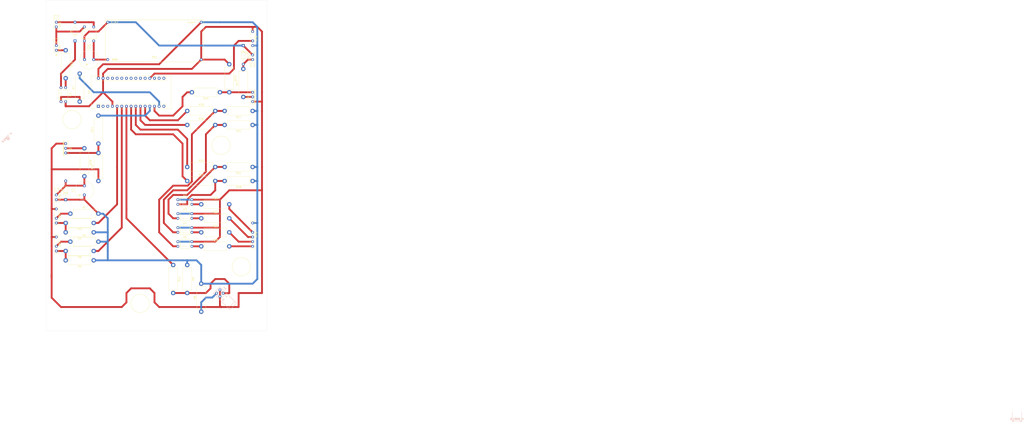
<source format=kicad_pcb>
(kicad_pcb (version 20171130) (host pcbnew 5.1.4-e60b266~84~ubuntu18.04.1)

  (general
    (thickness 1.6)
    (drawings 31)
    (tracks 270)
    (zones 0)
    (modules 53)
    (nets 46)
  )

  (page A4 portrait)
  (layers
    (0 F.Cu signal)
    (31 B.Cu signal)
    (33 F.Adhes user)
    (35 F.Paste user)
    (37 F.SilkS user)
    (39 F.Mask user)
    (40 Dwgs.User user)
    (41 Cmts.User user)
    (42 Eco1.User user)
    (43 Eco2.User user)
    (44 Edge.Cuts user)
    (45 Margin user)
    (46 B.CrtYd user)
    (47 F.CrtYd user)
    (49 F.Fab user)
  )

  (setup
    (last_trace_width 1)
    (trace_clearance 0.2)
    (zone_clearance 0.508)
    (zone_45_only yes)
    (trace_min 0.2)
    (via_size 0.8)
    (via_drill 0.4)
    (via_min_size 0.4)
    (via_min_drill 0.3)
    (uvia_size 0.3)
    (uvia_drill 0.1)
    (uvias_allowed no)
    (uvia_min_size 0.2)
    (uvia_min_drill 0.1)
    (edge_width 0.05)
    (segment_width 0.2)
    (pcb_text_width 0.3)
    (pcb_text_size 1.5 1.5)
    (mod_edge_width 0.12)
    (mod_text_size 1 1)
    (mod_text_width 0.15)
    (pad_size 1.524 1.524)
    (pad_drill 0.762)
    (pad_to_mask_clearance 0.051)
    (solder_mask_min_width 0.25)
    (aux_axis_origin 0 0)
    (visible_elements FFFFFF7F)
    (pcbplotparams
      (layerselection 0x010fc_ffffffff)
      (usegerberextensions false)
      (usegerberattributes false)
      (usegerberadvancedattributes false)
      (creategerberjobfile false)
      (excludeedgelayer true)
      (linewidth 0.100000)
      (plotframeref false)
      (viasonmask false)
      (mode 1)
      (useauxorigin false)
      (hpglpennumber 1)
      (hpglpenspeed 20)
      (hpglpendiameter 15.000000)
      (psnegative false)
      (psa4output false)
      (plotreference true)
      (plotvalue true)
      (plotinvisibletext false)
      (padsonsilk false)
      (subtractmaskfromsilk false)
      (outputformat 1)
      (mirror false)
      (drillshape 1)
      (scaleselection 1)
      (outputdirectory ""))
  )

  (net 0 "")
  (net 1 "Net-(C1-Pad2)")
  (net 2 "Net-(C1-Pad1)")
  (net 3 GNDREF)
  (net 4 "Net-(C2-Pad1)")
  (net 5 "Net-(D1-Pad2)")
  (net 6 "Net-(D1-Pad1)")
  (net 7 "Net-(Q1-Pad2)")
  (net 8 "Net-(Q1-Pad1)")
  (net 9 "Net-(Q2-Pad2)")
  (net 10 "Net-(Q2-Pad1)")
  (net 11 "Net-(R1-Pad1)")
  (net 12 "Net-(R2-Pad2)")
  (net 13 "Net-(R3-Pad1)")
  (net 14 "Net-(R4-Pad1)")
  (net 15 "Net-(R5-Pad2)")
  (net 16 "Net-(R6-Pad1)")
  (net 17 "Net-(R7-Pad2)")
  (net 18 "Net-(R7-Pad1)")
  (net 19 "Net-(R8-Pad1)")
  (net 20 "Net-(R11-Pad2)")
  (net 21 "Net-(R15-Pad2)")
  (net 22 "Net-(R18-Pad2)")
  (net 23 "Net-(R19-Pad2)")
  (net 24 "Net-(R19-Pad1)")
  (net 25 "Net-(R20-Pad1)")
  (net 26 "Net-(R24-Pad2)")
  (net 27 "Net-(R25-Pad2)")
  (net 28 "Net-(R25-Pad1)")
  (net 29 "Net-(C2-Pad2)")
  (net 30 "Net-(D4-Pad2)")
  (net 31 "Net-(R10-Pad2)")
  (net 32 "Net-(R10-Pad1)")
  (net 33 "Net-(R11-Pad1)")
  (net 34 "Net-(R14-Pad2)")
  (net 35 "Net-(R21-Pad2)")
  (net 36 "Net-(R22-Pad2)")
  (net 37 "Net-(R22-Pad1)")
  (net 38 "Net-(R23-Pad1)")
  (net 39 "Net-(R26-Pad1)")
  (net 40 "Net-(R27-Pad2)")
  (net 41 "Net-(R28-Pad2)")
  (net 42 "Net-(R28-Pad1)")
  (net 43 "Net-(R29-Pad1)")
  (net 44 "Net-(X3-Pad19)")
  (net 45 "Net-(D2-Pad4)")

  (net_class Default "Это класс цепей по умолчанию."
    (clearance 0.2)
    (trace_width 1)
    (via_dia 0.8)
    (via_drill 0.4)
    (uvia_dia 0.3)
    (uvia_drill 0.1)
    (add_net GNDREF)
    (add_net "Net-(C1-Pad1)")
    (add_net "Net-(C1-Pad2)")
    (add_net "Net-(C2-Pad1)")
    (add_net "Net-(C2-Pad2)")
    (add_net "Net-(D1-Pad1)")
    (add_net "Net-(D1-Pad2)")
    (add_net "Net-(D2-Pad4)")
    (add_net "Net-(D4-Pad2)")
    (add_net "Net-(Q1-Pad1)")
    (add_net "Net-(Q1-Pad2)")
    (add_net "Net-(Q2-Pad1)")
    (add_net "Net-(Q2-Pad2)")
    (add_net "Net-(R1-Pad1)")
    (add_net "Net-(R10-Pad1)")
    (add_net "Net-(R10-Pad2)")
    (add_net "Net-(R11-Pad1)")
    (add_net "Net-(R11-Pad2)")
    (add_net "Net-(R14-Pad2)")
    (add_net "Net-(R15-Pad2)")
    (add_net "Net-(R18-Pad2)")
    (add_net "Net-(R19-Pad1)")
    (add_net "Net-(R19-Pad2)")
    (add_net "Net-(R2-Pad2)")
    (add_net "Net-(R20-Pad1)")
    (add_net "Net-(R21-Pad2)")
    (add_net "Net-(R22-Pad1)")
    (add_net "Net-(R22-Pad2)")
    (add_net "Net-(R23-Pad1)")
    (add_net "Net-(R24-Pad2)")
    (add_net "Net-(R25-Pad1)")
    (add_net "Net-(R25-Pad2)")
    (add_net "Net-(R26-Pad1)")
    (add_net "Net-(R27-Pad2)")
    (add_net "Net-(R28-Pad1)")
    (add_net "Net-(R28-Pad2)")
    (add_net "Net-(R29-Pad1)")
    (add_net "Net-(R3-Pad1)")
    (add_net "Net-(R4-Pad1)")
    (add_net "Net-(R5-Pad2)")
    (add_net "Net-(R6-Pad1)")
    (add_net "Net-(R7-Pad1)")
    (add_net "Net-(R7-Pad2)")
    (add_net "Net-(R8-Pad1)")
    (add_net "Net-(X3-Pad1)")
    (add_net "Net-(X3-Pad15)")
    (add_net "Net-(X3-Pad16)")
    (add_net "Net-(X3-Pad17)")
    (add_net "Net-(X3-Pad18)")
    (add_net "Net-(X3-Pad19)")
    (add_net "Net-(X3-Pad2)")
    (add_net "Net-(X3-Pad20)")
    (add_net "Net-(X3-Pad21)")
    (add_net "Net-(X3-Pad22)")
    (add_net "Net-(X3-Pad23)")
    (add_net "Net-(X3-Pad24)")
    (add_net "Net-(X3-Pad25)")
    (add_net "Net-(X3-Pad26)")
    (add_net "Net-(X3-Pad27)")
    (add_net "Net-(X3-Pad28)")
    (add_net "Net-(X3-Pad3)")
  )

  (module Resistor_THT:R_Axial_DIN0414_L11.9mm_D4.5mm_P15.24mm_Horizontal (layer F.Cu) (tedit 5AE5139B) (tstamp 5D87D699)
    (at 132.08 73.66 90)
    (descr "Resistor, Axial_DIN0414 series, Axial, Horizontal, pin pitch=15.24mm, 2W, length*diameter=11.9*4.5mm^2, http://www.vishay.com/docs/20128/wkxwrx.pdf")
    (tags "Resistor Axial_DIN0414 series Axial Horizontal pin pitch 15.24mm 2W length 11.9mm diameter 4.5mm")
    (path /5DA31D27)
    (fp_text reference R17 (at 7.62 -3.37 90) (layer F.SilkS)
      (effects (font (size 1 1) (thickness 0.15)))
    )
    (fp_text value 200 (at 7.62 5.08 90) (layer F.Fab)
      (effects (font (size 1 1) (thickness 0.15)))
    )
    (fp_line (start 1.67 -2.25) (end 1.67 2.25) (layer F.Fab) (width 0.1))
    (fp_line (start 1.67 2.25) (end 13.57 2.25) (layer F.Fab) (width 0.1))
    (fp_line (start 13.57 2.25) (end 13.57 -2.25) (layer F.Fab) (width 0.1))
    (fp_line (start 13.57 -2.25) (end 1.67 -2.25) (layer F.Fab) (width 0.1))
    (fp_line (start 0 0) (end 1.67 0) (layer F.Fab) (width 0.1))
    (fp_line (start 15.24 0) (end 13.57 0) (layer F.Fab) (width 0.1))
    (fp_line (start 1.55 -2.37) (end 1.55 2.37) (layer F.SilkS) (width 0.12))
    (fp_line (start 1.55 2.37) (end 13.69 2.37) (layer F.SilkS) (width 0.12))
    (fp_line (start 13.69 2.37) (end 13.69 -2.37) (layer F.SilkS) (width 0.12))
    (fp_line (start 13.69 -2.37) (end 1.55 -2.37) (layer F.SilkS) (width 0.12))
    (fp_line (start 1.44 0) (end 1.55 0) (layer F.SilkS) (width 0.12))
    (fp_line (start 13.8 0) (end 13.69 0) (layer F.SilkS) (width 0.12))
    (fp_line (start -1.45 -2.5) (end -1.45 2.5) (layer F.CrtYd) (width 0.05))
    (fp_line (start -1.45 2.5) (end 16.69 2.5) (layer F.CrtYd) (width 0.05))
    (fp_line (start 16.69 2.5) (end 16.69 -2.5) (layer F.CrtYd) (width 0.05))
    (fp_line (start 16.69 -2.5) (end -1.45 -2.5) (layer F.CrtYd) (width 0.05))
    (fp_text user %R (at 7.62 0 90) (layer F.Fab)
      (effects (font (size 1 1) (thickness 0.15)))
    )
    (pad 1 thru_hole circle (at 0 0 90) (size 2.4 2.4) (drill 1.2) (layers *.Cu *.Mask)
      (net 9 "Net-(Q2-Pad2)"))
    (pad 2 thru_hole oval (at 15.24 0 90) (size 2.4 2.4) (drill 1.2) (layers *.Cu *.Mask)
      (net 30 "Net-(D4-Pad2)"))
    (model ${KISYS3DMOD}/Resistor_THT.3dshapes/R_Axial_DIN0414_L11.9mm_D4.5mm_P15.24mm_Horizontal.wrl
      (at (xyz 0 0 0))
      (scale (xyz 1 1 1))
      (rotate (xyz 0 0 0))
    )
  )

  (module g602:TCST1103-veritcal (layer B.Cu) (tedit 5D888D55) (tstamp 5D889509)
    (at 119.38 180.448949 315)
    (path /5BA7480A)
    (fp_text reference X4 (at 0 -3.81 315) (layer B.SilkS)
      (effects (font (size 1 1) (thickness 0.15)) (justify mirror))
    )
    (fp_text value TCST1103 (at 0 3.81 315) (layer B.Fab)
      (effects (font (size 1 1) (thickness 0.15)) (justify mirror))
    )
    (fp_line (start 8.89 -2.54) (end 8.89 2.54) (layer B.SilkS) (width 0.15))
    (fp_line (start 0 -1.27) (end 1.27 0) (layer B.SilkS) (width 0.15))
    (fp_line (start 1.27 0) (end 0 1.27) (layer B.SilkS) (width 0.15))
    (fp_line (start -1.27 0) (end 1.27 0) (layer B.SilkS) (width 0.15))
    (fp_line (start 10.16 2.54) (end 10.16 -2.54) (layer B.SilkS) (width 0.15))
    (fp_text user D (at 3.81 1.27 315) (layer B.SilkS)
      (effects (font (size 1 1) (thickness 0.15)) (justify mirror))
    )
    (fp_text user + (at 3.81 -1.27 315) (layer B.SilkS)
      (effects (font (size 1 1) (thickness 0.15)) (justify mirror))
    )
    (fp_text user E (at 0 -1.270001 315) (layer B.SilkS)
      (effects (font (size 1 1) (thickness 0.15)) (justify mirror))
    )
    (fp_text user + (at 0 1.904999 315) (layer B.SilkS)
      (effects (font (size 1 1) (thickness 0.15)) (justify mirror))
    )
    (fp_line (start 10.16 2.54) (end -2.54 2.54) (layer B.SilkS) (width 0.15))
    (fp_line (start 2.54 -2.54) (end 2.54 2.54) (layer B.SilkS) (width 0.15))
    (fp_line (start -2.54 -2.54) (end 10.16 -2.54) (layer B.SilkS) (width 0.15))
    (fp_line (start -2.54 2.54) (end -2.54 -2.54) (layer B.SilkS) (width 0.15))
    (pad 4 thru_hole circle (at 1.27 1.27 315) (size 1.524 1.524) (drill 0.762) (layers *.Cu *.Mask)
      (net 3 GNDREF))
    (pad 3 thru_hole circle (at 1.27 -1.27 315) (size 1.524 1.524) (drill 0.762) (layers *.Cu *.Mask)
      (net 20 "Net-(R11-Pad2)"))
    (pad 2 thru_hole circle (at -1.27 -1.27 315) (size 1.524 1.524) (drill 0.762) (layers *.Cu *.Mask)
      (net 3 GNDREF))
    (pad 1 thru_hole circle (at -1.27 1.27 315) (size 1.524 1.524) (drill 0.762) (layers *.Cu *.Mask)
      (net 19 "Net-(R8-Pad1)"))
  )

  (module Diode_THT:D_DO-35_SOD27_P10.16mm_Horizontal (layer F.Cu) (tedit 5AE50CD5) (tstamp 5D8641CB)
    (at 40.64 43.18 90)
    (descr "Diode, DO-35_SOD27 series, Axial, Horizontal, pin pitch=10.16mm, , length*diameter=4*2mm^2, , http://www.diodes.com/_files/packages/DO-35.pdf")
    (tags "Diode DO-35_SOD27 series Axial Horizontal pin pitch 10.16mm  length 4mm diameter 2mm")
    (path /5D9B2598)
    (fp_text reference D1 (at 5.08 -2.12 90) (layer F.SilkS)
      (effects (font (size 1 1) (thickness 0.15)))
    )
    (fp_text value D (at 5.08 2.12 90) (layer F.Fab)
      (effects (font (size 1 1) (thickness 0.15)))
    )
    (fp_text user K (at 0 -1.8 90) (layer F.Fab)
      (effects (font (size 1 1) (thickness 0.15)))
    )
    (fp_text user K (at 0 -1.8 90) (layer F.Fab)
      (effects (font (size 1 1) (thickness 0.15)))
    )
    (fp_text user %R (at 5.38 0 90) (layer F.Fab)
      (effects (font (size 0.8 0.8) (thickness 0.12)))
    )
    (fp_line (start 11.21 -1.25) (end -1.05 -1.25) (layer F.CrtYd) (width 0.05))
    (fp_line (start 11.21 1.25) (end 11.21 -1.25) (layer F.CrtYd) (width 0.05))
    (fp_line (start -1.05 1.25) (end 11.21 1.25) (layer F.CrtYd) (width 0.05))
    (fp_line (start -1.05 -1.25) (end -1.05 1.25) (layer F.CrtYd) (width 0.05))
    (fp_line (start 3.56 -1.12) (end 3.56 1.12) (layer F.SilkS) (width 0.12))
    (fp_line (start 3.8 -1.12) (end 3.8 1.12) (layer F.SilkS) (width 0.12))
    (fp_line (start 3.68 -1.12) (end 3.68 1.12) (layer F.SilkS) (width 0.12))
    (fp_line (start 9.12 0) (end 7.2 0) (layer F.SilkS) (width 0.12))
    (fp_line (start 1.04 0) (end 2.96 0) (layer F.SilkS) (width 0.12))
    (fp_line (start 7.2 -1.12) (end 2.96 -1.12) (layer F.SilkS) (width 0.12))
    (fp_line (start 7.2 1.12) (end 7.2 -1.12) (layer F.SilkS) (width 0.12))
    (fp_line (start 2.96 1.12) (end 7.2 1.12) (layer F.SilkS) (width 0.12))
    (fp_line (start 2.96 -1.12) (end 2.96 1.12) (layer F.SilkS) (width 0.12))
    (fp_line (start 3.58 -1) (end 3.58 1) (layer F.Fab) (width 0.1))
    (fp_line (start 3.78 -1) (end 3.78 1) (layer F.Fab) (width 0.1))
    (fp_line (start 3.68 -1) (end 3.68 1) (layer F.Fab) (width 0.1))
    (fp_line (start 10.16 0) (end 7.08 0) (layer F.Fab) (width 0.1))
    (fp_line (start 0 0) (end 3.08 0) (layer F.Fab) (width 0.1))
    (fp_line (start 7.08 -1) (end 3.08 -1) (layer F.Fab) (width 0.1))
    (fp_line (start 7.08 1) (end 7.08 -1) (layer F.Fab) (width 0.1))
    (fp_line (start 3.08 1) (end 7.08 1) (layer F.Fab) (width 0.1))
    (fp_line (start 3.08 -1) (end 3.08 1) (layer F.Fab) (width 0.1))
    (pad 2 thru_hole oval (at 10.16 0 90) (size 1.6 1.6) (drill 0.8) (layers *.Cu *.Mask)
      (net 5 "Net-(D1-Pad2)"))
    (pad 1 thru_hole rect (at 0 0 90) (size 1.6 1.6) (drill 0.8) (layers *.Cu *.Mask)
      (net 6 "Net-(D1-Pad1)"))
    (model ${KISYS3DMOD}/Diode_THT.3dshapes/D_DO-35_SOD27_P10.16mm_Horizontal.wrl
      (at (xyz 0 0 0))
      (scale (xyz 1 1 1))
      (rotate (xyz 0 0 0))
    )
  )

  (module g602:Connector_01x02 (layer F.Cu) (tedit 5D829324) (tstamp 5D829E19)
    (at 30.48 46.99 270)
    (path /5DE9ED6C)
    (fp_text reference XP4 (at 0 -2.04 90) (layer F.SilkS)
      (effects (font (size 1 1) (thickness 0.15)))
    )
    (fp_text value Strobe (at 0 2.54 90) (layer F.Fab)
      (effects (font (size 1 1) (thickness 0.15)))
    )
    (fp_line (start -2.54 0) (end -5.08 -1.27) (layer F.SilkS) (width 0.15))
    (fp_line (start -5.08 1.27) (end -2.54 0) (layer F.SilkS) (width 0.15))
    (fp_line (start -5.08 1.27) (end -5.08 -1.27) (layer F.SilkS) (width 0.15))
    (fp_line (start 2.54 1.27) (end -5.08 1.27) (layer F.SilkS) (width 0.15))
    (fp_line (start 2.54 -1.27) (end 2.54 1.27) (layer F.SilkS) (width 0.15))
    (fp_line (start -5.08 -1.27) (end 2.54 -1.27) (layer F.SilkS) (width 0.15))
    (pad 2 thru_hole circle (at 1.27 0 270) (size 1.524 1.524) (drill 0.762) (layers *.Cu *.Mask)
      (net 32 "Net-(R10-Pad1)"))
    (pad 1 thru_hole circle (at -1.27 0 270) (size 1.524 1.524) (drill 0.762) (layers *.Cu *.Mask)
      (net 45 "Net-(D2-Pad4)"))
  )

  (module g602:DC-DC-converter (layer F.Cu) (tedit 5D812EFA) (tstamp 5D82A539)
    (at 83.82 43.18)
    (path /5D9D3BDE)
    (fp_text reference PS1 (at 0 8.89) (layer F.SilkS)
      (effects (font (size 1 1) (thickness 0.15)))
    )
    (fp_text value DC-DC (at 0 -8.89) (layer F.Fab)
      (effects (font (size 1 1) (thickness 0.15)))
    )
    (fp_text user V_out+ (at 20.32 -10.16) (layer F.SilkS)
      (effects (font (size 1 1) (thickness 0.15)))
    )
    (fp_text user V_in+ (at -21.59 -10.16) (layer F.SilkS)
      (effects (font (size 1 1) (thickness 0.15)))
    )
    (fp_text user GND (at -21.59 10.16) (layer F.SilkS)
      (effects (font (size 1 1) (thickness 0.15)))
    )
    (fp_text user GND (at -21.59 10.16) (layer F.SilkS)
      (effects (font (size 1 1) (thickness 0.15)))
    )
    (fp_line (start -26.67 11.43) (end -26.67 -11.43) (layer F.SilkS) (width 0.15))
    (fp_line (start 26.67 11.43) (end -26.67 11.43) (layer F.SilkS) (width 0.15))
    (fp_line (start 26.67 -11.43) (end 26.67 11.43) (layer F.SilkS) (width 0.15))
    (fp_line (start -26.67 -11.43) (end 26.67 -11.43) (layer F.SilkS) (width 0.15))
    (pad 4 thru_hole circle (at 25.4 -10.16) (size 1.524 1.524) (drill 0.762) (layers *.Cu *.Mask)
      (net 4 "Net-(C2-Pad1)"))
    (pad 3 thru_hole circle (at 25.4 10.16) (size 1.524 1.524) (drill 0.762) (layers *.Cu *.Mask)
      (net 3 GNDREF))
    (pad 2 thru_hole circle (at -25.4 10.16) (size 1.524 1.524) (drill 0.762) (layers *.Cu *.Mask)
      (net 1 "Net-(C1-Pad2)"))
    (pad 1 thru_hole circle (at -25.4 -10.16) (size 1.524 1.524) (drill 0.762) (layers *.Cu *.Mask)
      (net 2 "Net-(C1-Pad1)"))
  )

  (module Diode_THT:D_DO-35_SOD27_P10.16mm_Horizontal (layer F.Cu) (tedit 5AE50CD5) (tstamp 5D8279E5)
    (at 35.56 129.54 90)
    (descr "Diode, DO-35_SOD27 series, Axial, Horizontal, pin pitch=10.16mm, , length*diameter=4*2mm^2, , http://www.diodes.com/_files/packages/DO-35.pdf")
    (tags "Diode DO-35_SOD27 series Axial Horizontal pin pitch 10.16mm  length 4mm diameter 2mm")
    (path /5BA35653)
    (fp_text reference D3 (at 5.08 -2.12 90) (layer F.SilkS)
      (effects (font (size 1 1) (thickness 0.15)))
    )
    (fp_text value D (at 5.08 2.12 90) (layer F.Fab)
      (effects (font (size 1 1) (thickness 0.15)))
    )
    (fp_text user K (at 0 -1.8 90) (layer F.Fab)
      (effects (font (size 1 1) (thickness 0.15)))
    )
    (fp_text user K (at 0 -1.8 90) (layer F.Fab)
      (effects (font (size 1 1) (thickness 0.15)))
    )
    (fp_text user %R (at 5.38 0 90) (layer F.Fab)
      (effects (font (size 0.8 0.8) (thickness 0.12)))
    )
    (fp_line (start 11.21 -1.25) (end -1.05 -1.25) (layer F.CrtYd) (width 0.05))
    (fp_line (start 11.21 1.25) (end 11.21 -1.25) (layer F.CrtYd) (width 0.05))
    (fp_line (start -1.05 1.25) (end 11.21 1.25) (layer F.CrtYd) (width 0.05))
    (fp_line (start -1.05 -1.25) (end -1.05 1.25) (layer F.CrtYd) (width 0.05))
    (fp_line (start 3.56 -1.12) (end 3.56 1.12) (layer F.SilkS) (width 0.12))
    (fp_line (start 3.8 -1.12) (end 3.8 1.12) (layer F.SilkS) (width 0.12))
    (fp_line (start 3.68 -1.12) (end 3.68 1.12) (layer F.SilkS) (width 0.12))
    (fp_line (start 9.12 0) (end 7.2 0) (layer F.SilkS) (width 0.12))
    (fp_line (start 1.04 0) (end 2.96 0) (layer F.SilkS) (width 0.12))
    (fp_line (start 7.2 -1.12) (end 2.96 -1.12) (layer F.SilkS) (width 0.12))
    (fp_line (start 7.2 1.12) (end 7.2 -1.12) (layer F.SilkS) (width 0.12))
    (fp_line (start 2.96 1.12) (end 7.2 1.12) (layer F.SilkS) (width 0.12))
    (fp_line (start 2.96 -1.12) (end 2.96 1.12) (layer F.SilkS) (width 0.12))
    (fp_line (start 3.58 -1) (end 3.58 1) (layer F.Fab) (width 0.1))
    (fp_line (start 3.78 -1) (end 3.78 1) (layer F.Fab) (width 0.1))
    (fp_line (start 3.68 -1) (end 3.68 1) (layer F.Fab) (width 0.1))
    (fp_line (start 10.16 0) (end 7.08 0) (layer F.Fab) (width 0.1))
    (fp_line (start 0 0) (end 3.08 0) (layer F.Fab) (width 0.1))
    (fp_line (start 7.08 -1) (end 3.08 -1) (layer F.Fab) (width 0.1))
    (fp_line (start 7.08 1) (end 7.08 -1) (layer F.Fab) (width 0.1))
    (fp_line (start 3.08 1) (end 7.08 1) (layer F.Fab) (width 0.1))
    (fp_line (start 3.08 -1) (end 3.08 1) (layer F.Fab) (width 0.1))
    (pad 2 thru_hole oval (at 10.16 0 90) (size 1.6 1.6) (drill 0.8) (layers *.Cu *.Mask)
      (net 29 "Net-(C2-Pad2)"))
    (pad 1 thru_hole rect (at 0 0 90) (size 1.6 1.6) (drill 0.8) (layers *.Cu *.Mask)
      (net 4 "Net-(C2-Pad1)"))
    (model ${KISYS3DMOD}/Diode_THT.3dshapes/D_DO-35_SOD27_P10.16mm_Horizontal.wrl
      (at (xyz 0 0 0))
      (scale (xyz 1 1 1))
      (rotate (xyz 0 0 0))
    )
  )

  (module Diode_THT:D_DO-35_SOD27_P10.16mm_Horizontal (layer F.Cu) (tedit 5AE50CD5) (tstamp 5D82B37B)
    (at 132.08 45.72 270)
    (descr "Diode, DO-35_SOD27 series, Axial, Horizontal, pin pitch=10.16mm, , length*diameter=4*2mm^2, , http://www.diodes.com/_files/packages/DO-35.pdf")
    (tags "Diode DO-35_SOD27 series Axial Horizontal pin pitch 10.16mm  length 4mm diameter 2mm")
    (path /5BA41E09)
    (fp_text reference D4 (at 3.81 -2.12 90) (layer F.SilkS)
      (effects (font (size 1 1) (thickness 0.15)))
    )
    (fp_text value D (at 3.81 2.12 90) (layer F.Fab)
      (effects (font (size 1 1) (thickness 0.15)))
    )
    (fp_text user K (at 0 -1.8 90) (layer F.Fab)
      (effects (font (size 1 1) (thickness 0.15)))
    )
    (fp_text user K (at 0 -1.8 90) (layer F.Fab)
      (effects (font (size 1 1) (thickness 0.15)))
    )
    (fp_text user %R (at 4.11 0 90) (layer F.Fab)
      (effects (font (size 0.8 0.8) (thickness 0.12)))
    )
    (fp_line (start 11.21 -1.25) (end -1.05 -1.25) (layer F.CrtYd) (width 0.05))
    (fp_line (start 11.21 1.25) (end 11.21 -1.25) (layer F.CrtYd) (width 0.05))
    (fp_line (start -1.05 1.25) (end 11.21 1.25) (layer F.CrtYd) (width 0.05))
    (fp_line (start -1.05 -1.25) (end -1.05 1.25) (layer F.CrtYd) (width 0.05))
    (fp_line (start 3.56 -1.12) (end 3.56 1.12) (layer F.SilkS) (width 0.12))
    (fp_line (start 3.8 -1.12) (end 3.8 1.12) (layer F.SilkS) (width 0.12))
    (fp_line (start 3.68 -1.12) (end 3.68 1.12) (layer F.SilkS) (width 0.12))
    (fp_line (start 9.12 0) (end 7.2 0) (layer F.SilkS) (width 0.12))
    (fp_line (start 1.04 0) (end 2.96 0) (layer F.SilkS) (width 0.12))
    (fp_line (start 7.2 -1.12) (end 2.96 -1.12) (layer F.SilkS) (width 0.12))
    (fp_line (start 7.2 1.12) (end 7.2 -1.12) (layer F.SilkS) (width 0.12))
    (fp_line (start 2.96 1.12) (end 7.2 1.12) (layer F.SilkS) (width 0.12))
    (fp_line (start 2.96 -1.12) (end 2.96 1.12) (layer F.SilkS) (width 0.12))
    (fp_line (start 3.58 -1) (end 3.58 1) (layer F.Fab) (width 0.1))
    (fp_line (start 3.78 -1) (end 3.78 1) (layer F.Fab) (width 0.1))
    (fp_line (start 3.68 -1) (end 3.68 1) (layer F.Fab) (width 0.1))
    (fp_line (start 10.16 0) (end 7.08 0) (layer F.Fab) (width 0.1))
    (fp_line (start 0 0) (end 3.08 0) (layer F.Fab) (width 0.1))
    (fp_line (start 7.08 -1) (end 3.08 -1) (layer F.Fab) (width 0.1))
    (fp_line (start 7.08 1) (end 7.08 -1) (layer F.Fab) (width 0.1))
    (fp_line (start 3.08 1) (end 7.08 1) (layer F.Fab) (width 0.1))
    (fp_line (start 3.08 -1) (end 3.08 1) (layer F.Fab) (width 0.1))
    (pad 2 thru_hole oval (at 10.16 0 270) (size 1.6 1.6) (drill 0.8) (layers *.Cu *.Mask)
      (net 30 "Net-(D4-Pad2)"))
    (pad 1 thru_hole rect (at 0 0 270) (size 1.6 1.6) (drill 0.8) (layers *.Cu *.Mask)
      (net 2 "Net-(C1-Pad1)"))
    (model ${KISYS3DMOD}/Diode_THT.3dshapes/D_DO-35_SOD27_P10.16mm_Horizontal.wrl
      (at (xyz 0 0 0))
      (scale (xyz 1 1 1))
      (rotate (xyz 0 0 0))
    )
  )

  (module g602:DF01M (layer F.Cu) (tedit 5D850DBF) (tstamp 5D829AB4)
    (at 48.26 39.37 180)
    (path /5D797B67)
    (fp_text reference D2 (at 0 -6.35) (layer F.SilkS)
      (effects (font (size 1 1) (thickness 0.15)))
    )
    (fp_text value DF01M (at 0 0) (layer F.Fab)
      (effects (font (size 1 1) (thickness 0.15)))
    )
    (fp_text user ~~ (at 2.54 1.27) (layer F.SilkS)
      (effects (font (size 1 1) (thickness 0.15)))
    )
    (fp_text user ~~ (at 2.54 1.27) (layer F.SilkS)
      (effects (font (size 1 1) (thickness 0.15)))
    )
    (fp_text user - (at -2.54 -1.27) (layer F.SilkS)
      (effects (font (size 1 1) (thickness 0.15)))
    )
    (fp_text user + (at 2.54 -1.27) (layer F.SilkS)
      (effects (font (size 1 1) (thickness 0.15)))
    )
    (fp_line (start 2.54 3.81) (end 2.54 2.54) (layer F.SilkS) (width 0.15))
    (fp_line (start -2.54 3.81) (end -2.54 2.54) (layer F.SilkS) (width 0.15))
    (fp_line (start -2.54 -3.81) (end -2.54 -2.54) (layer F.SilkS) (width 0.15))
    (fp_line (start 2.54 -3.81) (end 2.54 -2.54) (layer F.SilkS) (width 0.15))
    (fp_line (start 3.81 -2.54) (end -3.81 -2.54) (layer F.SilkS) (width 0.15))
    (fp_line (start 3.81 2.54) (end 3.81 -2.54) (layer F.SilkS) (width 0.15))
    (fp_line (start -3.81 2.54) (end 3.81 2.54) (layer F.SilkS) (width 0.15))
    (fp_line (start -3.81 -2.54) (end -3.81 2.54) (layer F.SilkS) (width 0.15))
    (pad 4 thru_hole circle (at 2.54 3.81 90) (size 1.524 1.524) (drill 0.762) (layers *.Cu *.Mask)
      (net 45 "Net-(D2-Pad4)"))
    (pad 3 thru_hole circle (at -2.54 3.81 90) (size 1.524 1.524) (drill 0.762) (layers *.Cu *.Mask)
      (net 5 "Net-(D1-Pad2)"))
    (pad 2 thru_hole circle (at -2.54 -3.81 90) (size 1.524 1.524) (drill 0.762) (layers *.Cu *.Mask)
      (net 1 "Net-(C1-Pad2)"))
    (pad 1 thru_hole circle (at 2.54 -3.81 90) (size 1.524 1.524) (drill 0.762) (layers *.Cu *.Mask)
      (net 2 "Net-(C1-Pad1)"))
  )

  (module Resistor_THT:R_Axial_DIN0414_L11.9mm_D4.5mm_P15.24mm_Horizontal (layer F.Cu) (tedit 5AE5139B) (tstamp 5D83BE80)
    (at 137.16 81.28 180)
    (descr "Resistor, Axial_DIN0414 series, Axial, Horizontal, pin pitch=15.24mm, 2W, length*diameter=11.9*4.5mm^2, http://www.vishay.com/docs/20128/wkxwrx.pdf")
    (tags "Resistor Axial_DIN0414 series Axial Horizontal pin pitch 15.24mm 2W length 11.9mm diameter 4.5mm")
    (path /5D8EDE31)
    (fp_text reference R27 (at 7.62 -3.37) (layer F.SilkS)
      (effects (font (size 1 1) (thickness 0.15)))
    )
    (fp_text value 10k (at 7.62 3.37) (layer F.Fab)
      (effects (font (size 1 1) (thickness 0.15)))
    )
    (fp_text user %R (at 7.62 0) (layer F.Fab)
      (effects (font (size 1 1) (thickness 0.15)))
    )
    (fp_line (start 16.69 -2.5) (end -1.45 -2.5) (layer F.CrtYd) (width 0.05))
    (fp_line (start 16.69 2.5) (end 16.69 -2.5) (layer F.CrtYd) (width 0.05))
    (fp_line (start -1.45 2.5) (end 16.69 2.5) (layer F.CrtYd) (width 0.05))
    (fp_line (start -1.45 -2.5) (end -1.45 2.5) (layer F.CrtYd) (width 0.05))
    (fp_line (start 13.8 0) (end 13.69 0) (layer F.SilkS) (width 0.12))
    (fp_line (start 1.44 0) (end 1.55 0) (layer F.SilkS) (width 0.12))
    (fp_line (start 13.69 -2.37) (end 1.55 -2.37) (layer F.SilkS) (width 0.12))
    (fp_line (start 13.69 2.37) (end 13.69 -2.37) (layer F.SilkS) (width 0.12))
    (fp_line (start 1.55 2.37) (end 13.69 2.37) (layer F.SilkS) (width 0.12))
    (fp_line (start 1.55 -2.37) (end 1.55 2.37) (layer F.SilkS) (width 0.12))
    (fp_line (start 15.24 0) (end 13.57 0) (layer F.Fab) (width 0.1))
    (fp_line (start 0 0) (end 1.67 0) (layer F.Fab) (width 0.1))
    (fp_line (start 13.57 -2.25) (end 1.67 -2.25) (layer F.Fab) (width 0.1))
    (fp_line (start 13.57 2.25) (end 13.57 -2.25) (layer F.Fab) (width 0.1))
    (fp_line (start 1.67 2.25) (end 13.57 2.25) (layer F.Fab) (width 0.1))
    (fp_line (start 1.67 -2.25) (end 1.67 2.25) (layer F.Fab) (width 0.1))
    (pad 2 thru_hole oval (at 15.24 0 180) (size 2.4 2.4) (drill 1.2) (layers *.Cu *.Mask)
      (net 40 "Net-(R27-Pad2)"))
    (pad 1 thru_hole circle (at 0 0 180) (size 2.4 2.4) (drill 1.2) (layers *.Cu *.Mask)
      (net 4 "Net-(C2-Pad1)"))
    (model ${KISYS3DMOD}/Resistor_THT.3dshapes/R_Axial_DIN0414_L11.9mm_D4.5mm_P15.24mm_Horizontal.wrl
      (at (xyz 0 0 0))
      (scale (xyz 1 1 1))
      (rotate (xyz 0 0 0))
    )
  )

  (module Resistor_THT:R_Axial_DIN0414_L11.9mm_D4.5mm_P15.24mm_Horizontal (layer F.Cu) (tedit 5AE5139B) (tstamp 5D83BE3D)
    (at 137.16 88.9 180)
    (descr "Resistor, Axial_DIN0414 series, Axial, Horizontal, pin pitch=15.24mm, 2W, length*diameter=11.9*4.5mm^2, http://www.vishay.com/docs/20128/wkxwrx.pdf")
    (tags "Resistor Axial_DIN0414 series Axial Horizontal pin pitch 15.24mm 2W length 11.9mm diameter 4.5mm")
    (path /5DC0ABB0)
    (fp_text reference R24 (at 7.62 -3.37) (layer F.SilkS)
      (effects (font (size 1 1) (thickness 0.15)))
    )
    (fp_text value 10k (at 7.62 3.37) (layer F.Fab)
      (effects (font (size 1 1) (thickness 0.15)))
    )
    (fp_text user %R (at 7.62 0) (layer F.Fab)
      (effects (font (size 1 1) (thickness 0.15)))
    )
    (fp_line (start 16.69 -2.5) (end -1.45 -2.5) (layer F.CrtYd) (width 0.05))
    (fp_line (start 16.69 2.5) (end 16.69 -2.5) (layer F.CrtYd) (width 0.05))
    (fp_line (start -1.45 2.5) (end 16.69 2.5) (layer F.CrtYd) (width 0.05))
    (fp_line (start -1.45 -2.5) (end -1.45 2.5) (layer F.CrtYd) (width 0.05))
    (fp_line (start 13.8 0) (end 13.69 0) (layer F.SilkS) (width 0.12))
    (fp_line (start 1.44 0) (end 1.55 0) (layer F.SilkS) (width 0.12))
    (fp_line (start 13.69 -2.37) (end 1.55 -2.37) (layer F.SilkS) (width 0.12))
    (fp_line (start 13.69 2.37) (end 13.69 -2.37) (layer F.SilkS) (width 0.12))
    (fp_line (start 1.55 2.37) (end 13.69 2.37) (layer F.SilkS) (width 0.12))
    (fp_line (start 1.55 -2.37) (end 1.55 2.37) (layer F.SilkS) (width 0.12))
    (fp_line (start 15.24 0) (end 13.57 0) (layer F.Fab) (width 0.1))
    (fp_line (start 0 0) (end 1.67 0) (layer F.Fab) (width 0.1))
    (fp_line (start 13.57 -2.25) (end 1.67 -2.25) (layer F.Fab) (width 0.1))
    (fp_line (start 13.57 2.25) (end 13.57 -2.25) (layer F.Fab) (width 0.1))
    (fp_line (start 1.67 2.25) (end 13.57 2.25) (layer F.Fab) (width 0.1))
    (fp_line (start 1.67 -2.25) (end 1.67 2.25) (layer F.Fab) (width 0.1))
    (pad 2 thru_hole oval (at 15.24 0 180) (size 2.4 2.4) (drill 1.2) (layers *.Cu *.Mask)
      (net 26 "Net-(R24-Pad2)"))
    (pad 1 thru_hole circle (at 0 0 180) (size 2.4 2.4) (drill 1.2) (layers *.Cu *.Mask)
      (net 4 "Net-(C2-Pad1)"))
    (model ${KISYS3DMOD}/Resistor_THT.3dshapes/R_Axial_DIN0414_L11.9mm_D4.5mm_P15.24mm_Horizontal.wrl
      (at (xyz 0 0 0))
      (scale (xyz 1 1 1))
      (rotate (xyz 0 0 0))
    )
  )

  (module Resistor_THT:R_Axial_DIN0414_L11.9mm_D4.5mm_P15.24mm_Horizontal (layer F.Cu) (tedit 5AE5139B) (tstamp 5D83BDFA)
    (at 137.16 111.76 180)
    (descr "Resistor, Axial_DIN0414 series, Axial, Horizontal, pin pitch=15.24mm, 2W, length*diameter=11.9*4.5mm^2, http://www.vishay.com/docs/20128/wkxwrx.pdf")
    (tags "Resistor Axial_DIN0414 series Axial Horizontal pin pitch 15.24mm 2W length 11.9mm diameter 4.5mm")
    (path /5DC0AF63)
    (fp_text reference R21 (at 7.62 -3.37) (layer F.SilkS)
      (effects (font (size 1 1) (thickness 0.15)))
    )
    (fp_text value 10k (at 7.62 3.37) (layer F.Fab)
      (effects (font (size 1 1) (thickness 0.15)))
    )
    (fp_text user %R (at 7.62 0) (layer F.Fab)
      (effects (font (size 1 1) (thickness 0.15)))
    )
    (fp_line (start 16.69 -2.5) (end -1.45 -2.5) (layer F.CrtYd) (width 0.05))
    (fp_line (start 16.69 2.5) (end 16.69 -2.5) (layer F.CrtYd) (width 0.05))
    (fp_line (start -1.45 2.5) (end 16.69 2.5) (layer F.CrtYd) (width 0.05))
    (fp_line (start -1.45 -2.5) (end -1.45 2.5) (layer F.CrtYd) (width 0.05))
    (fp_line (start 13.8 0) (end 13.69 0) (layer F.SilkS) (width 0.12))
    (fp_line (start 1.44 0) (end 1.55 0) (layer F.SilkS) (width 0.12))
    (fp_line (start 13.69 -2.37) (end 1.55 -2.37) (layer F.SilkS) (width 0.12))
    (fp_line (start 13.69 2.37) (end 13.69 -2.37) (layer F.SilkS) (width 0.12))
    (fp_line (start 1.55 2.37) (end 13.69 2.37) (layer F.SilkS) (width 0.12))
    (fp_line (start 1.55 -2.37) (end 1.55 2.37) (layer F.SilkS) (width 0.12))
    (fp_line (start 15.24 0) (end 13.57 0) (layer F.Fab) (width 0.1))
    (fp_line (start 0 0) (end 1.67 0) (layer F.Fab) (width 0.1))
    (fp_line (start 13.57 -2.25) (end 1.67 -2.25) (layer F.Fab) (width 0.1))
    (fp_line (start 13.57 2.25) (end 13.57 -2.25) (layer F.Fab) (width 0.1))
    (fp_line (start 1.67 2.25) (end 13.57 2.25) (layer F.Fab) (width 0.1))
    (fp_line (start 1.67 -2.25) (end 1.67 2.25) (layer F.Fab) (width 0.1))
    (pad 2 thru_hole oval (at 15.24 0 180) (size 2.4 2.4) (drill 1.2) (layers *.Cu *.Mask)
      (net 35 "Net-(R21-Pad2)"))
    (pad 1 thru_hole circle (at 0 0 180) (size 2.4 2.4) (drill 1.2) (layers *.Cu *.Mask)
      (net 4 "Net-(C2-Pad1)"))
    (model ${KISYS3DMOD}/Resistor_THT.3dshapes/R_Axial_DIN0414_L11.9mm_D4.5mm_P15.24mm_Horizontal.wrl
      (at (xyz 0 0 0))
      (scale (xyz 1 1 1))
      (rotate (xyz 0 0 0))
    )
  )

  (module Resistor_THT:R_Axial_DIN0414_L11.9mm_D4.5mm_P15.24mm_Horizontal (layer F.Cu) (tedit 5AE5139B) (tstamp 5D83BDB7)
    (at 137.16 119.38 180)
    (descr "Resistor, Axial_DIN0414 series, Axial, Horizontal, pin pitch=15.24mm, 2W, length*diameter=11.9*4.5mm^2, http://www.vishay.com/docs/20128/wkxwrx.pdf")
    (tags "Resistor Axial_DIN0414 series Axial Horizontal pin pitch 15.24mm 2W length 11.9mm diameter 4.5mm")
    (path /5DC0B2AF)
    (fp_text reference R18 (at 7.62 -3.37) (layer F.SilkS)
      (effects (font (size 1 1) (thickness 0.15)))
    )
    (fp_text value 10k (at 7.62 3.37) (layer F.Fab)
      (effects (font (size 1 1) (thickness 0.15)))
    )
    (fp_text user %R (at 7.62 0) (layer F.Fab)
      (effects (font (size 1 1) (thickness 0.15)))
    )
    (fp_line (start 16.69 -2.5) (end -1.45 -2.5) (layer F.CrtYd) (width 0.05))
    (fp_line (start 16.69 2.5) (end 16.69 -2.5) (layer F.CrtYd) (width 0.05))
    (fp_line (start -1.45 2.5) (end 16.69 2.5) (layer F.CrtYd) (width 0.05))
    (fp_line (start -1.45 -2.5) (end -1.45 2.5) (layer F.CrtYd) (width 0.05))
    (fp_line (start 13.8 0) (end 13.69 0) (layer F.SilkS) (width 0.12))
    (fp_line (start 1.44 0) (end 1.55 0) (layer F.SilkS) (width 0.12))
    (fp_line (start 13.69 -2.37) (end 1.55 -2.37) (layer F.SilkS) (width 0.12))
    (fp_line (start 13.69 2.37) (end 13.69 -2.37) (layer F.SilkS) (width 0.12))
    (fp_line (start 1.55 2.37) (end 13.69 2.37) (layer F.SilkS) (width 0.12))
    (fp_line (start 1.55 -2.37) (end 1.55 2.37) (layer F.SilkS) (width 0.12))
    (fp_line (start 15.24 0) (end 13.57 0) (layer F.Fab) (width 0.1))
    (fp_line (start 0 0) (end 1.67 0) (layer F.Fab) (width 0.1))
    (fp_line (start 13.57 -2.25) (end 1.67 -2.25) (layer F.Fab) (width 0.1))
    (fp_line (start 13.57 2.25) (end 13.57 -2.25) (layer F.Fab) (width 0.1))
    (fp_line (start 1.67 2.25) (end 13.57 2.25) (layer F.Fab) (width 0.1))
    (fp_line (start 1.67 -2.25) (end 1.67 2.25) (layer F.Fab) (width 0.1))
    (pad 2 thru_hole oval (at 15.24 0 180) (size 2.4 2.4) (drill 1.2) (layers *.Cu *.Mask)
      (net 22 "Net-(R18-Pad2)"))
    (pad 1 thru_hole circle (at 0 0 180) (size 2.4 2.4) (drill 1.2) (layers *.Cu *.Mask)
      (net 4 "Net-(C2-Pad1)"))
    (model ${KISYS3DMOD}/Resistor_THT.3dshapes/R_Axial_DIN0414_L11.9mm_D4.5mm_P15.24mm_Horizontal.wrl
      (at (xyz 0 0 0))
      (scale (xyz 1 1 1))
      (rotate (xyz 0 0 0))
    )
  )

  (module Resistor_THT:R_Axial_DIN0414_L11.9mm_D4.5mm_P15.24mm_Horizontal (layer F.Cu) (tedit 5AE5139B) (tstamp 5D850CCA)
    (at 101.6 165.1 270)
    (descr "Resistor, Axial_DIN0414 series, Axial, Horizontal, pin pitch=15.24mm, 2W, length*diameter=11.9*4.5mm^2, http://www.vishay.com/docs/20128/wkxwrx.pdf")
    (tags "Resistor Axial_DIN0414 series Axial Horizontal pin pitch 15.24mm 2W length 11.9mm diameter 4.5mm")
    (path /5DCF1AE1)
    (fp_text reference R9 (at 7.62 -3.37 90) (layer F.SilkS)
      (effects (font (size 1 1) (thickness 0.15)))
    )
    (fp_text value 10k (at 20.32 0 90) (layer F.Fab)
      (effects (font (size 1 1) (thickness 0.15)))
    )
    (fp_text user %R (at 7.62 0 90) (layer F.Fab)
      (effects (font (size 1 1) (thickness 0.15)))
    )
    (fp_line (start 16.69 -2.5) (end -1.45 -2.5) (layer F.CrtYd) (width 0.05))
    (fp_line (start 16.69 2.5) (end 16.69 -2.5) (layer F.CrtYd) (width 0.05))
    (fp_line (start -1.45 2.5) (end 16.69 2.5) (layer F.CrtYd) (width 0.05))
    (fp_line (start -1.45 -2.5) (end -1.45 2.5) (layer F.CrtYd) (width 0.05))
    (fp_line (start 13.8 0) (end 13.69 0) (layer F.SilkS) (width 0.12))
    (fp_line (start 1.44 0) (end 1.55 0) (layer F.SilkS) (width 0.12))
    (fp_line (start 13.69 -2.37) (end 1.55 -2.37) (layer F.SilkS) (width 0.12))
    (fp_line (start 13.69 2.37) (end 13.69 -2.37) (layer F.SilkS) (width 0.12))
    (fp_line (start 1.55 2.37) (end 13.69 2.37) (layer F.SilkS) (width 0.12))
    (fp_line (start 1.55 -2.37) (end 1.55 2.37) (layer F.SilkS) (width 0.12))
    (fp_line (start 15.24 0) (end 13.57 0) (layer F.Fab) (width 0.1))
    (fp_line (start 0 0) (end 1.67 0) (layer F.Fab) (width 0.1))
    (fp_line (start 13.57 -2.25) (end 1.67 -2.25) (layer F.Fab) (width 0.1))
    (fp_line (start 13.57 2.25) (end 13.57 -2.25) (layer F.Fab) (width 0.1))
    (fp_line (start 1.67 2.25) (end 13.57 2.25) (layer F.Fab) (width 0.1))
    (fp_line (start 1.67 -2.25) (end 1.67 2.25) (layer F.Fab) (width 0.1))
    (pad 2 thru_hole oval (at 15.24 0 270) (size 2.4 2.4) (drill 1.2) (layers *.Cu *.Mask)
      (net 20 "Net-(R11-Pad2)"))
    (pad 1 thru_hole circle (at 0 0 270) (size 2.4 2.4) (drill 1.2) (layers *.Cu *.Mask)
      (net 4 "Net-(C2-Pad1)"))
    (model ${KISYS3DMOD}/Resistor_THT.3dshapes/R_Axial_DIN0414_L11.9mm_D4.5mm_P15.24mm_Horizontal.wrl
      (at (xyz 0 0 0))
      (scale (xyz 1 1 1))
      (rotate (xyz 0 0 0))
    )
  )

  (module Resistor_THT:R_Axial_DIN0414_L11.9mm_D4.5mm_P15.24mm_Horizontal (layer F.Cu) (tedit 5AE5139B) (tstamp 5D83BC97)
    (at 50.8 162.56 180)
    (descr "Resistor, Axial_DIN0414 series, Axial, Horizontal, pin pitch=15.24mm, 2W, length*diameter=11.9*4.5mm^2, http://www.vishay.com/docs/20128/wkxwrx.pdf")
    (tags "Resistor Axial_DIN0414 series Axial Horizontal pin pitch 15.24mm 2W length 11.9mm diameter 4.5mm")
    (path /5DF0DAC4)
    (fp_text reference R5 (at 7.62 -3.37) (layer F.SilkS)
      (effects (font (size 1 1) (thickness 0.15)))
    )
    (fp_text value 10k (at -5.08 0) (layer F.Fab)
      (effects (font (size 1 1) (thickness 0.15)))
    )
    (fp_text user %R (at 7.62 0) (layer F.Fab)
      (effects (font (size 1 1) (thickness 0.15)))
    )
    (fp_line (start 16.69 -2.5) (end -1.45 -2.5) (layer F.CrtYd) (width 0.05))
    (fp_line (start 16.69 2.5) (end 16.69 -2.5) (layer F.CrtYd) (width 0.05))
    (fp_line (start -1.45 2.5) (end 16.69 2.5) (layer F.CrtYd) (width 0.05))
    (fp_line (start -1.45 -2.5) (end -1.45 2.5) (layer F.CrtYd) (width 0.05))
    (fp_line (start 13.8 0) (end 13.69 0) (layer F.SilkS) (width 0.12))
    (fp_line (start 1.44 0) (end 1.55 0) (layer F.SilkS) (width 0.12))
    (fp_line (start 13.69 -2.37) (end 1.55 -2.37) (layer F.SilkS) (width 0.12))
    (fp_line (start 13.69 2.37) (end 13.69 -2.37) (layer F.SilkS) (width 0.12))
    (fp_line (start 1.55 2.37) (end 13.69 2.37) (layer F.SilkS) (width 0.12))
    (fp_line (start 1.55 -2.37) (end 1.55 2.37) (layer F.SilkS) (width 0.12))
    (fp_line (start 15.24 0) (end 13.57 0) (layer F.Fab) (width 0.1))
    (fp_line (start 0 0) (end 1.67 0) (layer F.Fab) (width 0.1))
    (fp_line (start 13.57 -2.25) (end 1.67 -2.25) (layer F.Fab) (width 0.1))
    (fp_line (start 13.57 2.25) (end 13.57 -2.25) (layer F.Fab) (width 0.1))
    (fp_line (start 1.67 2.25) (end 13.57 2.25) (layer F.Fab) (width 0.1))
    (fp_line (start 1.67 -2.25) (end 1.67 2.25) (layer F.Fab) (width 0.1))
    (pad 2 thru_hole oval (at 15.24 0 180) (size 2.4 2.4) (drill 1.2) (layers *.Cu *.Mask)
      (net 15 "Net-(R5-Pad2)"))
    (pad 1 thru_hole circle (at 0 0 180) (size 2.4 2.4) (drill 1.2) (layers *.Cu *.Mask)
      (net 4 "Net-(C2-Pad1)"))
    (model ${KISYS3DMOD}/Resistor_THT.3dshapes/R_Axial_DIN0414_L11.9mm_D4.5mm_P15.24mm_Horizontal.wrl
      (at (xyz 0 0 0))
      (scale (xyz 1 1 1))
      (rotate (xyz 0 0 0))
    )
  )

  (module Resistor_THT:R_Axial_DIN0414_L11.9mm_D4.5mm_P15.24mm_Horizontal (layer F.Cu) (tedit 5AE5139B) (tstamp 5D83BC54)
    (at 50.8 147.32 180)
    (descr "Resistor, Axial_DIN0414 series, Axial, Horizontal, pin pitch=15.24mm, 2W, length*diameter=11.9*4.5mm^2, http://www.vishay.com/docs/20128/wkxwrx.pdf")
    (tags "Resistor Axial_DIN0414 series Axial Horizontal pin pitch 15.24mm 2W length 11.9mm diameter 4.5mm")
    (path /5DF0E3B3)
    (fp_text reference R2 (at 7.62 -3.37) (layer F.SilkS)
      (effects (font (size 1 1) (thickness 0.15)))
    )
    (fp_text value 10k (at -5.08 0) (layer F.Fab)
      (effects (font (size 1 1) (thickness 0.15)))
    )
    (fp_text user %R (at 7.62 0) (layer F.Fab)
      (effects (font (size 1 1) (thickness 0.15)))
    )
    (fp_line (start 16.69 -2.5) (end -1.45 -2.5) (layer F.CrtYd) (width 0.05))
    (fp_line (start 16.69 2.5) (end 16.69 -2.5) (layer F.CrtYd) (width 0.05))
    (fp_line (start -1.45 2.5) (end 16.69 2.5) (layer F.CrtYd) (width 0.05))
    (fp_line (start -1.45 -2.5) (end -1.45 2.5) (layer F.CrtYd) (width 0.05))
    (fp_line (start 13.8 0) (end 13.69 0) (layer F.SilkS) (width 0.12))
    (fp_line (start 1.44 0) (end 1.55 0) (layer F.SilkS) (width 0.12))
    (fp_line (start 13.69 -2.37) (end 1.55 -2.37) (layer F.SilkS) (width 0.12))
    (fp_line (start 13.69 2.37) (end 13.69 -2.37) (layer F.SilkS) (width 0.12))
    (fp_line (start 1.55 2.37) (end 13.69 2.37) (layer F.SilkS) (width 0.12))
    (fp_line (start 1.55 -2.37) (end 1.55 2.37) (layer F.SilkS) (width 0.12))
    (fp_line (start 15.24 0) (end 13.57 0) (layer F.Fab) (width 0.1))
    (fp_line (start 0 0) (end 1.67 0) (layer F.Fab) (width 0.1))
    (fp_line (start 13.57 -2.25) (end 1.67 -2.25) (layer F.Fab) (width 0.1))
    (fp_line (start 13.57 2.25) (end 13.57 -2.25) (layer F.Fab) (width 0.1))
    (fp_line (start 1.67 2.25) (end 13.57 2.25) (layer F.Fab) (width 0.1))
    (fp_line (start 1.67 -2.25) (end 1.67 2.25) (layer F.Fab) (width 0.1))
    (pad 2 thru_hole oval (at 15.24 0 180) (size 2.4 2.4) (drill 1.2) (layers *.Cu *.Mask)
      (net 12 "Net-(R2-Pad2)"))
    (pad 1 thru_hole circle (at 0 0 180) (size 2.4 2.4) (drill 1.2) (layers *.Cu *.Mask)
      (net 4 "Net-(C2-Pad1)"))
    (model ${KISYS3DMOD}/Resistor_THT.3dshapes/R_Axial_DIN0414_L11.9mm_D4.5mm_P15.24mm_Horizontal.wrl
      (at (xyz 0 0 0))
      (scale (xyz 1 1 1))
      (rotate (xyz 0 0 0))
    )
  )

  (module Resistor_THT:R_Axial_DIN0414_L11.9mm_D4.5mm_P15.24mm_Horizontal (layer F.Cu) (tedit 5AE5139B) (tstamp 5D829D12)
    (at 101.6 81.28)
    (descr "Resistor, Axial_DIN0414 series, Axial, Horizontal, pin pitch=15.24mm, 2W, length*diameter=11.9*4.5mm^2, http://www.vishay.com/docs/20128/wkxwrx.pdf")
    (tags "Resistor Axial_DIN0414 series Axial Horizontal pin pitch 15.24mm 2W length 11.9mm diameter 4.5mm")
    (path /5BF61A48)
    (fp_text reference R29 (at 7.62 -3.37) (layer F.SilkS)
      (effects (font (size 1 1) (thickness 0.15)))
    )
    (fp_text value 1k (at 7.62 3.37) (layer F.Fab)
      (effects (font (size 1 1) (thickness 0.15)))
    )
    (fp_text user %R (at 7.62 0) (layer F.Fab)
      (effects (font (size 1 1) (thickness 0.15)))
    )
    (fp_line (start 16.69 -2.5) (end -1.45 -2.5) (layer F.CrtYd) (width 0.05))
    (fp_line (start 16.69 2.5) (end 16.69 -2.5) (layer F.CrtYd) (width 0.05))
    (fp_line (start -1.45 2.5) (end 16.69 2.5) (layer F.CrtYd) (width 0.05))
    (fp_line (start -1.45 -2.5) (end -1.45 2.5) (layer F.CrtYd) (width 0.05))
    (fp_line (start 13.8 0) (end 13.69 0) (layer F.SilkS) (width 0.12))
    (fp_line (start 1.44 0) (end 1.55 0) (layer F.SilkS) (width 0.12))
    (fp_line (start 13.69 -2.37) (end 1.55 -2.37) (layer F.SilkS) (width 0.12))
    (fp_line (start 13.69 2.37) (end 13.69 -2.37) (layer F.SilkS) (width 0.12))
    (fp_line (start 1.55 2.37) (end 13.69 2.37) (layer F.SilkS) (width 0.12))
    (fp_line (start 1.55 -2.37) (end 1.55 2.37) (layer F.SilkS) (width 0.12))
    (fp_line (start 15.24 0) (end 13.57 0) (layer F.Fab) (width 0.1))
    (fp_line (start 0 0) (end 1.67 0) (layer F.Fab) (width 0.1))
    (fp_line (start 13.57 -2.25) (end 1.67 -2.25) (layer F.Fab) (width 0.1))
    (fp_line (start 13.57 2.25) (end 13.57 -2.25) (layer F.Fab) (width 0.1))
    (fp_line (start 1.67 2.25) (end 13.57 2.25) (layer F.Fab) (width 0.1))
    (fp_line (start 1.67 -2.25) (end 1.67 2.25) (layer F.Fab) (width 0.1))
    (pad 2 thru_hole oval (at 15.24 0) (size 2.4 2.4) (drill 1.2) (layers *.Cu *.Mask)
      (net 40 "Net-(R27-Pad2)"))
    (pad 1 thru_hole circle (at 0 0) (size 2.4 2.4) (drill 1.2) (layers *.Cu *.Mask)
      (net 43 "Net-(R29-Pad1)"))
    (model ${KISYS3DMOD}/Resistor_THT.3dshapes/R_Axial_DIN0414_L11.9mm_D4.5mm_P15.24mm_Horizontal.wrl
      (at (xyz 0 0 0))
      (scale (xyz 1 1 1))
      (rotate (xyz 0 0 0))
    )
  )

  (module Resistor_THT:R_Axial_DIN0414_L11.9mm_D4.5mm_P15.24mm_Horizontal (layer F.Cu) (tedit 5AE5139B) (tstamp 5D83E84A)
    (at 109.22 154.94)
    (descr "Resistor, Axial_DIN0414 series, Axial, Horizontal, pin pitch=15.24mm, 2W, length*diameter=11.9*4.5mm^2, http://www.vishay.com/docs/20128/wkxwrx.pdf")
    (tags "Resistor Axial_DIN0414 series Axial Horizontal pin pitch 15.24mm 2W length 11.9mm diameter 4.5mm")
    (path /5BF61A3D)
    (fp_text reference R28 (at 7.62 -3.37) (layer F.SilkS)
      (effects (font (size 1 1) (thickness 0.15)))
    )
    (fp_text value 510 (at 7.62 3.37) (layer F.Fab)
      (effects (font (size 1 1) (thickness 0.15)))
    )
    (fp_text user %R (at 7.62 0) (layer F.Fab)
      (effects (font (size 1 1) (thickness 0.15)))
    )
    (fp_line (start 16.69 -2.5) (end -1.45 -2.5) (layer F.CrtYd) (width 0.05))
    (fp_line (start 16.69 2.5) (end 16.69 -2.5) (layer F.CrtYd) (width 0.05))
    (fp_line (start -1.45 2.5) (end 16.69 2.5) (layer F.CrtYd) (width 0.05))
    (fp_line (start -1.45 -2.5) (end -1.45 2.5) (layer F.CrtYd) (width 0.05))
    (fp_line (start 13.8 0) (end 13.69 0) (layer F.SilkS) (width 0.12))
    (fp_line (start 1.44 0) (end 1.55 0) (layer F.SilkS) (width 0.12))
    (fp_line (start 13.69 -2.37) (end 1.55 -2.37) (layer F.SilkS) (width 0.12))
    (fp_line (start 13.69 2.37) (end 13.69 -2.37) (layer F.SilkS) (width 0.12))
    (fp_line (start 1.55 2.37) (end 13.69 2.37) (layer F.SilkS) (width 0.12))
    (fp_line (start 1.55 -2.37) (end 1.55 2.37) (layer F.SilkS) (width 0.12))
    (fp_line (start 15.24 0) (end 13.57 0) (layer F.Fab) (width 0.1))
    (fp_line (start 0 0) (end 1.67 0) (layer F.Fab) (width 0.1))
    (fp_line (start 13.57 -2.25) (end 1.67 -2.25) (layer F.Fab) (width 0.1))
    (fp_line (start 13.57 2.25) (end 13.57 -2.25) (layer F.Fab) (width 0.1))
    (fp_line (start 1.67 2.25) (end 13.57 2.25) (layer F.Fab) (width 0.1))
    (fp_line (start 1.67 -2.25) (end 1.67 2.25) (layer F.Fab) (width 0.1))
    (pad 2 thru_hole oval (at 15.24 0) (size 2.4 2.4) (drill 1.2) (layers *.Cu *.Mask)
      (net 41 "Net-(R28-Pad2)"))
    (pad 1 thru_hole circle (at 0 0) (size 2.4 2.4) (drill 1.2) (layers *.Cu *.Mask)
      (net 42 "Net-(R28-Pad1)"))
    (model ${KISYS3DMOD}/Resistor_THT.3dshapes/R_Axial_DIN0414_L11.9mm_D4.5mm_P15.24mm_Horizontal.wrl
      (at (xyz 0 0 0))
      (scale (xyz 1 1 1))
      (rotate (xyz 0 0 0))
    )
  )

  (module Resistor_THT:R_Axial_DIN0414_L11.9mm_D4.5mm_P15.24mm_Horizontal (layer F.Cu) (tedit 5AE5139B) (tstamp 5D829CE4)
    (at 101.6 88.9)
    (descr "Resistor, Axial_DIN0414 series, Axial, Horizontal, pin pitch=15.24mm, 2W, length*diameter=11.9*4.5mm^2, http://www.vishay.com/docs/20128/wkxwrx.pdf")
    (tags "Resistor Axial_DIN0414 series Axial Horizontal pin pitch 15.24mm 2W length 11.9mm diameter 4.5mm")
    (path /5BF30C53)
    (fp_text reference R26 (at 7.62 -3.37) (layer F.SilkS)
      (effects (font (size 1 1) (thickness 0.15)))
    )
    (fp_text value 1k (at 7.62 3.37) (layer F.Fab)
      (effects (font (size 1 1) (thickness 0.15)))
    )
    (fp_text user %R (at 7.62 0) (layer F.Fab)
      (effects (font (size 1 1) (thickness 0.15)))
    )
    (fp_line (start 16.69 -2.5) (end -1.45 -2.5) (layer F.CrtYd) (width 0.05))
    (fp_line (start 16.69 2.5) (end 16.69 -2.5) (layer F.CrtYd) (width 0.05))
    (fp_line (start -1.45 2.5) (end 16.69 2.5) (layer F.CrtYd) (width 0.05))
    (fp_line (start -1.45 -2.5) (end -1.45 2.5) (layer F.CrtYd) (width 0.05))
    (fp_line (start 13.8 0) (end 13.69 0) (layer F.SilkS) (width 0.12))
    (fp_line (start 1.44 0) (end 1.55 0) (layer F.SilkS) (width 0.12))
    (fp_line (start 13.69 -2.37) (end 1.55 -2.37) (layer F.SilkS) (width 0.12))
    (fp_line (start 13.69 2.37) (end 13.69 -2.37) (layer F.SilkS) (width 0.12))
    (fp_line (start 1.55 2.37) (end 13.69 2.37) (layer F.SilkS) (width 0.12))
    (fp_line (start 1.55 -2.37) (end 1.55 2.37) (layer F.SilkS) (width 0.12))
    (fp_line (start 15.24 0) (end 13.57 0) (layer F.Fab) (width 0.1))
    (fp_line (start 0 0) (end 1.67 0) (layer F.Fab) (width 0.1))
    (fp_line (start 13.57 -2.25) (end 1.67 -2.25) (layer F.Fab) (width 0.1))
    (fp_line (start 13.57 2.25) (end 13.57 -2.25) (layer F.Fab) (width 0.1))
    (fp_line (start 1.67 2.25) (end 13.57 2.25) (layer F.Fab) (width 0.1))
    (fp_line (start 1.67 -2.25) (end 1.67 2.25) (layer F.Fab) (width 0.1))
    (pad 2 thru_hole oval (at 15.24 0) (size 2.4 2.4) (drill 1.2) (layers *.Cu *.Mask)
      (net 26 "Net-(R24-Pad2)"))
    (pad 1 thru_hole circle (at 0 0) (size 2.4 2.4) (drill 1.2) (layers *.Cu *.Mask)
      (net 39 "Net-(R26-Pad1)"))
    (model ${KISYS3DMOD}/Resistor_THT.3dshapes/R_Axial_DIN0414_L11.9mm_D4.5mm_P15.24mm_Horizontal.wrl
      (at (xyz 0 0 0))
      (scale (xyz 1 1 1))
      (rotate (xyz 0 0 0))
    )
  )

  (module Resistor_THT:R_Axial_DIN0414_L11.9mm_D4.5mm_P15.24mm_Horizontal (layer F.Cu) (tedit 5AE5139B) (tstamp 5D83E808)
    (at 109.22 147.32)
    (descr "Resistor, Axial_DIN0414 series, Axial, Horizontal, pin pitch=15.24mm, 2W, length*diameter=11.9*4.5mm^2, http://www.vishay.com/docs/20128/wkxwrx.pdf")
    (tags "Resistor Axial_DIN0414 series Axial Horizontal pin pitch 15.24mm 2W length 11.9mm diameter 4.5mm")
    (path /5BF30C48)
    (fp_text reference R25 (at 7.62 -3.37) (layer F.SilkS)
      (effects (font (size 1 1) (thickness 0.15)))
    )
    (fp_text value 510 (at 7.62 3.37) (layer F.Fab)
      (effects (font (size 1 1) (thickness 0.15)))
    )
    (fp_text user %R (at 7.62 0) (layer F.Fab)
      (effects (font (size 1 1) (thickness 0.15)))
    )
    (fp_line (start 16.69 -2.5) (end -1.45 -2.5) (layer F.CrtYd) (width 0.05))
    (fp_line (start 16.69 2.5) (end 16.69 -2.5) (layer F.CrtYd) (width 0.05))
    (fp_line (start -1.45 2.5) (end 16.69 2.5) (layer F.CrtYd) (width 0.05))
    (fp_line (start -1.45 -2.5) (end -1.45 2.5) (layer F.CrtYd) (width 0.05))
    (fp_line (start 13.8 0) (end 13.69 0) (layer F.SilkS) (width 0.12))
    (fp_line (start 1.44 0) (end 1.55 0) (layer F.SilkS) (width 0.12))
    (fp_line (start 13.69 -2.37) (end 1.55 -2.37) (layer F.SilkS) (width 0.12))
    (fp_line (start 13.69 2.37) (end 13.69 -2.37) (layer F.SilkS) (width 0.12))
    (fp_line (start 1.55 2.37) (end 13.69 2.37) (layer F.SilkS) (width 0.12))
    (fp_line (start 1.55 -2.37) (end 1.55 2.37) (layer F.SilkS) (width 0.12))
    (fp_line (start 15.24 0) (end 13.57 0) (layer F.Fab) (width 0.1))
    (fp_line (start 0 0) (end 1.67 0) (layer F.Fab) (width 0.1))
    (fp_line (start 13.57 -2.25) (end 1.67 -2.25) (layer F.Fab) (width 0.1))
    (fp_line (start 13.57 2.25) (end 13.57 -2.25) (layer F.Fab) (width 0.1))
    (fp_line (start 1.67 2.25) (end 13.57 2.25) (layer F.Fab) (width 0.1))
    (fp_line (start 1.67 -2.25) (end 1.67 2.25) (layer F.Fab) (width 0.1))
    (pad 2 thru_hole oval (at 15.24 0) (size 2.4 2.4) (drill 1.2) (layers *.Cu *.Mask)
      (net 27 "Net-(R25-Pad2)"))
    (pad 1 thru_hole circle (at 0 0) (size 2.4 2.4) (drill 1.2) (layers *.Cu *.Mask)
      (net 28 "Net-(R25-Pad1)"))
    (model ${KISYS3DMOD}/Resistor_THT.3dshapes/R_Axial_DIN0414_L11.9mm_D4.5mm_P15.24mm_Horizontal.wrl
      (at (xyz 0 0 0))
      (scale (xyz 1 1 1))
      (rotate (xyz 0 0 0))
    )
  )

  (module Resistor_THT:R_Axial_DIN0414_L11.9mm_D4.5mm_P15.24mm_Horizontal (layer F.Cu) (tedit 5AE5139B) (tstamp 5D829CB6)
    (at 101.6 111.76)
    (descr "Resistor, Axial_DIN0414 series, Axial, Horizontal, pin pitch=15.24mm, 2W, length*diameter=11.9*4.5mm^2, http://www.vishay.com/docs/20128/wkxwrx.pdf")
    (tags "Resistor Axial_DIN0414 series Axial Horizontal pin pitch 15.24mm 2W length 11.9mm diameter 4.5mm")
    (path /5BF1A348)
    (fp_text reference R23 (at 7.62 -3.37) (layer F.SilkS)
      (effects (font (size 1 1) (thickness 0.15)))
    )
    (fp_text value 1k (at 7.62 3.37) (layer F.Fab)
      (effects (font (size 1 1) (thickness 0.15)))
    )
    (fp_text user %R (at 7.62 0) (layer F.Fab)
      (effects (font (size 1 1) (thickness 0.15)))
    )
    (fp_line (start 16.69 -2.5) (end -1.45 -2.5) (layer F.CrtYd) (width 0.05))
    (fp_line (start 16.69 2.5) (end 16.69 -2.5) (layer F.CrtYd) (width 0.05))
    (fp_line (start -1.45 2.5) (end 16.69 2.5) (layer F.CrtYd) (width 0.05))
    (fp_line (start -1.45 -2.5) (end -1.45 2.5) (layer F.CrtYd) (width 0.05))
    (fp_line (start 13.8 0) (end 13.69 0) (layer F.SilkS) (width 0.12))
    (fp_line (start 1.44 0) (end 1.55 0) (layer F.SilkS) (width 0.12))
    (fp_line (start 13.69 -2.37) (end 1.55 -2.37) (layer F.SilkS) (width 0.12))
    (fp_line (start 13.69 2.37) (end 13.69 -2.37) (layer F.SilkS) (width 0.12))
    (fp_line (start 1.55 2.37) (end 13.69 2.37) (layer F.SilkS) (width 0.12))
    (fp_line (start 1.55 -2.37) (end 1.55 2.37) (layer F.SilkS) (width 0.12))
    (fp_line (start 15.24 0) (end 13.57 0) (layer F.Fab) (width 0.1))
    (fp_line (start 0 0) (end 1.67 0) (layer F.Fab) (width 0.1))
    (fp_line (start 13.57 -2.25) (end 1.67 -2.25) (layer F.Fab) (width 0.1))
    (fp_line (start 13.57 2.25) (end 13.57 -2.25) (layer F.Fab) (width 0.1))
    (fp_line (start 1.67 2.25) (end 13.57 2.25) (layer F.Fab) (width 0.1))
    (fp_line (start 1.67 -2.25) (end 1.67 2.25) (layer F.Fab) (width 0.1))
    (pad 2 thru_hole oval (at 15.24 0) (size 2.4 2.4) (drill 1.2) (layers *.Cu *.Mask)
      (net 35 "Net-(R21-Pad2)"))
    (pad 1 thru_hole circle (at 0 0) (size 2.4 2.4) (drill 1.2) (layers *.Cu *.Mask)
      (net 38 "Net-(R23-Pad1)"))
    (model ${KISYS3DMOD}/Resistor_THT.3dshapes/R_Axial_DIN0414_L11.9mm_D4.5mm_P15.24mm_Horizontal.wrl
      (at (xyz 0 0 0))
      (scale (xyz 1 1 1))
      (rotate (xyz 0 0 0))
    )
  )

  (module Resistor_THT:R_Axial_DIN0414_L11.9mm_D4.5mm_P15.24mm_Horizontal (layer F.Cu) (tedit 5AE5139B) (tstamp 5D83E76C)
    (at 109.22 139.7)
    (descr "Resistor, Axial_DIN0414 series, Axial, Horizontal, pin pitch=15.24mm, 2W, length*diameter=11.9*4.5mm^2, http://www.vishay.com/docs/20128/wkxwrx.pdf")
    (tags "Resistor Axial_DIN0414 series Axial Horizontal pin pitch 15.24mm 2W length 11.9mm diameter 4.5mm")
    (path /5BF1A33D)
    (fp_text reference R22 (at 7.62 -3.37) (layer F.SilkS)
      (effects (font (size 1 1) (thickness 0.15)))
    )
    (fp_text value 510 (at 7.62 3.37) (layer F.Fab)
      (effects (font (size 1 1) (thickness 0.15)))
    )
    (fp_text user %R (at 7.62 0) (layer F.Fab)
      (effects (font (size 1 1) (thickness 0.15)))
    )
    (fp_line (start 16.69 -2.5) (end -1.45 -2.5) (layer F.CrtYd) (width 0.05))
    (fp_line (start 16.69 2.5) (end 16.69 -2.5) (layer F.CrtYd) (width 0.05))
    (fp_line (start -1.45 2.5) (end 16.69 2.5) (layer F.CrtYd) (width 0.05))
    (fp_line (start -1.45 -2.5) (end -1.45 2.5) (layer F.CrtYd) (width 0.05))
    (fp_line (start 13.8 0) (end 13.69 0) (layer F.SilkS) (width 0.12))
    (fp_line (start 1.44 0) (end 1.55 0) (layer F.SilkS) (width 0.12))
    (fp_line (start 13.69 -2.37) (end 1.55 -2.37) (layer F.SilkS) (width 0.12))
    (fp_line (start 13.69 2.37) (end 13.69 -2.37) (layer F.SilkS) (width 0.12))
    (fp_line (start 1.55 2.37) (end 13.69 2.37) (layer F.SilkS) (width 0.12))
    (fp_line (start 1.55 -2.37) (end 1.55 2.37) (layer F.SilkS) (width 0.12))
    (fp_line (start 15.24 0) (end 13.57 0) (layer F.Fab) (width 0.1))
    (fp_line (start 0 0) (end 1.67 0) (layer F.Fab) (width 0.1))
    (fp_line (start 13.57 -2.25) (end 1.67 -2.25) (layer F.Fab) (width 0.1))
    (fp_line (start 13.57 2.25) (end 13.57 -2.25) (layer F.Fab) (width 0.1))
    (fp_line (start 1.67 2.25) (end 13.57 2.25) (layer F.Fab) (width 0.1))
    (fp_line (start 1.67 -2.25) (end 1.67 2.25) (layer F.Fab) (width 0.1))
    (pad 2 thru_hole oval (at 15.24 0) (size 2.4 2.4) (drill 1.2) (layers *.Cu *.Mask)
      (net 36 "Net-(R22-Pad2)"))
    (pad 1 thru_hole circle (at 0 0) (size 2.4 2.4) (drill 1.2) (layers *.Cu *.Mask)
      (net 37 "Net-(R22-Pad1)"))
    (model ${KISYS3DMOD}/Resistor_THT.3dshapes/R_Axial_DIN0414_L11.9mm_D4.5mm_P15.24mm_Horizontal.wrl
      (at (xyz 0 0 0))
      (scale (xyz 1 1 1))
      (rotate (xyz 0 0 0))
    )
  )

  (module Resistor_THT:R_Axial_DIN0414_L11.9mm_D4.5mm_P15.24mm_Horizontal (layer F.Cu) (tedit 5AE5139B) (tstamp 5D829C88)
    (at 101.6 119.38)
    (descr "Resistor, Axial_DIN0414 series, Axial, Horizontal, pin pitch=15.24mm, 2W, length*diameter=11.9*4.5mm^2, http://www.vishay.com/docs/20128/wkxwrx.pdf")
    (tags "Resistor Axial_DIN0414 series Axial Horizontal pin pitch 15.24mm 2W length 11.9mm diameter 4.5mm")
    (path /5BEC3741)
    (fp_text reference R20 (at 7.62 -3.37) (layer F.SilkS)
      (effects (font (size 1 1) (thickness 0.15)))
    )
    (fp_text value 1k (at 7.62 3.37) (layer F.Fab)
      (effects (font (size 1 1) (thickness 0.15)))
    )
    (fp_text user %R (at 7.62 0) (layer F.Fab)
      (effects (font (size 1 1) (thickness 0.15)))
    )
    (fp_line (start 16.69 -2.5) (end -1.45 -2.5) (layer F.CrtYd) (width 0.05))
    (fp_line (start 16.69 2.5) (end 16.69 -2.5) (layer F.CrtYd) (width 0.05))
    (fp_line (start -1.45 2.5) (end 16.69 2.5) (layer F.CrtYd) (width 0.05))
    (fp_line (start -1.45 -2.5) (end -1.45 2.5) (layer F.CrtYd) (width 0.05))
    (fp_line (start 13.8 0) (end 13.69 0) (layer F.SilkS) (width 0.12))
    (fp_line (start 1.44 0) (end 1.55 0) (layer F.SilkS) (width 0.12))
    (fp_line (start 13.69 -2.37) (end 1.55 -2.37) (layer F.SilkS) (width 0.12))
    (fp_line (start 13.69 2.37) (end 13.69 -2.37) (layer F.SilkS) (width 0.12))
    (fp_line (start 1.55 2.37) (end 13.69 2.37) (layer F.SilkS) (width 0.12))
    (fp_line (start 1.55 -2.37) (end 1.55 2.37) (layer F.SilkS) (width 0.12))
    (fp_line (start 15.24 0) (end 13.57 0) (layer F.Fab) (width 0.1))
    (fp_line (start 0 0) (end 1.67 0) (layer F.Fab) (width 0.1))
    (fp_line (start 13.57 -2.25) (end 1.67 -2.25) (layer F.Fab) (width 0.1))
    (fp_line (start 13.57 2.25) (end 13.57 -2.25) (layer F.Fab) (width 0.1))
    (fp_line (start 1.67 2.25) (end 13.57 2.25) (layer F.Fab) (width 0.1))
    (fp_line (start 1.67 -2.25) (end 1.67 2.25) (layer F.Fab) (width 0.1))
    (pad 2 thru_hole oval (at 15.24 0) (size 2.4 2.4) (drill 1.2) (layers *.Cu *.Mask)
      (net 22 "Net-(R18-Pad2)"))
    (pad 1 thru_hole circle (at 0 0) (size 2.4 2.4) (drill 1.2) (layers *.Cu *.Mask)
      (net 25 "Net-(R20-Pad1)"))
    (model ${KISYS3DMOD}/Resistor_THT.3dshapes/R_Axial_DIN0414_L11.9mm_D4.5mm_P15.24mm_Horizontal.wrl
      (at (xyz 0 0 0))
      (scale (xyz 1 1 1))
      (rotate (xyz 0 0 0))
    )
  )

  (module Resistor_THT:R_Axial_DIN0414_L11.9mm_D4.5mm_P15.24mm_Horizontal (layer F.Cu) (tedit 5AE5139B) (tstamp 5D83E6FD)
    (at 109.22 132.08)
    (descr "Resistor, Axial_DIN0414 series, Axial, Horizontal, pin pitch=15.24mm, 2W, length*diameter=11.9*4.5mm^2, http://www.vishay.com/docs/20128/wkxwrx.pdf")
    (tags "Resistor Axial_DIN0414 series Axial Horizontal pin pitch 15.24mm 2W length 11.9mm diameter 4.5mm")
    (path /5BEC3736)
    (fp_text reference R19 (at 7.62 -3.37) (layer F.SilkS)
      (effects (font (size 1 1) (thickness 0.15)))
    )
    (fp_text value 510 (at 7.62 3.37) (layer F.Fab)
      (effects (font (size 1 1) (thickness 0.15)))
    )
    (fp_text user %R (at 7.62 0) (layer F.Fab)
      (effects (font (size 1 1) (thickness 0.15)))
    )
    (fp_line (start 16.69 -2.5) (end -1.45 -2.5) (layer F.CrtYd) (width 0.05))
    (fp_line (start 16.69 2.5) (end 16.69 -2.5) (layer F.CrtYd) (width 0.05))
    (fp_line (start -1.45 2.5) (end 16.69 2.5) (layer F.CrtYd) (width 0.05))
    (fp_line (start -1.45 -2.5) (end -1.45 2.5) (layer F.CrtYd) (width 0.05))
    (fp_line (start 13.8 0) (end 13.69 0) (layer F.SilkS) (width 0.12))
    (fp_line (start 1.44 0) (end 1.55 0) (layer F.SilkS) (width 0.12))
    (fp_line (start 13.69 -2.37) (end 1.55 -2.37) (layer F.SilkS) (width 0.12))
    (fp_line (start 13.69 2.37) (end 13.69 -2.37) (layer F.SilkS) (width 0.12))
    (fp_line (start 1.55 2.37) (end 13.69 2.37) (layer F.SilkS) (width 0.12))
    (fp_line (start 1.55 -2.37) (end 1.55 2.37) (layer F.SilkS) (width 0.12))
    (fp_line (start 15.24 0) (end 13.57 0) (layer F.Fab) (width 0.1))
    (fp_line (start 0 0) (end 1.67 0) (layer F.Fab) (width 0.1))
    (fp_line (start 13.57 -2.25) (end 1.67 -2.25) (layer F.Fab) (width 0.1))
    (fp_line (start 13.57 2.25) (end 13.57 -2.25) (layer F.Fab) (width 0.1))
    (fp_line (start 1.67 2.25) (end 13.57 2.25) (layer F.Fab) (width 0.1))
    (fp_line (start 1.67 -2.25) (end 1.67 2.25) (layer F.Fab) (width 0.1))
    (pad 2 thru_hole oval (at 15.24 0) (size 2.4 2.4) (drill 1.2) (layers *.Cu *.Mask)
      (net 23 "Net-(R19-Pad2)"))
    (pad 1 thru_hole circle (at 0 0) (size 2.4 2.4) (drill 1.2) (layers *.Cu *.Mask)
      (net 24 "Net-(R19-Pad1)"))
    (model ${KISYS3DMOD}/Resistor_THT.3dshapes/R_Axial_DIN0414_L11.9mm_D4.5mm_P15.24mm_Horizontal.wrl
      (at (xyz 0 0 0))
      (scale (xyz 1 1 1))
      (rotate (xyz 0 0 0))
    )
  )

  (module Resistor_THT:R_Axial_DIN0414_L11.9mm_D4.5mm_P15.24mm_Horizontal (layer F.Cu) (tedit 5AE5139B) (tstamp 5D827974)
    (at 45.72 101.6 270)
    (descr "Resistor, Axial_DIN0414 series, Axial, Horizontal, pin pitch=15.24mm, 2W, length*diameter=11.9*4.5mm^2, http://www.vishay.com/docs/20128/wkxwrx.pdf")
    (tags "Resistor Axial_DIN0414 series Axial Horizontal pin pitch 15.24mm 2W length 11.9mm diameter 4.5mm")
    (path /5D714BA1)
    (fp_text reference R16 (at 7.62 -3.37 90) (layer F.SilkS)
      (effects (font (size 1 1) (thickness 0.15)))
    )
    (fp_text value 10 (at 7.62 3.37 90) (layer F.Fab)
      (effects (font (size 1 1) (thickness 0.15)))
    )
    (fp_text user %R (at 7.62 0 90) (layer F.Fab)
      (effects (font (size 1 1) (thickness 0.15)))
    )
    (fp_line (start 16.69 -2.5) (end -1.45 -2.5) (layer F.CrtYd) (width 0.05))
    (fp_line (start 16.69 2.5) (end 16.69 -2.5) (layer F.CrtYd) (width 0.05))
    (fp_line (start -1.45 2.5) (end 16.69 2.5) (layer F.CrtYd) (width 0.05))
    (fp_line (start -1.45 -2.5) (end -1.45 2.5) (layer F.CrtYd) (width 0.05))
    (fp_line (start 13.8 0) (end 13.69 0) (layer F.SilkS) (width 0.12))
    (fp_line (start 1.44 0) (end 1.55 0) (layer F.SilkS) (width 0.12))
    (fp_line (start 13.69 -2.37) (end 1.55 -2.37) (layer F.SilkS) (width 0.12))
    (fp_line (start 13.69 2.37) (end 13.69 -2.37) (layer F.SilkS) (width 0.12))
    (fp_line (start 1.55 2.37) (end 13.69 2.37) (layer F.SilkS) (width 0.12))
    (fp_line (start 1.55 -2.37) (end 1.55 2.37) (layer F.SilkS) (width 0.12))
    (fp_line (start 15.24 0) (end 13.57 0) (layer F.Fab) (width 0.1))
    (fp_line (start 0 0) (end 1.67 0) (layer F.Fab) (width 0.1))
    (fp_line (start 13.57 -2.25) (end 1.67 -2.25) (layer F.Fab) (width 0.1))
    (fp_line (start 13.57 2.25) (end 13.57 -2.25) (layer F.Fab) (width 0.1))
    (fp_line (start 1.67 2.25) (end 13.57 2.25) (layer F.Fab) (width 0.1))
    (fp_line (start 1.67 -2.25) (end 1.67 2.25) (layer F.Fab) (width 0.1))
    (pad 2 thru_hole oval (at 15.24 0 270) (size 2.4 2.4) (drill 1.2) (layers *.Cu *.Mask)
      (net 29 "Net-(C2-Pad2)"))
    (pad 1 thru_hole circle (at 0 0 270) (size 2.4 2.4) (drill 1.2) (layers *.Cu *.Mask)
      (net 7 "Net-(Q1-Pad2)"))
    (model ${KISYS3DMOD}/Resistor_THT.3dshapes/R_Axial_DIN0414_L11.9mm_D4.5mm_P15.24mm_Horizontal.wrl
      (at (xyz 0 0 0))
      (scale (xyz 1 1 1))
      (rotate (xyz 0 0 0))
    )
  )

  (module Resistor_THT:R_Axial_DIN0414_L11.9mm_D4.5mm_P15.24mm_Horizontal (layer F.Cu) (tedit 5AE5139B) (tstamp 5D84FFD4)
    (at 119.38 71.12 180)
    (descr "Resistor, Axial_DIN0414 series, Axial, Horizontal, pin pitch=15.24mm, 2W, length*diameter=11.9*4.5mm^2, http://www.vishay.com/docs/20128/wkxwrx.pdf")
    (tags "Resistor Axial_DIN0414 series Axial Horizontal pin pitch 15.24mm 2W length 11.9mm diameter 4.5mm")
    (path /5DAD4711)
    (fp_text reference R15 (at 7.62 -3.37) (layer F.SilkS)
      (effects (font (size 1 1) (thickness 0.15)))
    )
    (fp_text value 10 (at 7.62 3.37) (layer F.Fab)
      (effects (font (size 1 1) (thickness 0.15)))
    )
    (fp_text user %R (at 7.62 0) (layer F.Fab)
      (effects (font (size 1 1) (thickness 0.15)))
    )
    (fp_line (start 16.69 -2.5) (end -1.45 -2.5) (layer F.CrtYd) (width 0.05))
    (fp_line (start 16.69 2.5) (end 16.69 -2.5) (layer F.CrtYd) (width 0.05))
    (fp_line (start -1.45 2.5) (end 16.69 2.5) (layer F.CrtYd) (width 0.05))
    (fp_line (start -1.45 -2.5) (end -1.45 2.5) (layer F.CrtYd) (width 0.05))
    (fp_line (start 13.8 0) (end 13.69 0) (layer F.SilkS) (width 0.12))
    (fp_line (start 1.44 0) (end 1.55 0) (layer F.SilkS) (width 0.12))
    (fp_line (start 13.69 -2.37) (end 1.55 -2.37) (layer F.SilkS) (width 0.12))
    (fp_line (start 13.69 2.37) (end 13.69 -2.37) (layer F.SilkS) (width 0.12))
    (fp_line (start 1.55 2.37) (end 13.69 2.37) (layer F.SilkS) (width 0.12))
    (fp_line (start 1.55 -2.37) (end 1.55 2.37) (layer F.SilkS) (width 0.12))
    (fp_line (start 15.24 0) (end 13.57 0) (layer F.Fab) (width 0.1))
    (fp_line (start 0 0) (end 1.67 0) (layer F.Fab) (width 0.1))
    (fp_line (start 13.57 -2.25) (end 1.67 -2.25) (layer F.Fab) (width 0.1))
    (fp_line (start 13.57 2.25) (end 13.57 -2.25) (layer F.Fab) (width 0.1))
    (fp_line (start 1.67 2.25) (end 13.57 2.25) (layer F.Fab) (width 0.1))
    (fp_line (start 1.67 -2.25) (end 1.67 2.25) (layer F.Fab) (width 0.1))
    (pad 2 thru_hole oval (at 15.24 0 180) (size 2.4 2.4) (drill 1.2) (layers *.Cu *.Mask)
      (net 21 "Net-(R15-Pad2)"))
    (pad 1 thru_hole circle (at 0 0 180) (size 2.4 2.4) (drill 1.2) (layers *.Cu *.Mask)
      (net 10 "Net-(Q2-Pad1)"))
    (model ${KISYS3DMOD}/Resistor_THT.3dshapes/R_Axial_DIN0414_L11.9mm_D4.5mm_P15.24mm_Horizontal.wrl
      (at (xyz 0 0 0))
      (scale (xyz 1 1 1))
      (rotate (xyz 0 0 0))
    )
  )

  (module Resistor_THT:R_Axial_DIN0414_L11.9mm_D4.5mm_P15.24mm_Horizontal (layer F.Cu) (tedit 5AE5139B) (tstamp 5D84FDB1)
    (at 53.34 99.06 90)
    (descr "Resistor, Axial_DIN0414 series, Axial, Horizontal, pin pitch=15.24mm, 2W, length*diameter=11.9*4.5mm^2, http://www.vishay.com/docs/20128/wkxwrx.pdf")
    (tags "Resistor Axial_DIN0414 series Axial Horizontal pin pitch 15.24mm 2W length 11.9mm diameter 4.5mm")
    (path /5BA37B3A)
    (fp_text reference R14 (at 7.62 -3.37 90) (layer F.SilkS)
      (effects (font (size 1 1) (thickness 0.15)))
    )
    (fp_text value 10 (at 7.62 3.37 90) (layer F.Fab)
      (effects (font (size 1 1) (thickness 0.15)))
    )
    (fp_text user %R (at 7.62 0 90) (layer F.Fab)
      (effects (font (size 1 1) (thickness 0.15)))
    )
    (fp_line (start 16.69 -2.5) (end -1.45 -2.5) (layer F.CrtYd) (width 0.05))
    (fp_line (start 16.69 2.5) (end 16.69 -2.5) (layer F.CrtYd) (width 0.05))
    (fp_line (start -1.45 2.5) (end 16.69 2.5) (layer F.CrtYd) (width 0.05))
    (fp_line (start -1.45 -2.5) (end -1.45 2.5) (layer F.CrtYd) (width 0.05))
    (fp_line (start 13.8 0) (end 13.69 0) (layer F.SilkS) (width 0.12))
    (fp_line (start 1.44 0) (end 1.55 0) (layer F.SilkS) (width 0.12))
    (fp_line (start 13.69 -2.37) (end 1.55 -2.37) (layer F.SilkS) (width 0.12))
    (fp_line (start 13.69 2.37) (end 13.69 -2.37) (layer F.SilkS) (width 0.12))
    (fp_line (start 1.55 2.37) (end 13.69 2.37) (layer F.SilkS) (width 0.12))
    (fp_line (start 1.55 -2.37) (end 1.55 2.37) (layer F.SilkS) (width 0.12))
    (fp_line (start 15.24 0) (end 13.57 0) (layer F.Fab) (width 0.1))
    (fp_line (start 0 0) (end 1.67 0) (layer F.Fab) (width 0.1))
    (fp_line (start 13.57 -2.25) (end 1.67 -2.25) (layer F.Fab) (width 0.1))
    (fp_line (start 13.57 2.25) (end 13.57 -2.25) (layer F.Fab) (width 0.1))
    (fp_line (start 1.67 2.25) (end 13.57 2.25) (layer F.Fab) (width 0.1))
    (fp_line (start 1.67 -2.25) (end 1.67 2.25) (layer F.Fab) (width 0.1))
    (pad 2 thru_hole oval (at 15.24 0 90) (size 2.4 2.4) (drill 1.2) (layers *.Cu *.Mask)
      (net 34 "Net-(R14-Pad2)"))
    (pad 1 thru_hole circle (at 0 0 90) (size 2.4 2.4) (drill 1.2) (layers *.Cu *.Mask)
      (net 8 "Net-(Q1-Pad1)"))
    (model ${KISYS3DMOD}/Resistor_THT.3dshapes/R_Axial_DIN0414_L11.9mm_D4.5mm_P15.24mm_Horizontal.wrl
      (at (xyz 0 0 0))
      (scale (xyz 1 1 1))
      (rotate (xyz 0 0 0))
    )
  )

  (module Resistor_THT:R_Axial_DIN0414_L11.9mm_D4.5mm_P15.24mm_Horizontal (layer F.Cu) (tedit 5AE5139B) (tstamp 5D830443)
    (at 124.46 55.88 270)
    (descr "Resistor, Axial_DIN0414 series, Axial, Horizontal, pin pitch=15.24mm, 2W, length*diameter=11.9*4.5mm^2, http://www.vishay.com/docs/20128/wkxwrx.pdf")
    (tags "Resistor Axial_DIN0414 series Axial Horizontal pin pitch 15.24mm 2W length 11.9mm diameter 4.5mm")
    (path /5DB1B0CE)
    (fp_text reference R13 (at 7.62 -3.37 90) (layer F.SilkS)
      (effects (font (size 1 1) (thickness 0.15)))
    )
    (fp_text value 50k (at 10.16 0 90) (layer F.Fab)
      (effects (font (size 1 1) (thickness 0.15)))
    )
    (fp_text user %R (at 7.62 0 90) (layer F.Fab)
      (effects (font (size 1 1) (thickness 0.15)))
    )
    (fp_line (start 16.69 -2.5) (end -1.45 -2.5) (layer F.CrtYd) (width 0.05))
    (fp_line (start 16.69 2.5) (end 16.69 -2.5) (layer F.CrtYd) (width 0.05))
    (fp_line (start -1.45 2.5) (end 16.69 2.5) (layer F.CrtYd) (width 0.05))
    (fp_line (start -1.45 -2.5) (end -1.45 2.5) (layer F.CrtYd) (width 0.05))
    (fp_line (start 13.8 0) (end 13.69 0) (layer F.SilkS) (width 0.12))
    (fp_line (start 1.44 0) (end 1.55 0) (layer F.SilkS) (width 0.12))
    (fp_line (start 13.69 -2.37) (end 1.55 -2.37) (layer F.SilkS) (width 0.12))
    (fp_line (start 13.69 2.37) (end 13.69 -2.37) (layer F.SilkS) (width 0.12))
    (fp_line (start 1.55 2.37) (end 13.69 2.37) (layer F.SilkS) (width 0.12))
    (fp_line (start 1.55 -2.37) (end 1.55 2.37) (layer F.SilkS) (width 0.12))
    (fp_line (start 15.24 0) (end 13.57 0) (layer F.Fab) (width 0.1))
    (fp_line (start 0 0) (end 1.67 0) (layer F.Fab) (width 0.1))
    (fp_line (start 13.57 -2.25) (end 1.67 -2.25) (layer F.Fab) (width 0.1))
    (fp_line (start 13.57 2.25) (end 13.57 -2.25) (layer F.Fab) (width 0.1))
    (fp_line (start 1.67 2.25) (end 13.57 2.25) (layer F.Fab) (width 0.1))
    (fp_line (start 1.67 -2.25) (end 1.67 2.25) (layer F.Fab) (width 0.1))
    (pad 2 thru_hole oval (at 15.24 0 270) (size 2.4 2.4) (drill 1.2) (layers *.Cu *.Mask)
      (net 10 "Net-(Q2-Pad1)"))
    (pad 1 thru_hole circle (at 0 0 270) (size 2.4 2.4) (drill 1.2) (layers *.Cu *.Mask)
      (net 3 GNDREF))
    (model ${KISYS3DMOD}/Resistor_THT.3dshapes/R_Axial_DIN0414_L11.9mm_D4.5mm_P15.24mm_Horizontal.wrl
      (at (xyz 0 0 0))
      (scale (xyz 1 1 1))
      (rotate (xyz 0 0 0))
    )
  )

  (module Resistor_THT:R_Axial_DIN0414_L11.9mm_D4.5mm_P15.24mm_Horizontal (layer F.Cu) (tedit 5AE5139B) (tstamp 5D827DFE)
    (at 53.34 119.38 90)
    (descr "Resistor, Axial_DIN0414 series, Axial, Horizontal, pin pitch=15.24mm, 2W, length*diameter=11.9*4.5mm^2, http://www.vishay.com/docs/20128/wkxwrx.pdf")
    (tags "Resistor Axial_DIN0414 series Axial Horizontal pin pitch 15.24mm 2W length 11.9mm diameter 4.5mm")
    (path /5D9430B6)
    (fp_text reference R12 (at 7.62 -3.37 90) (layer F.SilkS)
      (effects (font (size 1 1) (thickness 0.15)))
    )
    (fp_text value 50k (at 7.62 3.37 90) (layer F.Fab)
      (effects (font (size 1 1) (thickness 0.15)))
    )
    (fp_text user %R (at 7.62 0 90) (layer F.Fab)
      (effects (font (size 1 1) (thickness 0.15)))
    )
    (fp_line (start 16.69 -2.5) (end -1.45 -2.5) (layer F.CrtYd) (width 0.05))
    (fp_line (start 16.69 2.5) (end 16.69 -2.5) (layer F.CrtYd) (width 0.05))
    (fp_line (start -1.45 2.5) (end 16.69 2.5) (layer F.CrtYd) (width 0.05))
    (fp_line (start -1.45 -2.5) (end -1.45 2.5) (layer F.CrtYd) (width 0.05))
    (fp_line (start 13.8 0) (end 13.69 0) (layer F.SilkS) (width 0.12))
    (fp_line (start 1.44 0) (end 1.55 0) (layer F.SilkS) (width 0.12))
    (fp_line (start 13.69 -2.37) (end 1.55 -2.37) (layer F.SilkS) (width 0.12))
    (fp_line (start 13.69 2.37) (end 13.69 -2.37) (layer F.SilkS) (width 0.12))
    (fp_line (start 1.55 2.37) (end 13.69 2.37) (layer F.SilkS) (width 0.12))
    (fp_line (start 1.55 -2.37) (end 1.55 2.37) (layer F.SilkS) (width 0.12))
    (fp_line (start 15.24 0) (end 13.57 0) (layer F.Fab) (width 0.1))
    (fp_line (start 0 0) (end 1.67 0) (layer F.Fab) (width 0.1))
    (fp_line (start 13.57 -2.25) (end 1.67 -2.25) (layer F.Fab) (width 0.1))
    (fp_line (start 13.57 2.25) (end 13.57 -2.25) (layer F.Fab) (width 0.1))
    (fp_line (start 1.67 2.25) (end 13.57 2.25) (layer F.Fab) (width 0.1))
    (fp_line (start 1.67 -2.25) (end 1.67 2.25) (layer F.Fab) (width 0.1))
    (pad 2 thru_hole oval (at 15.24 0 90) (size 2.4 2.4) (drill 1.2) (layers *.Cu *.Mask)
      (net 8 "Net-(Q1-Pad1)"))
    (pad 1 thru_hole circle (at 0 0 90) (size 2.4 2.4) (drill 1.2) (layers *.Cu *.Mask)
      (net 3 GNDREF))
    (model ${KISYS3DMOD}/Resistor_THT.3dshapes/R_Axial_DIN0414_L11.9mm_D4.5mm_P15.24mm_Horizontal.wrl
      (at (xyz 0 0 0))
      (scale (xyz 1 1 1))
      (rotate (xyz 0 0 0))
    )
  )

  (module Resistor_THT:R_Axial_DIN0414_L11.9mm_D4.5mm_P15.24mm_Horizontal (layer F.Cu) (tedit 5AE5139B) (tstamp 5D829BD0)
    (at 93.98 165.1 270)
    (descr "Resistor, Axial_DIN0414 series, Axial, Horizontal, pin pitch=15.24mm, 2W, length*diameter=11.9*4.5mm^2, http://www.vishay.com/docs/20128/wkxwrx.pdf")
    (tags "Resistor Axial_DIN0414 series Axial Horizontal pin pitch 15.24mm 2W length 11.9mm diameter 4.5mm")
    (path /5BA728A0)
    (fp_text reference R11 (at 7.62 -3.37 90) (layer F.SilkS)
      (effects (font (size 1 1) (thickness 0.15)))
    )
    (fp_text value 1k (at 17.78 0 90) (layer F.Fab)
      (effects (font (size 1 1) (thickness 0.15)))
    )
    (fp_text user %R (at 7.62 0 90) (layer F.Fab)
      (effects (font (size 1 1) (thickness 0.15)))
    )
    (fp_line (start 16.69 -2.5) (end -1.45 -2.5) (layer F.CrtYd) (width 0.05))
    (fp_line (start 16.69 2.5) (end 16.69 -2.5) (layer F.CrtYd) (width 0.05))
    (fp_line (start -1.45 2.5) (end 16.69 2.5) (layer F.CrtYd) (width 0.05))
    (fp_line (start -1.45 -2.5) (end -1.45 2.5) (layer F.CrtYd) (width 0.05))
    (fp_line (start 13.8 0) (end 13.69 0) (layer F.SilkS) (width 0.12))
    (fp_line (start 1.44 0) (end 1.55 0) (layer F.SilkS) (width 0.12))
    (fp_line (start 13.69 -2.37) (end 1.55 -2.37) (layer F.SilkS) (width 0.12))
    (fp_line (start 13.69 2.37) (end 13.69 -2.37) (layer F.SilkS) (width 0.12))
    (fp_line (start 1.55 2.37) (end 13.69 2.37) (layer F.SilkS) (width 0.12))
    (fp_line (start 1.55 -2.37) (end 1.55 2.37) (layer F.SilkS) (width 0.12))
    (fp_line (start 15.24 0) (end 13.57 0) (layer F.Fab) (width 0.1))
    (fp_line (start 0 0) (end 1.67 0) (layer F.Fab) (width 0.1))
    (fp_line (start 13.57 -2.25) (end 1.67 -2.25) (layer F.Fab) (width 0.1))
    (fp_line (start 13.57 2.25) (end 13.57 -2.25) (layer F.Fab) (width 0.1))
    (fp_line (start 1.67 2.25) (end 13.57 2.25) (layer F.Fab) (width 0.1))
    (fp_line (start 1.67 -2.25) (end 1.67 2.25) (layer F.Fab) (width 0.1))
    (pad 2 thru_hole oval (at 15.24 0 270) (size 2.4 2.4) (drill 1.2) (layers *.Cu *.Mask)
      (net 20 "Net-(R11-Pad2)"))
    (pad 1 thru_hole circle (at 0 0 270) (size 2.4 2.4) (drill 1.2) (layers *.Cu *.Mask)
      (net 33 "Net-(R11-Pad1)"))
    (model ${KISYS3DMOD}/Resistor_THT.3dshapes/R_Axial_DIN0414_L11.9mm_D4.5mm_P15.24mm_Horizontal.wrl
      (at (xyz 0 0 0))
      (scale (xyz 1 1 1))
      (rotate (xyz 0 0 0))
    )
  )

  (module Resistor_THT:R_Axial_DIN0414_L11.9mm_D4.5mm_P15.24mm_Horizontal (layer F.Cu) (tedit 5AE5139B) (tstamp 5D82F843)
    (at 35.56 48.26 270)
    (descr "Resistor, Axial_DIN0414 series, Axial, Horizontal, pin pitch=15.24mm, 2W, length*diameter=11.9*4.5mm^2, http://www.vishay.com/docs/20128/wkxwrx.pdf")
    (tags "Resistor Axial_DIN0414 series Axial Horizontal pin pitch 15.24mm 2W length 11.9mm diameter 4.5mm")
    (path /5BA3844D)
    (fp_text reference R10 (at 7.62 -3.37 90) (layer F.SilkS)
      (effects (font (size 1 1) (thickness 0.15)))
    )
    (fp_text value 2k (at 7.62 3.37 90) (layer F.Fab)
      (effects (font (size 1 1) (thickness 0.15)))
    )
    (fp_text user %R (at 7.62 0 90) (layer F.Fab)
      (effects (font (size 1 1) (thickness 0.15)))
    )
    (fp_line (start 16.69 -2.5) (end -1.45 -2.5) (layer F.CrtYd) (width 0.05))
    (fp_line (start 16.69 2.5) (end 16.69 -2.5) (layer F.CrtYd) (width 0.05))
    (fp_line (start -1.45 2.5) (end 16.69 2.5) (layer F.CrtYd) (width 0.05))
    (fp_line (start -1.45 -2.5) (end -1.45 2.5) (layer F.CrtYd) (width 0.05))
    (fp_line (start 13.8 0) (end 13.69 0) (layer F.SilkS) (width 0.12))
    (fp_line (start 1.44 0) (end 1.55 0) (layer F.SilkS) (width 0.12))
    (fp_line (start 13.69 -2.37) (end 1.55 -2.37) (layer F.SilkS) (width 0.12))
    (fp_line (start 13.69 2.37) (end 13.69 -2.37) (layer F.SilkS) (width 0.12))
    (fp_line (start 1.55 2.37) (end 13.69 2.37) (layer F.SilkS) (width 0.12))
    (fp_line (start 1.55 -2.37) (end 1.55 2.37) (layer F.SilkS) (width 0.12))
    (fp_line (start 15.24 0) (end 13.57 0) (layer F.Fab) (width 0.1))
    (fp_line (start 0 0) (end 1.67 0) (layer F.Fab) (width 0.1))
    (fp_line (start 13.57 -2.25) (end 1.67 -2.25) (layer F.Fab) (width 0.1))
    (fp_line (start 13.57 2.25) (end 13.57 -2.25) (layer F.Fab) (width 0.1))
    (fp_line (start 1.67 2.25) (end 13.57 2.25) (layer F.Fab) (width 0.1))
    (fp_line (start 1.67 -2.25) (end 1.67 2.25) (layer F.Fab) (width 0.1))
    (pad 2 thru_hole oval (at 15.24 0 270) (size 2.4 2.4) (drill 1.2) (layers *.Cu *.Mask)
      (net 31 "Net-(R10-Pad2)"))
    (pad 1 thru_hole circle (at 0 0 270) (size 2.4 2.4) (drill 1.2) (layers *.Cu *.Mask)
      (net 32 "Net-(R10-Pad1)"))
    (model ${KISYS3DMOD}/Resistor_THT.3dshapes/R_Axial_DIN0414_L11.9mm_D4.5mm_P15.24mm_Horizontal.wrl
      (at (xyz 0 0 0))
      (scale (xyz 1 1 1))
      (rotate (xyz 0 0 0))
    )
  )

  (module Resistor_THT:R_Axial_DIN0414_L11.9mm_D4.5mm_P15.24mm_Horizontal (layer F.Cu) (tedit 5AE5139B) (tstamp 5D850D0C)
    (at 109.22 190.5 90)
    (descr "Resistor, Axial_DIN0414 series, Axial, Horizontal, pin pitch=15.24mm, 2W, length*diameter=11.9*4.5mm^2, http://www.vishay.com/docs/20128/wkxwrx.pdf")
    (tags "Resistor Axial_DIN0414 series Axial Horizontal pin pitch 15.24mm 2W length 11.9mm diameter 4.5mm")
    (path /5BA7289A)
    (fp_text reference R8 (at 7.62 -3.37 90) (layer F.SilkS)
      (effects (font (size 1 1) (thickness 0.15)))
    )
    (fp_text value 510 (at -5.08 0 90) (layer F.Fab)
      (effects (font (size 1 1) (thickness 0.15)))
    )
    (fp_text user %R (at 7.62 0 90) (layer F.Fab)
      (effects (font (size 1 1) (thickness 0.15)))
    )
    (fp_line (start 16.69 -2.5) (end -1.45 -2.5) (layer F.CrtYd) (width 0.05))
    (fp_line (start 16.69 2.5) (end 16.69 -2.5) (layer F.CrtYd) (width 0.05))
    (fp_line (start -1.45 2.5) (end 16.69 2.5) (layer F.CrtYd) (width 0.05))
    (fp_line (start -1.45 -2.5) (end -1.45 2.5) (layer F.CrtYd) (width 0.05))
    (fp_line (start 13.8 0) (end 13.69 0) (layer F.SilkS) (width 0.12))
    (fp_line (start 1.44 0) (end 1.55 0) (layer F.SilkS) (width 0.12))
    (fp_line (start 13.69 -2.37) (end 1.55 -2.37) (layer F.SilkS) (width 0.12))
    (fp_line (start 13.69 2.37) (end 13.69 -2.37) (layer F.SilkS) (width 0.12))
    (fp_line (start 1.55 2.37) (end 13.69 2.37) (layer F.SilkS) (width 0.12))
    (fp_line (start 1.55 -2.37) (end 1.55 2.37) (layer F.SilkS) (width 0.12))
    (fp_line (start 15.24 0) (end 13.57 0) (layer F.Fab) (width 0.1))
    (fp_line (start 0 0) (end 1.67 0) (layer F.Fab) (width 0.1))
    (fp_line (start 13.57 -2.25) (end 1.67 -2.25) (layer F.Fab) (width 0.1))
    (fp_line (start 13.57 2.25) (end 13.57 -2.25) (layer F.Fab) (width 0.1))
    (fp_line (start 1.67 2.25) (end 13.57 2.25) (layer F.Fab) (width 0.1))
    (fp_line (start 1.67 -2.25) (end 1.67 2.25) (layer F.Fab) (width 0.1))
    (pad 2 thru_hole oval (at 15.24 0 90) (size 2.4 2.4) (drill 1.2) (layers *.Cu *.Mask)
      (net 4 "Net-(C2-Pad1)"))
    (pad 1 thru_hole circle (at 0 0 90) (size 2.4 2.4) (drill 1.2) (layers *.Cu *.Mask)
      (net 19 "Net-(R8-Pad1)"))
    (model ${KISYS3DMOD}/Resistor_THT.3dshapes/R_Axial_DIN0414_L11.9mm_D4.5mm_P15.24mm_Horizontal.wrl
      (at (xyz 0 0 0))
      (scale (xyz 1 1 1))
      (rotate (xyz 0 0 0))
    )
  )

  (module Resistor_THT:R_Axial_DIN0414_L11.9mm_D4.5mm_P15.24mm_Horizontal (layer F.Cu) (tedit 5AE5139B) (tstamp 5D829B8B)
    (at 43.18 76.2 90)
    (descr "Resistor, Axial_DIN0414 series, Axial, Horizontal, pin pitch=15.24mm, 2W, length*diameter=11.9*4.5mm^2, http://www.vishay.com/docs/20128/wkxwrx.pdf")
    (tags "Resistor Axial_DIN0414 series Axial Horizontal pin pitch 15.24mm 2W length 11.9mm diameter 4.5mm")
    (path /5BA3904E)
    (fp_text reference R7 (at 7.62 -3.37 90) (layer F.SilkS)
      (effects (font (size 1 1) (thickness 0.15)))
    )
    (fp_text value 510 (at 7.62 3.37 90) (layer F.Fab)
      (effects (font (size 1 1) (thickness 0.15)))
    )
    (fp_text user %R (at 7.62 0 90) (layer F.Fab)
      (effects (font (size 1 1) (thickness 0.15)))
    )
    (fp_line (start 16.69 -2.5) (end -1.45 -2.5) (layer F.CrtYd) (width 0.05))
    (fp_line (start 16.69 2.5) (end 16.69 -2.5) (layer F.CrtYd) (width 0.05))
    (fp_line (start -1.45 2.5) (end 16.69 2.5) (layer F.CrtYd) (width 0.05))
    (fp_line (start -1.45 -2.5) (end -1.45 2.5) (layer F.CrtYd) (width 0.05))
    (fp_line (start 13.8 0) (end 13.69 0) (layer F.SilkS) (width 0.12))
    (fp_line (start 1.44 0) (end 1.55 0) (layer F.SilkS) (width 0.12))
    (fp_line (start 13.69 -2.37) (end 1.55 -2.37) (layer F.SilkS) (width 0.12))
    (fp_line (start 13.69 2.37) (end 13.69 -2.37) (layer F.SilkS) (width 0.12))
    (fp_line (start 1.55 2.37) (end 13.69 2.37) (layer F.SilkS) (width 0.12))
    (fp_line (start 1.55 -2.37) (end 1.55 2.37) (layer F.SilkS) (width 0.12))
    (fp_line (start 15.24 0) (end 13.57 0) (layer F.Fab) (width 0.1))
    (fp_line (start 0 0) (end 1.67 0) (layer F.Fab) (width 0.1))
    (fp_line (start 13.57 -2.25) (end 1.67 -2.25) (layer F.Fab) (width 0.1))
    (fp_line (start 13.57 2.25) (end 13.57 -2.25) (layer F.Fab) (width 0.1))
    (fp_line (start 1.67 2.25) (end 13.57 2.25) (layer F.Fab) (width 0.1))
    (fp_line (start 1.67 -2.25) (end 1.67 2.25) (layer F.Fab) (width 0.1))
    (pad 2 thru_hole oval (at 15.24 0 90) (size 2.4 2.4) (drill 1.2) (layers *.Cu *.Mask)
      (net 17 "Net-(R7-Pad2)"))
    (pad 1 thru_hole circle (at 0 0 90) (size 2.4 2.4) (drill 1.2) (layers *.Cu *.Mask)
      (net 18 "Net-(R7-Pad1)"))
    (model ${KISYS3DMOD}/Resistor_THT.3dshapes/R_Axial_DIN0414_L11.9mm_D4.5mm_P15.24mm_Horizontal.wrl
      (at (xyz 0 0 0))
      (scale (xyz 1 1 1))
      (rotate (xyz 0 0 0))
    )
  )

  (module Resistor_THT:R_Axial_DIN0414_L11.9mm_D4.5mm_P15.24mm_Horizontal (layer F.Cu) (tedit 5AE5139B) (tstamp 5D83F5AD)
    (at 50.8 157.48 180)
    (descr "Resistor, Axial_DIN0414 series, Axial, Horizontal, pin pitch=15.24mm, 2W, length*diameter=11.9*4.5mm^2, http://www.vishay.com/docs/20128/wkxwrx.pdf")
    (tags "Resistor Axial_DIN0414 series Axial Horizontal pin pitch 15.24mm 2W length 11.9mm diameter 4.5mm")
    (path /5BA713FF)
    (fp_text reference R6 (at 7.62 -3.37) (layer F.SilkS)
      (effects (font (size 1 1) (thickness 0.15)))
    )
    (fp_text value 1k (at -2.54 0) (layer F.Fab)
      (effects (font (size 1 1) (thickness 0.15)))
    )
    (fp_text user %R (at 7.62 0) (layer F.Fab)
      (effects (font (size 1 1) (thickness 0.15)))
    )
    (fp_line (start 16.69 -2.5) (end -1.45 -2.5) (layer F.CrtYd) (width 0.05))
    (fp_line (start 16.69 2.5) (end 16.69 -2.5) (layer F.CrtYd) (width 0.05))
    (fp_line (start -1.45 2.5) (end 16.69 2.5) (layer F.CrtYd) (width 0.05))
    (fp_line (start -1.45 -2.5) (end -1.45 2.5) (layer F.CrtYd) (width 0.05))
    (fp_line (start 13.8 0) (end 13.69 0) (layer F.SilkS) (width 0.12))
    (fp_line (start 1.44 0) (end 1.55 0) (layer F.SilkS) (width 0.12))
    (fp_line (start 13.69 -2.37) (end 1.55 -2.37) (layer F.SilkS) (width 0.12))
    (fp_line (start 13.69 2.37) (end 13.69 -2.37) (layer F.SilkS) (width 0.12))
    (fp_line (start 1.55 2.37) (end 13.69 2.37) (layer F.SilkS) (width 0.12))
    (fp_line (start 1.55 -2.37) (end 1.55 2.37) (layer F.SilkS) (width 0.12))
    (fp_line (start 15.24 0) (end 13.57 0) (layer F.Fab) (width 0.1))
    (fp_line (start 0 0) (end 1.67 0) (layer F.Fab) (width 0.1))
    (fp_line (start 13.57 -2.25) (end 1.67 -2.25) (layer F.Fab) (width 0.1))
    (fp_line (start 13.57 2.25) (end 13.57 -2.25) (layer F.Fab) (width 0.1))
    (fp_line (start 1.67 2.25) (end 13.57 2.25) (layer F.Fab) (width 0.1))
    (fp_line (start 1.67 -2.25) (end 1.67 2.25) (layer F.Fab) (width 0.1))
    (pad 2 thru_hole oval (at 15.24 0 180) (size 2.4 2.4) (drill 1.2) (layers *.Cu *.Mask)
      (net 15 "Net-(R5-Pad2)"))
    (pad 1 thru_hole circle (at 0 0 180) (size 2.4 2.4) (drill 1.2) (layers *.Cu *.Mask)
      (net 16 "Net-(R6-Pad1)"))
    (model ${KISYS3DMOD}/Resistor_THT.3dshapes/R_Axial_DIN0414_L11.9mm_D4.5mm_P15.24mm_Horizontal.wrl
      (at (xyz 0 0 0))
      (scale (xyz 1 1 1))
      (rotate (xyz 0 0 0))
    )
  )

  (module Resistor_THT:R_Axial_DIN0414_L11.9mm_D4.5mm_P15.24mm_Horizontal (layer F.Cu) (tedit 5AE5139B) (tstamp 5D83F633)
    (at 38.1 152.4)
    (descr "Resistor, Axial_DIN0414 series, Axial, Horizontal, pin pitch=15.24mm, 2W, length*diameter=11.9*4.5mm^2, http://www.vishay.com/docs/20128/wkxwrx.pdf")
    (tags "Resistor Axial_DIN0414 series Axial Horizontal pin pitch 15.24mm 2W length 11.9mm diameter 4.5mm")
    (path /5BA713F9)
    (fp_text reference R4 (at 7.62 -3.37) (layer F.SilkS)
      (effects (font (size 1 1) (thickness 0.15)))
    )
    (fp_text value 510 (at 20.32 0) (layer F.Fab)
      (effects (font (size 1 1) (thickness 0.15)))
    )
    (fp_text user %R (at 7.62 0) (layer F.Fab)
      (effects (font (size 1 1) (thickness 0.15)))
    )
    (fp_line (start 16.69 -2.5) (end -1.45 -2.5) (layer F.CrtYd) (width 0.05))
    (fp_line (start 16.69 2.5) (end 16.69 -2.5) (layer F.CrtYd) (width 0.05))
    (fp_line (start -1.45 2.5) (end 16.69 2.5) (layer F.CrtYd) (width 0.05))
    (fp_line (start -1.45 -2.5) (end -1.45 2.5) (layer F.CrtYd) (width 0.05))
    (fp_line (start 13.8 0) (end 13.69 0) (layer F.SilkS) (width 0.12))
    (fp_line (start 1.44 0) (end 1.55 0) (layer F.SilkS) (width 0.12))
    (fp_line (start 13.69 -2.37) (end 1.55 -2.37) (layer F.SilkS) (width 0.12))
    (fp_line (start 13.69 2.37) (end 13.69 -2.37) (layer F.SilkS) (width 0.12))
    (fp_line (start 1.55 2.37) (end 13.69 2.37) (layer F.SilkS) (width 0.12))
    (fp_line (start 1.55 -2.37) (end 1.55 2.37) (layer F.SilkS) (width 0.12))
    (fp_line (start 15.24 0) (end 13.57 0) (layer F.Fab) (width 0.1))
    (fp_line (start 0 0) (end 1.67 0) (layer F.Fab) (width 0.1))
    (fp_line (start 13.57 -2.25) (end 1.67 -2.25) (layer F.Fab) (width 0.1))
    (fp_line (start 13.57 2.25) (end 13.57 -2.25) (layer F.Fab) (width 0.1))
    (fp_line (start 1.67 2.25) (end 13.57 2.25) (layer F.Fab) (width 0.1))
    (fp_line (start 1.67 -2.25) (end 1.67 2.25) (layer F.Fab) (width 0.1))
    (pad 2 thru_hole oval (at 15.24 0) (size 2.4 2.4) (drill 1.2) (layers *.Cu *.Mask)
      (net 4 "Net-(C2-Pad1)"))
    (pad 1 thru_hole circle (at 0 0) (size 2.4 2.4) (drill 1.2) (layers *.Cu *.Mask)
      (net 14 "Net-(R4-Pad1)"))
    (model ${KISYS3DMOD}/Resistor_THT.3dshapes/R_Axial_DIN0414_L11.9mm_D4.5mm_P15.24mm_Horizontal.wrl
      (at (xyz 0 0 0))
      (scale (xyz 1 1 1))
      (rotate (xyz 0 0 0))
    )
  )

  (module Resistor_THT:R_Axial_DIN0414_L11.9mm_D4.5mm_P15.24mm_Horizontal (layer F.Cu) (tedit 5AE5139B) (tstamp 5D829B46)
    (at 50.8 142.24 180)
    (descr "Resistor, Axial_DIN0414 series, Axial, Horizontal, pin pitch=15.24mm, 2W, length*diameter=11.9*4.5mm^2, http://www.vishay.com/docs/20128/wkxwrx.pdf")
    (tags "Resistor Axial_DIN0414 series Axial Horizontal pin pitch 15.24mm 2W length 11.9mm diameter 4.5mm")
    (path /5BA3E288)
    (fp_text reference R3 (at 7.62 -3.37) (layer F.SilkS)
      (effects (font (size 1 1) (thickness 0.15)))
    )
    (fp_text value 1k (at -2.54 0) (layer F.Fab)
      (effects (font (size 1 1) (thickness 0.15)))
    )
    (fp_text user %R (at 7.62 0) (layer F.Fab)
      (effects (font (size 1 1) (thickness 0.15)))
    )
    (fp_line (start 16.69 -2.5) (end -1.45 -2.5) (layer F.CrtYd) (width 0.05))
    (fp_line (start 16.69 2.5) (end 16.69 -2.5) (layer F.CrtYd) (width 0.05))
    (fp_line (start -1.45 2.5) (end 16.69 2.5) (layer F.CrtYd) (width 0.05))
    (fp_line (start -1.45 -2.5) (end -1.45 2.5) (layer F.CrtYd) (width 0.05))
    (fp_line (start 13.8 0) (end 13.69 0) (layer F.SilkS) (width 0.12))
    (fp_line (start 1.44 0) (end 1.55 0) (layer F.SilkS) (width 0.12))
    (fp_line (start 13.69 -2.37) (end 1.55 -2.37) (layer F.SilkS) (width 0.12))
    (fp_line (start 13.69 2.37) (end 13.69 -2.37) (layer F.SilkS) (width 0.12))
    (fp_line (start 1.55 2.37) (end 13.69 2.37) (layer F.SilkS) (width 0.12))
    (fp_line (start 1.55 -2.37) (end 1.55 2.37) (layer F.SilkS) (width 0.12))
    (fp_line (start 15.24 0) (end 13.57 0) (layer F.Fab) (width 0.1))
    (fp_line (start 0 0) (end 1.67 0) (layer F.Fab) (width 0.1))
    (fp_line (start 13.57 -2.25) (end 1.67 -2.25) (layer F.Fab) (width 0.1))
    (fp_line (start 13.57 2.25) (end 13.57 -2.25) (layer F.Fab) (width 0.1))
    (fp_line (start 1.67 2.25) (end 13.57 2.25) (layer F.Fab) (width 0.1))
    (fp_line (start 1.67 -2.25) (end 1.67 2.25) (layer F.Fab) (width 0.1))
    (pad 2 thru_hole oval (at 15.24 0 180) (size 2.4 2.4) (drill 1.2) (layers *.Cu *.Mask)
      (net 12 "Net-(R2-Pad2)"))
    (pad 1 thru_hole circle (at 0 0 180) (size 2.4 2.4) (drill 1.2) (layers *.Cu *.Mask)
      (net 13 "Net-(R3-Pad1)"))
    (model ${KISYS3DMOD}/Resistor_THT.3dshapes/R_Axial_DIN0414_L11.9mm_D4.5mm_P15.24mm_Horizontal.wrl
      (at (xyz 0 0 0))
      (scale (xyz 1 1 1))
      (rotate (xyz 0 0 0))
    )
  )

  (module Resistor_THT:R_Axial_DIN0414_L11.9mm_D4.5mm_P15.24mm_Horizontal (layer F.Cu) (tedit 5AE5139B) (tstamp 5D829B2F)
    (at 38.1 137.16)
    (descr "Resistor, Axial_DIN0414 series, Axial, Horizontal, pin pitch=15.24mm, 2W, length*diameter=11.9*4.5mm^2, http://www.vishay.com/docs/20128/wkxwrx.pdf")
    (tags "Resistor Axial_DIN0414 series Axial Horizontal pin pitch 15.24mm 2W length 11.9mm diameter 4.5mm")
    (path /5BA3E025)
    (fp_text reference R1 (at 7.62 -3.37) (layer F.SilkS)
      (effects (font (size 1 1) (thickness 0.15)))
    )
    (fp_text value 510 (at 20.32 0) (layer F.Fab)
      (effects (font (size 1 1) (thickness 0.15)))
    )
    (fp_text user %R (at 7.62 0) (layer F.Fab)
      (effects (font (size 1 1) (thickness 0.15)))
    )
    (fp_line (start 16.69 -2.5) (end -1.45 -2.5) (layer F.CrtYd) (width 0.05))
    (fp_line (start 16.69 2.5) (end 16.69 -2.5) (layer F.CrtYd) (width 0.05))
    (fp_line (start -1.45 2.5) (end 16.69 2.5) (layer F.CrtYd) (width 0.05))
    (fp_line (start -1.45 -2.5) (end -1.45 2.5) (layer F.CrtYd) (width 0.05))
    (fp_line (start 13.8 0) (end 13.69 0) (layer F.SilkS) (width 0.12))
    (fp_line (start 1.44 0) (end 1.55 0) (layer F.SilkS) (width 0.12))
    (fp_line (start 13.69 -2.37) (end 1.55 -2.37) (layer F.SilkS) (width 0.12))
    (fp_line (start 13.69 2.37) (end 13.69 -2.37) (layer F.SilkS) (width 0.12))
    (fp_line (start 1.55 2.37) (end 13.69 2.37) (layer F.SilkS) (width 0.12))
    (fp_line (start 1.55 -2.37) (end 1.55 2.37) (layer F.SilkS) (width 0.12))
    (fp_line (start 15.24 0) (end 13.57 0) (layer F.Fab) (width 0.1))
    (fp_line (start 0 0) (end 1.67 0) (layer F.Fab) (width 0.1))
    (fp_line (start 13.57 -2.25) (end 1.67 -2.25) (layer F.Fab) (width 0.1))
    (fp_line (start 13.57 2.25) (end 13.57 -2.25) (layer F.Fab) (width 0.1))
    (fp_line (start 1.67 2.25) (end 13.57 2.25) (layer F.Fab) (width 0.1))
    (fp_line (start 1.67 -2.25) (end 1.67 2.25) (layer F.Fab) (width 0.1))
    (pad 2 thru_hole oval (at 15.24 0) (size 2.4 2.4) (drill 1.2) (layers *.Cu *.Mask)
      (net 4 "Net-(C2-Pad1)"))
    (pad 1 thru_hole circle (at 0 0) (size 2.4 2.4) (drill 1.2) (layers *.Cu *.Mask)
      (net 11 "Net-(R1-Pad1)"))
    (model ${KISYS3DMOD}/Resistor_THT.3dshapes/R_Axial_DIN0414_L11.9mm_D4.5mm_P15.24mm_Horizontal.wrl
      (at (xyz 0 0 0))
      (scale (xyz 1 1 1))
      (rotate (xyz 0 0 0))
    )
  )

  (module g602:IRL2203NPBF (layer F.Cu) (tedit 5D827E5E) (tstamp 5D82792A)
    (at 33.02 101.6 90)
    (path /5BA31B5A)
    (fp_text reference Q1 (at 0 5.08 90) (layer F.SilkS)
      (effects (font (size 1 1) (thickness 0.15)))
    )
    (fp_text value IRL2203NPBF (at 0 0 90) (layer F.Fab)
      (effects (font (size 1 1) (thickness 0.15)))
    )
    (fp_poly (pts (xy -3.81 1.524) (xy -3.81 1.27) (xy 3.81 1.27) (xy 3.81 1.524)) (layer F.SilkS) (width 0.1))
    (fp_line (start 3.81 3.81) (end -3.81 3.81) (layer F.SilkS) (width 0.15))
    (fp_line (start 3.81 1.27) (end 3.81 3.81) (layer F.SilkS) (width 0.15))
    (fp_line (start -3.81 1.27) (end 3.81 1.27) (layer F.SilkS) (width 0.15))
    (fp_line (start -3.81 3.81) (end -3.81 1.27) (layer F.SilkS) (width 0.15))
    (pad 3 thru_hole circle (at 2.54 2.54 90) (size 1.524 1.524) (drill 0.762) (layers *.Cu *.Mask)
      (net 3 GNDREF))
    (pad 2 thru_hole circle (at 0 2.54 90) (size 1.524 1.524) (drill 0.762) (layers *.Cu *.Mask)
      (net 7 "Net-(Q1-Pad2)"))
    (pad 1 thru_hole circle (at -2.54 2.54 90) (size 1.524 1.524) (drill 0.762) (layers *.Cu *.Mask)
      (net 8 "Net-(Q1-Pad1)"))
  )

  (module g602:PC817 (layer F.Cu) (tedit 5D877615) (tstamp 5D83E8E2)
    (at 100.33 130.81 180)
    (path /5BEC372F)
    (fp_text reference U2 (at 0 3.81) (layer F.SilkS)
      (effects (font (size 1 1) (thickness 0.15)))
    )
    (fp_text value PC817 (at 0 0) (layer F.Fab)
      (effects (font (size 1 1) (thickness 0.15)))
    )
    (fp_line (start 1.27 -1.27) (end 1.016 -1.016) (layer F.SilkS) (width 0.15))
    (fp_line (start 1.27 -1.27) (end 1.016 -1.524) (layer F.SilkS) (width 0.15))
    (fp_line (start -1.27 -1.27) (end 1.27 -1.27) (layer F.SilkS) (width 0.15))
    (fp_line (start 3.81 -1.27) (end 2.54 -1.27) (layer F.SilkS) (width 0.15))
    (fp_line (start 3.81 1.27) (end 2.54 1.27) (layer F.SilkS) (width 0.15))
    (fp_line (start -3.81 1.27) (end -2.54 1.27) (layer F.SilkS) (width 0.15))
    (fp_line (start -3.81 -1.27) (end -2.54 -1.27) (layer F.SilkS) (width 0.15))
    (fp_line (start -2.54 -2.54) (end -2.54 2.54) (layer F.SilkS) (width 0.15))
    (fp_line (start 2.54 -2.54) (end -2.54 -2.54) (layer F.SilkS) (width 0.15))
    (fp_line (start 2.54 2.54) (end 2.54 -2.54) (layer F.SilkS) (width 0.15))
    (fp_line (start -2.54 2.54) (end 2.54 2.54) (layer F.SilkS) (width 0.15))
    (pad 4 thru_hole circle (at 3.81 -1.27 180) (size 1.524 1.524) (drill 0.762) (layers *.Cu *.Mask)
      (net 22 "Net-(R18-Pad2)"))
    (pad 3 thru_hole circle (at 3.81 1.27 180) (size 1.524 1.524) (drill 0.762) (layers *.Cu *.Mask)
      (net 3 GNDREF))
    (pad 2 thru_hole circle (at -3.81 1.27 180) (size 1.524 1.524) (drill 0.762) (layers *.Cu *.Mask)
      (net 3 GNDREF))
    (pad 1 thru_hole circle (at -3.81 -1.27 180) (size 1.524 1.524) (drill 0.762) (layers *.Cu *.Mask)
      (net 24 "Net-(R19-Pad1)"))
  )

  (module g602:PC817 (layer F.Cu) (tedit 5D877615) (tstamp 5D83E93C)
    (at 100.33 138.43 180)
    (path /5BF1A336)
    (fp_text reference U3 (at 0 3.81) (layer F.SilkS)
      (effects (font (size 1 1) (thickness 0.15)))
    )
    (fp_text value PC817 (at 0 0) (layer F.Fab)
      (effects (font (size 1 1) (thickness 0.15)))
    )
    (fp_line (start 1.27 -1.27) (end 1.016 -1.016) (layer F.SilkS) (width 0.15))
    (fp_line (start 1.27 -1.27) (end 1.016 -1.524) (layer F.SilkS) (width 0.15))
    (fp_line (start -1.27 -1.27) (end 1.27 -1.27) (layer F.SilkS) (width 0.15))
    (fp_line (start 3.81 -1.27) (end 2.54 -1.27) (layer F.SilkS) (width 0.15))
    (fp_line (start 3.81 1.27) (end 2.54 1.27) (layer F.SilkS) (width 0.15))
    (fp_line (start -3.81 1.27) (end -2.54 1.27) (layer F.SilkS) (width 0.15))
    (fp_line (start -3.81 -1.27) (end -2.54 -1.27) (layer F.SilkS) (width 0.15))
    (fp_line (start -2.54 -2.54) (end -2.54 2.54) (layer F.SilkS) (width 0.15))
    (fp_line (start 2.54 -2.54) (end -2.54 -2.54) (layer F.SilkS) (width 0.15))
    (fp_line (start 2.54 2.54) (end 2.54 -2.54) (layer F.SilkS) (width 0.15))
    (fp_line (start -2.54 2.54) (end 2.54 2.54) (layer F.SilkS) (width 0.15))
    (pad 4 thru_hole circle (at 3.81 -1.27 180) (size 1.524 1.524) (drill 0.762) (layers *.Cu *.Mask)
      (net 35 "Net-(R21-Pad2)"))
    (pad 3 thru_hole circle (at 3.81 1.27 180) (size 1.524 1.524) (drill 0.762) (layers *.Cu *.Mask)
      (net 3 GNDREF))
    (pad 2 thru_hole circle (at -3.81 1.27 180) (size 1.524 1.524) (drill 0.762) (layers *.Cu *.Mask)
      (net 3 GNDREF))
    (pad 1 thru_hole circle (at -3.81 -1.27 180) (size 1.524 1.524) (drill 0.762) (layers *.Cu *.Mask)
      (net 37 "Net-(R22-Pad1)"))
  )

  (module g602:PC817 (layer F.Cu) (tedit 5D877615) (tstamp 5D850C14)
    (at 100.33 146.05 180)
    (path /5BF30C41)
    (fp_text reference U4 (at 0 3.81) (layer F.SilkS)
      (effects (font (size 1 1) (thickness 0.15)))
    )
    (fp_text value PC817 (at 0 0) (layer F.Fab)
      (effects (font (size 1 1) (thickness 0.15)))
    )
    (fp_line (start 1.27 -1.27) (end 1.016 -1.016) (layer F.SilkS) (width 0.15))
    (fp_line (start 1.27 -1.27) (end 1.016 -1.524) (layer F.SilkS) (width 0.15))
    (fp_line (start -1.27 -1.27) (end 1.27 -1.27) (layer F.SilkS) (width 0.15))
    (fp_line (start 3.81 -1.27) (end 2.54 -1.27) (layer F.SilkS) (width 0.15))
    (fp_line (start 3.81 1.27) (end 2.54 1.27) (layer F.SilkS) (width 0.15))
    (fp_line (start -3.81 1.27) (end -2.54 1.27) (layer F.SilkS) (width 0.15))
    (fp_line (start -3.81 -1.27) (end -2.54 -1.27) (layer F.SilkS) (width 0.15))
    (fp_line (start -2.54 -2.54) (end -2.54 2.54) (layer F.SilkS) (width 0.15))
    (fp_line (start 2.54 -2.54) (end -2.54 -2.54) (layer F.SilkS) (width 0.15))
    (fp_line (start 2.54 2.54) (end 2.54 -2.54) (layer F.SilkS) (width 0.15))
    (fp_line (start -2.54 2.54) (end 2.54 2.54) (layer F.SilkS) (width 0.15))
    (pad 4 thru_hole circle (at 3.81 -1.27 180) (size 1.524 1.524) (drill 0.762) (layers *.Cu *.Mask)
      (net 26 "Net-(R24-Pad2)"))
    (pad 3 thru_hole circle (at 3.81 1.27 180) (size 1.524 1.524) (drill 0.762) (layers *.Cu *.Mask)
      (net 3 GNDREF))
    (pad 2 thru_hole circle (at -3.81 1.27 180) (size 1.524 1.524) (drill 0.762) (layers *.Cu *.Mask)
      (net 3 GNDREF))
    (pad 1 thru_hole circle (at -3.81 -1.27 180) (size 1.524 1.524) (drill 0.762) (layers *.Cu *.Mask)
      (net 28 "Net-(R25-Pad1)"))
  )

  (module g602:PC817 (layer F.Cu) (tedit 5D877615) (tstamp 5D83E738)
    (at 100.33 153.67 180)
    (path /5BF61A36)
    (fp_text reference U5 (at 0 3.81) (layer F.SilkS)
      (effects (font (size 1 1) (thickness 0.15)))
    )
    (fp_text value PC817 (at 0 0) (layer F.Fab)
      (effects (font (size 1 1) (thickness 0.15)))
    )
    (fp_line (start 1.27 -1.27) (end 1.016 -1.016) (layer F.SilkS) (width 0.15))
    (fp_line (start 1.27 -1.27) (end 1.016 -1.524) (layer F.SilkS) (width 0.15))
    (fp_line (start -1.27 -1.27) (end 1.27 -1.27) (layer F.SilkS) (width 0.15))
    (fp_line (start 3.81 -1.27) (end 2.54 -1.27) (layer F.SilkS) (width 0.15))
    (fp_line (start 3.81 1.27) (end 2.54 1.27) (layer F.SilkS) (width 0.15))
    (fp_line (start -3.81 1.27) (end -2.54 1.27) (layer F.SilkS) (width 0.15))
    (fp_line (start -3.81 -1.27) (end -2.54 -1.27) (layer F.SilkS) (width 0.15))
    (fp_line (start -2.54 -2.54) (end -2.54 2.54) (layer F.SilkS) (width 0.15))
    (fp_line (start 2.54 -2.54) (end -2.54 -2.54) (layer F.SilkS) (width 0.15))
    (fp_line (start 2.54 2.54) (end 2.54 -2.54) (layer F.SilkS) (width 0.15))
    (fp_line (start -2.54 2.54) (end 2.54 2.54) (layer F.SilkS) (width 0.15))
    (pad 4 thru_hole circle (at 3.81 -1.27 180) (size 1.524 1.524) (drill 0.762) (layers *.Cu *.Mask)
      (net 40 "Net-(R27-Pad2)"))
    (pad 3 thru_hole circle (at 3.81 1.27 180) (size 1.524 1.524) (drill 0.762) (layers *.Cu *.Mask)
      (net 3 GNDREF))
    (pad 2 thru_hole circle (at -3.81 1.27 180) (size 1.524 1.524) (drill 0.762) (layers *.Cu *.Mask)
      (net 3 GNDREF))
    (pad 1 thru_hole circle (at -3.81 -1.27 180) (size 1.524 1.524) (drill 0.762) (layers *.Cu *.Mask)
      (net 42 "Net-(R28-Pad1)"))
  )

  (module g602:PC817 (layer F.Cu) (tedit 5D877615) (tstamp 5D839E50)
    (at 34.29 72.39 90)
    (path /5C265855)
    (fp_text reference U1 (at 0 3.81 90) (layer F.SilkS)
      (effects (font (size 1 1) (thickness 0.15)))
    )
    (fp_text value PC817 (at 0 0 90) (layer F.Fab)
      (effects (font (size 1 1) (thickness 0.15)))
    )
    (fp_line (start 1.27 -1.27) (end 1.016 -1.016) (layer F.SilkS) (width 0.15))
    (fp_line (start 1.27 -1.27) (end 1.016 -1.524) (layer F.SilkS) (width 0.15))
    (fp_line (start -1.27 -1.27) (end 1.27 -1.27) (layer F.SilkS) (width 0.15))
    (fp_line (start 3.81 -1.27) (end 2.54 -1.27) (layer F.SilkS) (width 0.15))
    (fp_line (start 3.81 1.27) (end 2.54 1.27) (layer F.SilkS) (width 0.15))
    (fp_line (start -3.81 1.27) (end -2.54 1.27) (layer F.SilkS) (width 0.15))
    (fp_line (start -3.81 -1.27) (end -2.54 -1.27) (layer F.SilkS) (width 0.15))
    (fp_line (start -2.54 -2.54) (end -2.54 2.54) (layer F.SilkS) (width 0.15))
    (fp_line (start 2.54 -2.54) (end -2.54 -2.54) (layer F.SilkS) (width 0.15))
    (fp_line (start 2.54 2.54) (end 2.54 -2.54) (layer F.SilkS) (width 0.15))
    (fp_line (start -2.54 2.54) (end 2.54 2.54) (layer F.SilkS) (width 0.15))
    (pad 4 thru_hole circle (at 3.81 -1.27 90) (size 1.524 1.524) (drill 0.762) (layers *.Cu *.Mask)
      (net 6 "Net-(D1-Pad1)"))
    (pad 3 thru_hole circle (at 3.81 1.27 90) (size 1.524 1.524) (drill 0.762) (layers *.Cu *.Mask)
      (net 31 "Net-(R10-Pad2)"))
    (pad 2 thru_hole circle (at -3.81 1.27 90) (size 1.524 1.524) (drill 0.762) (layers *.Cu *.Mask)
      (net 3 GNDREF))
    (pad 1 thru_hole circle (at -3.81 -1.27 90) (size 1.524 1.524) (drill 0.762) (layers *.Cu *.Mask)
      (net 18 "Net-(R7-Pad1)"))
  )

  (module g602:IRL2203NPBF (layer F.Cu) (tedit 5D827E5E) (tstamp 5D829B18)
    (at 139.7 73.66 270)
    (path /5BA3609D)
    (fp_text reference Q2 (at 0 5.08 90) (layer F.SilkS)
      (effects (font (size 1 1) (thickness 0.15)))
    )
    (fp_text value IRL2203NPBF (at 0 0 90) (layer F.Fab)
      (effects (font (size 1 1) (thickness 0.15)))
    )
    (fp_poly (pts (xy -3.81 1.524) (xy -3.81 1.27) (xy 3.81 1.27) (xy 3.81 1.524)) (layer F.SilkS) (width 0.1))
    (fp_line (start 3.81 3.81) (end -3.81 3.81) (layer F.SilkS) (width 0.15))
    (fp_line (start 3.81 1.27) (end 3.81 3.81) (layer F.SilkS) (width 0.15))
    (fp_line (start -3.81 1.27) (end 3.81 1.27) (layer F.SilkS) (width 0.15))
    (fp_line (start -3.81 3.81) (end -3.81 1.27) (layer F.SilkS) (width 0.15))
    (pad 3 thru_hole circle (at 2.54 2.54 270) (size 1.524 1.524) (drill 0.762) (layers *.Cu *.Mask)
      (net 3 GNDREF))
    (pad 2 thru_hole circle (at 0 2.54 270) (size 1.524 1.524) (drill 0.762) (layers *.Cu *.Mask)
      (net 9 "Net-(Q2-Pad2)"))
    (pad 1 thru_hole circle (at -2.54 2.54 270) (size 1.524 1.524) (drill 0.762) (layers *.Cu *.Mask)
      (net 10 "Net-(Q2-Pad1)"))
  )

  (module Capacitor_THT:C_Radial_D10.0mm_H12.5mm_P5.00mm (layer F.Cu) (tedit 5BC5C9BA) (tstamp 5D829A8A)
    (at 45.8 53.34)
    (descr "C, Radial series, Radial, pin pitch=5.00mm, diameter=10mm, height=12.5mm, Non-Polar Electrolytic Capacitor")
    (tags "C Radial series Radial pin pitch 5.00mm diameter 10mm height 12.5mm Non-Polar Electrolytic Capacitor")
    (path /5DB1F298)
    (fp_text reference C1 (at 2.5 -6.25) (layer F.SilkS)
      (effects (font (size 1 1) (thickness 0.15)))
    )
    (fp_text value 2500uF (at 2.5 6.25) (layer F.Fab)
      (effects (font (size 1 1) (thickness 0.15)))
    )
    (fp_text user %R (at 2.5 0) (layer F.Fab)
      (effects (font (size 1 1) (thickness 0.15)))
    )
    (fp_circle (center 2.5 0) (end 7.75 0) (layer F.CrtYd) (width 0.05))
    (fp_circle (center 2.5 0) (end 7.62 0) (layer F.SilkS) (width 0.12))
    (fp_circle (center 2.5 0) (end 7.5 0) (layer F.Fab) (width 0.1))
    (pad 2 thru_hole circle (at 5 0) (size 1.6 1.6) (drill 0.8) (layers *.Cu *.Mask)
      (net 1 "Net-(C1-Pad2)"))
    (pad 1 thru_hole circle (at 0 0) (size 1.6 1.6) (drill 0.8) (layers *.Cu *.Mask)
      (net 2 "Net-(C1-Pad1)"))
    (model ${KISYS3DMOD}/Capacitor_THT.3dshapes/C_Radial_D10.0mm_H12.5mm_P5.00mm.wrl
      (at (xyz 0 0 0))
      (scale (xyz 1 1 1))
      (rotate (xyz 0 0 0))
    )
  )

  (module g602:Connector_01x02 (layer F.Cu) (tedit 5D829324) (tstamp 5D829E0F)
    (at 137.16 52.07 90)
    (path /5EA0E029)
    (fp_text reference XP7 (at 0 -2.04 90) (layer F.SilkS)
      (effects (font (size 1 1) (thickness 0.15)))
    )
    (fp_text value Microlift (at 0 2.54 90) (layer F.Fab)
      (effects (font (size 1 1) (thickness 0.15)))
    )
    (fp_line (start -2.54 0) (end -5.08 -1.27) (layer F.SilkS) (width 0.15))
    (fp_line (start -5.08 1.27) (end -2.54 0) (layer F.SilkS) (width 0.15))
    (fp_line (start -5.08 1.27) (end -5.08 -1.27) (layer F.SilkS) (width 0.15))
    (fp_line (start 2.54 1.27) (end -5.08 1.27) (layer F.SilkS) (width 0.15))
    (fp_line (start 2.54 -1.27) (end 2.54 1.27) (layer F.SilkS) (width 0.15))
    (fp_line (start -5.08 -1.27) (end 2.54 -1.27) (layer F.SilkS) (width 0.15))
    (pad 2 thru_hole circle (at 1.27 0 90) (size 1.524 1.524) (drill 0.762) (layers *.Cu *.Mask)
      (net 2 "Net-(C1-Pad1)"))
    (pad 1 thru_hole circle (at -1.27 0 90) (size 1.524 1.524) (drill 0.762) (layers *.Cu *.Mask)
      (net 30 "Net-(D4-Pad2)"))
  )

  (module g602:Connector_01x02 (layer F.Cu) (tedit 5D829324) (tstamp 5D8279AF)
    (at 30.48 128.27 270)
    (path /5E952123)
    (fp_text reference XP6 (at 0 -2.04 90) (layer F.SilkS)
      (effects (font (size 1 1) (thickness 0.15)))
    )
    (fp_text value Motor (at 0 2.54 90) (layer F.Fab)
      (effects (font (size 1 1) (thickness 0.15)))
    )
    (fp_line (start -2.54 0) (end -5.08 -1.27) (layer F.SilkS) (width 0.15))
    (fp_line (start -5.08 1.27) (end -2.54 0) (layer F.SilkS) (width 0.15))
    (fp_line (start -5.08 1.27) (end -5.08 -1.27) (layer F.SilkS) (width 0.15))
    (fp_line (start 2.54 1.27) (end -5.08 1.27) (layer F.SilkS) (width 0.15))
    (fp_line (start 2.54 -1.27) (end 2.54 1.27) (layer F.SilkS) (width 0.15))
    (fp_line (start -5.08 -1.27) (end 2.54 -1.27) (layer F.SilkS) (width 0.15))
    (pad 2 thru_hole circle (at 1.27 0 270) (size 1.524 1.524) (drill 0.762) (layers *.Cu *.Mask)
      (net 4 "Net-(C2-Pad1)"))
    (pad 1 thru_hole circle (at -1.27 0 270) (size 1.524 1.524) (drill 0.762) (layers *.Cu *.Mask)
      (net 29 "Net-(C2-Pad2)"))
  )

  (module g602:Connector_01x03 (layer F.Cu) (tedit 5D82220C) (tstamp 5D829DFB)
    (at 137.16 41.91 270)
    (path /5D8384F3)
    (fp_text reference XP8 (at 0 -2.04 90) (layer F.SilkS)
      (effects (font (size 1 1) (thickness 0.15)))
    )
    (fp_text value Manual_speed_adjust (at 0 2.54 90) (layer F.Fab)
      (effects (font (size 1 1) (thickness 0.15)))
    )
    (fp_line (start 5.08 1.27) (end -5.08 1.27) (layer F.SilkS) (width 0.15))
    (fp_line (start 5.08 -1.27) (end 5.08 1.27) (layer F.SilkS) (width 0.15))
    (fp_line (start -5.08 -1.27) (end 5.08 -1.27) (layer F.SilkS) (width 0.15))
    (fp_line (start -5.08 1.27) (end -5.08 -1.27) (layer F.SilkS) (width 0.15))
    (pad 3 thru_hole circle (at 3.81 0 270) (size 1.524 1.524) (drill 0.762) (layers *.Cu *.Mask)
      (net 4 "Net-(C2-Pad1)"))
    (pad 2 thru_hole circle (at 1.27 0 270) (size 1.524 1.524) (drill 0.762) (layers *.Cu *.Mask)
      (net 44 "Net-(X3-Pad19)"))
    (pad 1 thru_hole circle (at -3.81 0 270) (size 1.524 1.524) (drill 0.762) (layers *.Cu *.Mask)
      (net 3 GNDREF))
  )

  (module g602:Connector_01x05 (layer F.Cu) (tedit 5D822234) (tstamp 5D829DF0)
    (at 137.16 148.59 270)
    (path /5BA1D282)
    (fp_text reference XP5 (at 0 -2.04 90) (layer F.SilkS)
      (effects (font (size 1 1) (thickness 0.15)))
    )
    (fp_text value Buttons (at 0 2.54 90) (layer F.Fab)
      (effects (font (size 1 1) (thickness 0.15)))
    )
    (fp_line (start -7.62 1.27) (end -7.62 -1.27) (layer F.SilkS) (width 0.15))
    (fp_line (start 7.62 1.27) (end -7.62 1.27) (layer F.SilkS) (width 0.15))
    (fp_line (start 7.62 -1.27) (end 7.62 1.27) (layer F.SilkS) (width 0.15))
    (fp_line (start -7.62 -1.27) (end 7.62 -1.27) (layer F.SilkS) (width 0.15))
    (pad 5 thru_hole circle (at 6.35 0 270) (size 1.524 1.524) (drill 0.762) (layers *.Cu *.Mask)
      (net 41 "Net-(R28-Pad2)"))
    (pad 4 thru_hole circle (at 3.81 0 270) (size 1.524 1.524) (drill 0.762) (layers *.Cu *.Mask)
      (net 27 "Net-(R25-Pad2)"))
    (pad 3 thru_hole circle (at 1.27 0 270) (size 1.524 1.524) (drill 0.762) (layers *.Cu *.Mask)
      (net 36 "Net-(R22-Pad2)"))
    (pad 2 thru_hole circle (at -1.27 0 270) (size 1.524 1.524) (drill 0.762) (layers *.Cu *.Mask)
      (net 23 "Net-(R19-Pad2)"))
    (pad 1 thru_hole circle (at -6.35 0 270) (size 1.524 1.524) (drill 0.762) (layers *.Cu *.Mask)
      (net 4 "Net-(C2-Pad1)"))
  )

  (module g602:Connector_01x03 (layer F.Cu) (tedit 5D82220C) (tstamp 5D83F583)
    (at 30.48 153.67 270)
    (path /5BA7140C)
    (fp_text reference XP3 (at 0 -2.04 90) (layer F.SilkS)
      (effects (font (size 1 1) (thickness 0.15)))
    )
    (fp_text value Feedback_table (at 0 2.54 90) (layer F.Fab)
      (effects (font (size 1 1) (thickness 0.15)))
    )
    (fp_line (start 5.08 1.27) (end -5.08 1.27) (layer F.SilkS) (width 0.15))
    (fp_line (start 5.08 -1.27) (end 5.08 1.27) (layer F.SilkS) (width 0.15))
    (fp_line (start -5.08 -1.27) (end 5.08 -1.27) (layer F.SilkS) (width 0.15))
    (fp_line (start -5.08 1.27) (end -5.08 -1.27) (layer F.SilkS) (width 0.15))
    (pad 3 thru_hole circle (at 3.81 0 270) (size 1.524 1.524) (drill 0.762) (layers *.Cu *.Mask)
      (net 15 "Net-(R5-Pad2)"))
    (pad 2 thru_hole circle (at 1.27 0 270) (size 1.524 1.524) (drill 0.762) (layers *.Cu *.Mask)
      (net 14 "Net-(R4-Pad1)"))
    (pad 1 thru_hole circle (at -3.81 0 270) (size 1.524 1.524) (drill 0.762) (layers *.Cu *.Mask)
      (net 3 GNDREF))
  )

  (module g602:Connector_01x03 (layer F.Cu) (tedit 5D82220C) (tstamp 5D829DD8)
    (at 30.48 138.43 270)
    (path /5BA5BB29)
    (fp_text reference XP2 (at 0 -2.04 90) (layer F.SilkS)
      (effects (font (size 1 1) (thickness 0.15)))
    )
    (fp_text value Feedback_drive (at 0 2.54 90) (layer F.Fab)
      (effects (font (size 1 1) (thickness 0.15)))
    )
    (fp_line (start 5.08 1.27) (end -5.08 1.27) (layer F.SilkS) (width 0.15))
    (fp_line (start 5.08 -1.27) (end 5.08 1.27) (layer F.SilkS) (width 0.15))
    (fp_line (start -5.08 -1.27) (end 5.08 -1.27) (layer F.SilkS) (width 0.15))
    (fp_line (start -5.08 1.27) (end -5.08 -1.27) (layer F.SilkS) (width 0.15))
    (pad 3 thru_hole circle (at 3.81 0 270) (size 1.524 1.524) (drill 0.762) (layers *.Cu *.Mask)
      (net 12 "Net-(R2-Pad2)"))
    (pad 2 thru_hole circle (at 1.27 0 270) (size 1.524 1.524) (drill 0.762) (layers *.Cu *.Mask)
      (net 11 "Net-(R1-Pad1)"))
    (pad 1 thru_hole circle (at -3.81 0 270) (size 1.524 1.524) (drill 0.762) (layers *.Cu *.Mask)
      (net 3 GNDREF))
  )

  (module g602:Connector_01x02 (layer F.Cu) (tedit 5D829324) (tstamp 5D829DCD)
    (at 30.48 34.29 270)
    (path /5DD539FB)
    (fp_text reference XP1 (at 0 -2.04 90) (layer F.SilkS)
      (effects (font (size 1 1) (thickness 0.15)))
    )
    (fp_text value "~~ 50Hz, 17V" (at 0 2.54 90) (layer F.Fab)
      (effects (font (size 1 1) (thickness 0.15)))
    )
    (fp_line (start -2.54 0) (end -5.08 -1.27) (layer F.SilkS) (width 0.15))
    (fp_line (start -5.08 1.27) (end -2.54 0) (layer F.SilkS) (width 0.15))
    (fp_line (start -5.08 1.27) (end -5.08 -1.27) (layer F.SilkS) (width 0.15))
    (fp_line (start 2.54 1.27) (end -5.08 1.27) (layer F.SilkS) (width 0.15))
    (fp_line (start 2.54 -1.27) (end 2.54 1.27) (layer F.SilkS) (width 0.15))
    (fp_line (start -5.08 -1.27) (end 2.54 -1.27) (layer F.SilkS) (width 0.15))
    (pad 2 thru_hole circle (at 1.27 0 270) (size 1.524 1.524) (drill 0.762) (layers *.Cu *.Mask)
      (net 45 "Net-(D2-Pad4)"))
    (pad 1 thru_hole circle (at -1.27 0 270) (size 1.524 1.524) (drill 0.762) (layers *.Cu *.Mask)
      (net 5 "Net-(D1-Pad2)"))
  )

  (module Module:Arduino_Nano (layer F.Cu) (tedit 58ACAF70) (tstamp 5D84FAF6)
    (at 53.34 78.74 90)
    (descr "Arduino Nano, http://www.mouser.com/pdfdocs/Gravitech_Arduino_Nano3_0.pdf")
    (tags "Arduino Nano")
    (path /5BA13A93)
    (fp_text reference X3 (at 7.62 -5.08 90) (layer F.SilkS)
      (effects (font (size 1 1) (thickness 0.15)))
    )
    (fp_text value arduino-nano (at 8.89 19.05) (layer F.Fab)
      (effects (font (size 1 1) (thickness 0.15)))
    )
    (fp_line (start 16.75 42.16) (end -1.53 42.16) (layer F.CrtYd) (width 0.05))
    (fp_line (start 16.75 42.16) (end 16.75 -4.06) (layer F.CrtYd) (width 0.05))
    (fp_line (start -1.53 -4.06) (end -1.53 42.16) (layer F.CrtYd) (width 0.05))
    (fp_line (start -1.53 -4.06) (end 16.75 -4.06) (layer F.CrtYd) (width 0.05))
    (fp_line (start 16.51 -3.81) (end 16.51 39.37) (layer F.Fab) (width 0.1))
    (fp_line (start 0 -3.81) (end 16.51 -3.81) (layer F.Fab) (width 0.1))
    (fp_line (start -1.27 -2.54) (end 0 -3.81) (layer F.Fab) (width 0.1))
    (fp_line (start -1.27 39.37) (end -1.27 -2.54) (layer F.Fab) (width 0.1))
    (fp_line (start 16.51 39.37) (end -1.27 39.37) (layer F.Fab) (width 0.1))
    (fp_line (start 16.64 -3.94) (end -1.4 -3.94) (layer F.SilkS) (width 0.12))
    (fp_line (start 16.64 39.5) (end 16.64 -3.94) (layer F.SilkS) (width 0.12))
    (fp_line (start -1.4 39.5) (end 16.64 39.5) (layer F.SilkS) (width 0.12))
    (fp_line (start 3.81 41.91) (end 3.81 31.75) (layer F.Fab) (width 0.1))
    (fp_line (start 11.43 41.91) (end 3.81 41.91) (layer F.Fab) (width 0.1))
    (fp_line (start 11.43 31.75) (end 11.43 41.91) (layer F.Fab) (width 0.1))
    (fp_line (start 3.81 31.75) (end 11.43 31.75) (layer F.Fab) (width 0.1))
    (fp_line (start 1.27 36.83) (end -1.4 36.83) (layer F.SilkS) (width 0.12))
    (fp_line (start 1.27 1.27) (end 1.27 36.83) (layer F.SilkS) (width 0.12))
    (fp_line (start 1.27 1.27) (end -1.4 1.27) (layer F.SilkS) (width 0.12))
    (fp_line (start 13.97 36.83) (end 16.64 36.83) (layer F.SilkS) (width 0.12))
    (fp_line (start 13.97 -1.27) (end 13.97 36.83) (layer F.SilkS) (width 0.12))
    (fp_line (start 13.97 -1.27) (end 16.64 -1.27) (layer F.SilkS) (width 0.12))
    (fp_line (start -1.4 -3.94) (end -1.4 -1.27) (layer F.SilkS) (width 0.12))
    (fp_line (start -1.4 1.27) (end -1.4 39.5) (layer F.SilkS) (width 0.12))
    (fp_line (start 1.27 -1.27) (end -1.4 -1.27) (layer F.SilkS) (width 0.12))
    (fp_line (start 1.27 1.27) (end 1.27 -1.27) (layer F.SilkS) (width 0.12))
    (fp_text user %R (at 6.35 19.05) (layer F.Fab)
      (effects (font (size 1 1) (thickness 0.15)))
    )
    (pad 16 thru_hole oval (at 15.24 35.56 90) (size 1.6 1.6) (drill 0.8) (layers *.Cu *.Mask))
    (pad 15 thru_hole oval (at 0 35.56 90) (size 1.6 1.6) (drill 0.8) (layers *.Cu *.Mask))
    (pad 30 thru_hole oval (at 15.24 0 90) (size 1.6 1.6) (drill 0.8) (layers *.Cu *.Mask)
      (net 4 "Net-(C2-Pad1)"))
    (pad 14 thru_hole oval (at 0 33.02 90) (size 1.6 1.6) (drill 0.8) (layers *.Cu *.Mask)
      (net 17 "Net-(R7-Pad2)"))
    (pad 29 thru_hole oval (at 15.24 2.54 90) (size 1.6 1.6) (drill 0.8) (layers *.Cu *.Mask)
      (net 3 GNDREF))
    (pad 13 thru_hole oval (at 0 30.48 90) (size 1.6 1.6) (drill 0.8) (layers *.Cu *.Mask)
      (net 21 "Net-(R15-Pad2)"))
    (pad 28 thru_hole oval (at 15.24 5.08 90) (size 1.6 1.6) (drill 0.8) (layers *.Cu *.Mask))
    (pad 12 thru_hole oval (at 0 27.94 90) (size 1.6 1.6) (drill 0.8) (layers *.Cu *.Mask)
      (net 34 "Net-(R14-Pad2)"))
    (pad 27 thru_hole oval (at 15.24 7.62 90) (size 1.6 1.6) (drill 0.8) (layers *.Cu *.Mask))
    (pad 11 thru_hole oval (at 0 25.4 90) (size 1.6 1.6) (drill 0.8) (layers *.Cu *.Mask)
      (net 43 "Net-(R29-Pad1)"))
    (pad 26 thru_hole oval (at 15.24 10.16 90) (size 1.6 1.6) (drill 0.8) (layers *.Cu *.Mask))
    (pad 10 thru_hole oval (at 0 22.86 90) (size 1.6 1.6) (drill 0.8) (layers *.Cu *.Mask)
      (net 39 "Net-(R26-Pad1)"))
    (pad 25 thru_hole oval (at 15.24 12.7 90) (size 1.6 1.6) (drill 0.8) (layers *.Cu *.Mask))
    (pad 9 thru_hole oval (at 0 20.32 90) (size 1.6 1.6) (drill 0.8) (layers *.Cu *.Mask)
      (net 38 "Net-(R23-Pad1)"))
    (pad 24 thru_hole oval (at 15.24 15.24 90) (size 1.6 1.6) (drill 0.8) (layers *.Cu *.Mask))
    (pad 8 thru_hole oval (at 0 17.78 90) (size 1.6 1.6) (drill 0.8) (layers *.Cu *.Mask)
      (net 25 "Net-(R20-Pad1)"))
    (pad 23 thru_hole oval (at 15.24 17.78 90) (size 1.6 1.6) (drill 0.8) (layers *.Cu *.Mask))
    (pad 7 thru_hole oval (at 0 15.24 90) (size 1.6 1.6) (drill 0.8) (layers *.Cu *.Mask)
      (net 33 "Net-(R11-Pad1)"))
    (pad 22 thru_hole oval (at 15.24 20.32 90) (size 1.6 1.6) (drill 0.8) (layers *.Cu *.Mask))
    (pad 6 thru_hole oval (at 0 12.7 90) (size 1.6 1.6) (drill 0.8) (layers *.Cu *.Mask)
      (net 16 "Net-(R6-Pad1)"))
    (pad 21 thru_hole oval (at 15.24 22.86 90) (size 1.6 1.6) (drill 0.8) (layers *.Cu *.Mask))
    (pad 5 thru_hole oval (at 0 10.16 90) (size 1.6 1.6) (drill 0.8) (layers *.Cu *.Mask)
      (net 13 "Net-(R3-Pad1)"))
    (pad 20 thru_hole oval (at 15.24 25.4 90) (size 1.6 1.6) (drill 0.8) (layers *.Cu *.Mask))
    (pad 4 thru_hole oval (at 0 7.62 90) (size 1.6 1.6) (drill 0.8) (layers *.Cu *.Mask)
      (net 3 GNDREF))
    (pad 19 thru_hole oval (at 15.24 27.94 90) (size 1.6 1.6) (drill 0.8) (layers *.Cu *.Mask)
      (net 44 "Net-(X3-Pad19)"))
    (pad 3 thru_hole oval (at 0 5.08 90) (size 1.6 1.6) (drill 0.8) (layers *.Cu *.Mask))
    (pad 18 thru_hole oval (at 15.24 30.48 90) (size 1.6 1.6) (drill 0.8) (layers *.Cu *.Mask))
    (pad 2 thru_hole oval (at 0 2.54 90) (size 1.6 1.6) (drill 0.8) (layers *.Cu *.Mask))
    (pad 17 thru_hole oval (at 15.24 33.02 90) (size 1.6 1.6) (drill 0.8) (layers *.Cu *.Mask))
    (pad 1 thru_hole rect (at 0 0 90) (size 1.6 1.6) (drill 0.8) (layers *.Cu *.Mask))
    (model ${KISYS3DMOD}/Module.3dshapes/Arduino_Nano_WithMountingHoles.wrl
      (at (xyz 0 0 0))
      (scale (xyz 1 1 1))
      (rotate (xyz 0 0 0))
    )
  )

  (module Capacitor_THT:C_Radial_D10.0mm_H12.5mm_P5.00mm (layer F.Cu) (tedit 5BC5C9BA) (tstamp 5D82794C)
    (at 45.72 127 90)
    (descr "C, Radial series, Radial, pin pitch=5.00mm, diameter=10mm, height=12.5mm, Non-Polar Electrolytic Capacitor")
    (tags "C Radial series Radial pin pitch 5.00mm diameter 10mm height 12.5mm Non-Polar Electrolytic Capacitor")
    (path /5BA34755)
    (fp_text reference C2 (at 2.5 -6.25 90) (layer F.SilkS)
      (effects (font (size 1 1) (thickness 0.15)))
    )
    (fp_text value 2200uF (at 2.5 6.25 90) (layer F.Fab)
      (effects (font (size 1 1) (thickness 0.15)))
    )
    (fp_text user %R (at 2.5 0 90) (layer F.Fab)
      (effects (font (size 1 1) (thickness 0.15)))
    )
    (fp_circle (center 2.5 0) (end 7.75 0) (layer F.CrtYd) (width 0.05))
    (fp_circle (center 2.5 0) (end 7.62 0) (layer F.SilkS) (width 0.12))
    (fp_circle (center 2.5 0) (end 7.5 0) (layer F.Fab) (width 0.1))
    (pad 2 thru_hole circle (at 5 0 90) (size 1.6 1.6) (drill 0.8) (layers *.Cu *.Mask)
      (net 29 "Net-(C2-Pad2)"))
    (pad 1 thru_hole circle (at 0 0 90) (size 1.6 1.6) (drill 0.8) (layers *.Cu *.Mask)
      (net 4 "Net-(C2-Pad1)"))
    (model ${KISYS3DMOD}/Capacitor_THT.3dshapes/C_Radial_D10.0mm_H12.5mm_P5.00mm.wrl
      (at (xyz 0 0 0))
      (scale (xyz 1 1 1))
      (rotate (xyz 0 0 0))
    )
  )

  (gr_poly (pts (xy 121.92 180.34) (xy 119.38 182.88) (xy 116.84 180.34) (xy 119.38 177.8)) (layer Dwgs.User) (width 0.1))
  (gr_text "1\n2\n3\n4\n5\n6\n7\n8\n9\n11\n12\n13\n14\n15\n16\n17\n18\n19\n20\n21\n22\n23\n24\n25\n26\n27\n28\n29\n30\n31\n32\n33\n34\n35\n36\n37\n38\n39\n40\n41\n42\n43\n44\n45\n46\n47\n48\n49\n50\n51\n52\n53\n54\n55\n56\n57\n58\n59\n60\n61\n62\n63\n64\n65\n" (at 26.67 110.49) (layer Dwgs.User) (tstamp 5D887451)
    (effects (font (size 1.5 1.46) (thickness 0.3)))
  )
  (gr_text + (at 30.48 50.8) (layer F.SilkS)
    (effects (font (size 1.5 1.5) (thickness 0.3)) (justify mirror))
  )
  (gr_text "1\n2\n3\n4\n5\n6\n7\n8\n9\n11\n12\n13\n14\n15\n16\n17\n18\n19\n20\n21\n22\n23\n24\n25\n26\n27\n28\n29\n30\n31\n32\n33\n34\n35\n36\n37\n38\n39\n40\n41\n42\n43\n44\n45\n46\n47\n48\n49\n50\n51\n52\n53\n54\n55\n56\n57\n58\n59\n60\n61\n62\n63\n64\n65\n" (at 143.32 110.49) (layer Dwgs.User) (tstamp 5D864AC0)
    (effects (font (size 1.5 1.46) (thickness 0.3)))
  )
  (gr_text "A B C D E F G H Z K L M N O P Q R S T U V W S Y Z A B C D E F G H Z K L M N O P Q R S T U V" (at 85 22.86) (layer Dwgs.User)
    (effects (font (size 1.5 1.46) (thickness 0.3)))
  )
  (gr_circle (center 76 186) (end 81 186) (layer F.SilkS) (width 0.15))
  (gr_circle (center 131 166) (end 136 166) (layer F.SilkS) (width 0.15))
  (gr_circle (center 39 86) (end 44 86) (layer F.SilkS) (width 0.15))
  (gr_circle (center 120 100) (end 125 100) (layer F.SilkS) (width 0.15))
  (gr_text + (at 43.18 127) (layer F.SilkS) (tstamp 5D856FD8)
    (effects (font (size 1.5 1.5) (thickness 0.3)))
  )
  (gr_text + (at 46.99 55.88) (layer F.SilkS)
    (effects (font (size 1.5 1.5) (thickness 0.3)))
  )
  (dimension 25 (width 0.15) (layer Dwgs.User) (tstamp 5D84F667)
    (gr_text "25,000 мм" (at 118.7 188.5 270) (layer Dwgs.User) (tstamp 5D84F667)
      (effects (font (size 1 1) (thickness 0.15)))
    )
    (feature1 (pts (xy 120 201) (xy 119.413579 201)))
    (feature2 (pts (xy 120 176) (xy 119.413579 176)))
    (crossbar (pts (xy 120 176) (xy 120 201)))
    (arrow1a (pts (xy 120 201) (xy 119.413579 199.873496)))
    (arrow1b (pts (xy 120 201) (xy 120.586421 199.873496)))
    (arrow2a (pts (xy 120 176) (xy 119.413579 177.126504)))
    (arrow2b (pts (xy 120 176) (xy 120.586421 177.126504)))
  )
  (dimension 25 (width 0.15) (layer Dwgs.User) (tstamp 5D84F661)
    (gr_text "25,000 мм" (at 132.5 174.7) (layer Dwgs.User) (tstamp 5D84F661)
      (effects (font (size 1 1) (thickness 0.15)))
    )
    (feature1 (pts (xy 120 176) (xy 120 175.413579)))
    (feature2 (pts (xy 145 176) (xy 145 175.413579)))
    (crossbar (pts (xy 145 176) (xy 120 176)))
    (arrow1a (pts (xy 120 176) (xy 121.126504 175.413579)))
    (arrow1b (pts (xy 120 176) (xy 121.126504 176.586421)))
    (arrow2a (pts (xy 145 176) (xy 143.873496 175.413579)))
    (arrow2b (pts (xy 145 176) (xy 143.873496 176.586421)))
  )
  (gr_poly (pts (xy 25 86) (xy 25 126) (xy 26 126) (xy 26 86)) (layer Dwgs.User) (width 0.1) (tstamp 5D84F678))
  (dimension 40 (width 0.15) (layer Dwgs.User) (tstamp 5D84F65B)
    (gr_text "40,000 мм" (at 28.3 106 90) (layer Dwgs.User) (tstamp 5D84F65B)
      (effects (font (size 1 1) (thickness 0.15)))
    )
    (feature1 (pts (xy 27 86) (xy 27.586421 86)))
    (feature2 (pts (xy 27 126) (xy 27.586421 126)))
    (crossbar (pts (xy 27 126) (xy 27 86)))
    (arrow1a (pts (xy 27 86) (xy 27.586421 87.126504)))
    (arrow1b (pts (xy 27 86) (xy 26.413579 87.126504)))
    (arrow2a (pts (xy 27 126) (xy 27.586421 124.873496)))
    (arrow2b (pts (xy 27 126) (xy 26.413579 124.873496)))
  )
  (dimension 79 (width 0.15) (layer Dwgs.User) (tstamp 5D84F655)
    (gr_text "79,000 мм" (at 121.3 60.5 90) (layer Dwgs.User) (tstamp 5D84F655)
      (effects (font (size 1 1) (thickness 0.15)))
    )
    (feature1 (pts (xy 120 21) (xy 120.586421 21)))
    (feature2 (pts (xy 120 100) (xy 120.586421 100)))
    (crossbar (pts (xy 120 100) (xy 120 21)))
    (arrow1a (pts (xy 120 21) (xy 120.586421 22.126504)))
    (arrow1b (pts (xy 120 21) (xy 119.413579 22.126504)))
    (arrow2a (pts (xy 120 100) (xy 120.586421 98.873496)))
    (arrow2b (pts (xy 120 100) (xy 119.413579 98.873496)))
  )
  (dimension 25 (width 0.15) (layer Dwgs.User) (tstamp 5D84F64F)
    (gr_text "25,000 мм" (at 132.5 98.7) (layer Dwgs.User) (tstamp 5D84F64F)
      (effects (font (size 1 1) (thickness 0.15)))
    )
    (feature1 (pts (xy 120 100) (xy 120 99.413579)))
    (feature2 (pts (xy 145 100) (xy 145 99.413579)))
    (crossbar (pts (xy 145 100) (xy 120 100)))
    (arrow1a (pts (xy 120 100) (xy 121.126504 99.413579)))
    (arrow1b (pts (xy 120 100) (xy 121.126504 100.586421)))
    (arrow2a (pts (xy 145 100) (xy 143.873496 99.413579)))
    (arrow2b (pts (xy 145 100) (xy 143.873496 100.586421)))
  )
  (dimension 65 (width 0.15) (layer Dwgs.User) (tstamp 5D84F649)
    (gr_text "65,000 мм" (at 40.3 53.5 90) (layer Dwgs.User) (tstamp 5D84F649)
      (effects (font (size 1 1) (thickness 0.15)))
    )
    (feature1 (pts (xy 39 21) (xy 39.586421 21)))
    (feature2 (pts (xy 39 86) (xy 39.586421 86)))
    (crossbar (pts (xy 39 86) (xy 39 21)))
    (arrow1a (pts (xy 39 21) (xy 39.586421 22.126504)))
    (arrow1b (pts (xy 39 21) (xy 38.413579 22.126504)))
    (arrow2a (pts (xy 39 86) (xy 39.586421 84.873496)))
    (arrow2b (pts (xy 39 86) (xy 38.413579 84.873496)))
  )
  (dimension 14 (width 0.15) (layer Dwgs.User) (tstamp 5D84F643)
    (gr_text "14,000 мм" (at 32 87.3) (layer Dwgs.User) (tstamp 5D84F643)
      (effects (font (size 1 1) (thickness 0.15)))
    )
    (feature1 (pts (xy 39 86) (xy 39 86.586421)))
    (feature2 (pts (xy 25 86) (xy 25 86.586421)))
    (crossbar (pts (xy 25 86) (xy 39 86)))
    (arrow1a (pts (xy 39 86) (xy 37.873496 86.586421)))
    (arrow1b (pts (xy 39 86) (xy 37.873496 85.413579)))
    (arrow2a (pts (xy 25 86) (xy 26.126504 86.586421)))
    (arrow2b (pts (xy 25 86) (xy 26.126504 85.413579)))
  )
  (dimension 15 (width 0.15) (layer Dwgs.User) (tstamp 5D84F63D)
    (gr_text "15,000 мм" (at 77.3 193.5 90) (layer Dwgs.User) (tstamp 5D84F63D)
      (effects (font (size 1 1) (thickness 0.15)))
    )
    (feature1 (pts (xy 76 186) (xy 76.586421 186)))
    (feature2 (pts (xy 76 201) (xy 76.586421 201)))
    (crossbar (pts (xy 76 201) (xy 76 186)))
    (arrow1a (pts (xy 76 186) (xy 76.586421 187.126504)))
    (arrow1b (pts (xy 76 186) (xy 75.413579 187.126504)))
    (arrow2a (pts (xy 76 201) (xy 76.586421 199.873496)))
    (arrow2b (pts (xy 76 201) (xy 75.413579 199.873496)))
  )
  (dimension 51 (width 0.15) (layer Dwgs.User) (tstamp 5D84F637)
    (gr_text "51,000 мм" (at 50.5 187.3) (layer Dwgs.User) (tstamp 5D84F637)
      (effects (font (size 1 1) (thickness 0.15)))
    )
    (feature1 (pts (xy 76 186) (xy 76 186.586421)))
    (feature2 (pts (xy 25 186) (xy 25 186.586421)))
    (crossbar (pts (xy 25 186) (xy 76 186)))
    (arrow1a (pts (xy 76 186) (xy 74.873496 186.586421)))
    (arrow1b (pts (xy 76 186) (xy 74.873496 185.413579)))
    (arrow2a (pts (xy 25 186) (xy 26.126504 186.586421)))
    (arrow2b (pts (xy 25 186) (xy 26.126504 185.413579)))
  )
  (dimension 35 (width 0.15) (layer Dwgs.User) (tstamp 5D84F631)
    (gr_text "35,000 мм" (at 132.3 183.5 90) (layer Dwgs.User) (tstamp 5D84F631)
      (effects (font (size 1 1) (thickness 0.15)))
    )
    (feature1 (pts (xy 131 166) (xy 131.586421 166)))
    (feature2 (pts (xy 131 201) (xy 131.586421 201)))
    (crossbar (pts (xy 131 201) (xy 131 166)))
    (arrow1a (pts (xy 131 166) (xy 131.586421 167.126504)))
    (arrow1b (pts (xy 131 166) (xy 130.413579 167.126504)))
    (arrow2a (pts (xy 131 201) (xy 131.586421 199.873496)))
    (arrow2b (pts (xy 131 201) (xy 130.413579 199.873496)))
  )
  (dimension 14 (width 0.15) (layer Dwgs.User) (tstamp 5D84F62B)
    (gr_text "14,000 мм" (at 138 167.3) (layer Dwgs.User) (tstamp 5D84F62B)
      (effects (font (size 1 1) (thickness 0.15)))
    )
    (feature1 (pts (xy 145 166) (xy 145 166.586421)))
    (feature2 (pts (xy 131 166) (xy 131 166.586421)))
    (crossbar (pts (xy 131 166) (xy 145 166)))
    (arrow1a (pts (xy 145 166) (xy 143.873496 166.586421)))
    (arrow1b (pts (xy 145 166) (xy 143.873496 165.413579)))
    (arrow2a (pts (xy 131 166) (xy 132.126504 166.586421)))
    (arrow2b (pts (xy 131 166) (xy 132.126504 165.413579)))
  )
  (gr_line (start 25 201) (end 25 21) (layer Edge.Cuts) (width 0.05) (tstamp 5D84F687))
  (gr_line (start 145 201) (end 25 201) (layer Edge.Cuts) (width 0.05) (tstamp 5D84F67B))
  (gr_line (start 145 21) (end 145 201) (layer Edge.Cuts) (width 0.05) (tstamp 5D84F690))
  (gr_line (start 25 21) (end 145 21) (layer Edge.Cuts) (width 0.05) (tstamp 5D84F68A))
  (dimension 180 (width 0.15) (layer Dwgs.User) (tstamp 5D84F625)
    (gr_text "180,000 мм" (at 31.3 111 90) (layer Dwgs.User) (tstamp 5D84F625)
      (effects (font (size 1 1) (thickness 0.15)))
    )
    (feature1 (pts (xy 30 21) (xy 30.586421 21)))
    (feature2 (pts (xy 30 201) (xy 30.586421 201)))
    (crossbar (pts (xy 30 201) (xy 30 21)))
    (arrow1a (pts (xy 30 21) (xy 30.586421 22.126504)))
    (arrow1b (pts (xy 30 21) (xy 29.413579 22.126504)))
    (arrow2a (pts (xy 30 201) (xy 30.586421 199.873496)))
    (arrow2b (pts (xy 30 201) (xy 29.413579 199.873496)))
  )
  (dimension 120 (width 0.15) (layer Dwgs.User) (tstamp 5D84F61F)
    (gr_text "120,000 мм" (at 85 27.3) (layer Dwgs.User) (tstamp 5D84F61F)
      (effects (font (size 1 1) (thickness 0.15)))
    )
    (feature1 (pts (xy 145 26) (xy 145 26.586421)))
    (feature2 (pts (xy 25 26) (xy 25 26.586421)))
    (crossbar (pts (xy 25 26) (xy 145 26)))
    (arrow1a (pts (xy 145 26) (xy 143.873496 26.586421)))
    (arrow1b (pts (xy 145 26) (xy 143.873496 25.413579)))
    (arrow2a (pts (xy 25 26) (xy 26.126504 26.586421)))
    (arrow2b (pts (xy 25 26) (xy 26.126504 25.413579)))
  )
  (dimension 1.414214 (width 0.12) (layer B.SilkS)
    (gr_text "1,414 мм" (at 5.398026 97.398026 45) (layer B.SilkS)
      (effects (font (size 1 1) (thickness 0.15)))
    )
    (feature1 (pts (xy 3 96) (xy 4.414662 97.414662)))
    (feature2 (pts (xy 4 95) (xy 5.414662 96.414662)))
    (crossbar (pts (xy 5 96) (xy 4 97)))
    (arrow1a (pts (xy 4 97) (xy 4.381896 95.788779)))
    (arrow1b (pts (xy 4 97) (xy 5.211221 96.618104)))
    (arrow2a (pts (xy 5 96) (xy 3.788779 96.381896)))
    (arrow2b (pts (xy 5 96) (xy 4.618104 97.211221)))
  )
  (dimension 5 (width 0.12) (layer B.SilkS)
    (gr_text "5,000 мм" (at 552.5 251.27) (layer B.SilkS)
      (effects (font (size 1 1) (thickness 0.15)))
    )
    (feature1 (pts (xy 550 245) (xy 550 250.586421)))
    (feature2 (pts (xy 555 245) (xy 555 250.586421)))
    (crossbar (pts (xy 555 250) (xy 550 250)))
    (arrow1a (pts (xy 550 250) (xy 551.126504 249.413579)))
    (arrow1b (pts (xy 550 250) (xy 551.126504 250.586421)))
    (arrow2a (pts (xy 555 250) (xy 553.873496 249.413579)))
    (arrow2b (pts (xy 555 250) (xy 553.873496 250.586421)))
  )

  (segment (start 50.8 45.72) (end 50.8 53.34) (width 1) (layer F.Cu) (net 1))
  (segment (start 50.8 53.34) (end 58.42 53.34) (width 1) (layer F.Cu) (net 1))
  (segment (start 50.8 43.18) (end 50.8 45.72) (width 1) (layer F.Cu) (net 1))
  (segment (start 45.72 53.26) (end 45.8 53.34) (width 1) (layer F.Cu) (net 2))
  (segment (start 45.72 43.18) (end 45.72 53.26) (width 1) (layer F.Cu) (net 2))
  (segment (start 45.72 40.64) (end 45.72 43.18) (width 1) (layer F.Cu) (net 2))
  (segment (start 45.72 40.64) (end 48.26 38.1) (width 1) (layer F.Cu) (net 2))
  (segment (start 48.26 38.1) (end 53.34 38.1) (width 1) (layer F.Cu) (net 2))
  (segment (start 58.42 33.02) (end 53.34 38.1) (width 1) (layer F.Cu) (net 2))
  (segment (start 73.66 33.02) (end 58.42 33.02) (width 1) (layer B.Cu) (net 2))
  (segment (start 86.36 45.72) (end 73.66 33.02) (width 1) (layer B.Cu) (net 2))
  (segment (start 132.08 45.72) (end 86.36 45.72) (width 1) (layer B.Cu) (net 2))
  (segment (start 132.08 45.72) (end 137.16 50.8) (width 1) (layer F.Cu) (net 2))
  (segment (start 30.48 99.06) (end 35.56 99.06) (width 1) (layer F.Cu) (net 3))
  (segment (start 27.94 101.6) (end 30.48 99.06) (width 1) (layer F.Cu) (net 3))
  (segment (start 27.94 133.35) (end 27.94 127) (width 1) (layer F.Cu) (net 3))
  (segment (start 53.34 113.03) (end 27.94 113.03) (width 1) (layer F.Cu) (net 3))
  (segment (start 96.52 129.54) (end 104.14 129.54) (width 1) (layer B.Cu) (net 3))
  (segment (start 96.52 137.16) (end 104.14 137.16) (width 1) (layer B.Cu) (net 3))
  (segment (start 96.52 144.78) (end 104.14 144.78) (width 1) (layer B.Cu) (net 3))
  (segment (start 96.52 152.4) (end 104.14 152.4) (width 1) (layer B.Cu) (net 3))
  (segment (start 104.14 152.4) (end 116.84 152.4) (width 1) (layer F.Cu) (net 3))
  (segment (start 116.84 152.4) (end 119.38 149.86) (width 1) (layer F.Cu) (net 3))
  (segment (start 104.14 144.78) (end 119.38 144.78) (width 1) (layer F.Cu) (net 3))
  (segment (start 119.38 149.86) (end 119.38 144.78) (width 1) (layer F.Cu) (net 3))
  (segment (start 104.14 137.16) (end 119.38 137.16) (width 1) (layer F.Cu) (net 3))
  (segment (start 30.48 134.62) (end 27.94 134.62) (width 1) (layer F.Cu) (net 3))
  (segment (start 27.94 133.35) (end 27.94 154.94) (width 1) (layer F.Cu) (net 3))
  (segment (start 30.48 149.86) (end 27.94 149.86) (width 1) (layer F.Cu) (net 3))
  (segment (start 27.94 170.18) (end 27.94 171.95976) (width 1) (layer F.Cu) (net 3))
  (segment (start 55.88 66.04) (end 55.88 60.96) (width 1) (layer F.Cu) (net 3))
  (segment (start 55.88 60.96) (end 58.42 58.42) (width 1) (layer F.Cu) (net 3))
  (segment (start 104.14 58.42) (end 109.22 53.34) (width 1) (layer F.Cu) (net 3))
  (segment (start 60.96 78.74) (end 60.96 76.2) (width 1) (layer F.Cu) (net 3))
  (segment (start 60.96 76.2) (end 55.88 71.12) (width 1) (layer F.Cu) (net 3))
  (segment (start 55.88 71.12) (end 55.88 66.04) (width 1) (layer F.Cu) (net 3))
  (segment (start 137.16 35.56) (end 139.7 35.56) (width 1) (layer F.Cu) (net 3))
  (segment (start 139.7 35.56) (end 142.24 38.1) (width 1) (layer F.Cu) (net 3))
  (segment (start 142.24 38.1) (end 142.24 71.12) (width 1) (layer F.Cu) (net 3))
  (segment (start 137.16 38.1) (end 137.16 35.56) (width 1) (layer F.Cu) (net 3))
  (segment (start 109.22 38.1) (end 111.76 35.56) (width 1) (layer F.Cu) (net 3))
  (segment (start 111.76 35.56) (end 137.16 35.56) (width 1) (layer F.Cu) (net 3))
  (segment (start 109.22 53.34) (end 109.22 38.1) (width 1) (layer F.Cu) (net 3))
  (segment (start 109.22 53.34) (end 121.92 53.34) (width 1) (layer F.Cu) (net 3))
  (segment (start 121.92 53.34) (end 124.46 55.88) (width 1) (layer F.Cu) (net 3))
  (segment (start 58.42 58.42) (end 104.14 58.42) (width 1) (layer F.Cu) (net 3))
  (segment (start 137.16 76.2) (end 142.24 76.2) (width 1) (layer F.Cu) (net 3))
  (segment (start 142.24 71.12) (end 142.24 76.2) (width 1) (layer F.Cu) (net 3))
  (segment (start 142.24 76.2) (end 142.24 81.28) (width 1) (layer F.Cu) (net 3))
  (segment (start 142.24 81.28) (end 142.24 111.76) (width 1) (layer F.Cu) (net 3))
  (segment (start 27.94 182.88) (end 27.94 154.94) (width 1) (layer F.Cu) (net 3))
  (segment (start 33.02 187.96) (end 27.94 182.88) (width 1) (layer F.Cu) (net 3))
  (segment (start 142.24 111.76) (end 142.24 124.46) (width 1) (layer F.Cu) (net 3))
  (segment (start 124.46 124.46) (end 127 124.46) (width 1) (layer F.Cu) (net 3))
  (segment (start 119.38 129.54) (end 124.46 124.46) (width 1) (layer F.Cu) (net 3))
  (segment (start 104.14 129.54) (end 119.38 129.54) (width 1) (layer F.Cu) (net 3))
  (segment (start 119.38 144.78) (end 119.38 129.54) (width 1) (layer F.Cu) (net 3))
  (segment (start 86.36 187.96) (end 83.82 185.42) (width 1) (layer F.Cu) (net 3))
  (segment (start 83.82 185.42) (end 83.82 180.34) (width 1) (layer F.Cu) (net 3))
  (segment (start 83.82 180.34) (end 81.28 177.8) (width 1) (layer F.Cu) (net 3))
  (segment (start 81.28 177.8) (end 71.12 177.8) (width 1) (layer F.Cu) (net 3))
  (segment (start 71.12 177.8) (end 68.58 180.34) (width 1) (layer F.Cu) (net 3))
  (segment (start 68.58 180.34) (end 68.58 185.42) (width 1) (layer F.Cu) (net 3))
  (segment (start 68.58 185.42) (end 66.04 187.96) (width 1) (layer F.Cu) (net 3))
  (segment (start 66.04 187.96) (end 33.02 187.96) (width 1) (layer F.Cu) (net 3))
  (segment (start 53.34 113.03) (end 53.34 119.38) (width 1) (layer F.Cu) (net 3))
  (segment (start 27.94 127) (end 27.94 101.6) (width 1) (layer F.Cu) (net 3))
  (segment (start 48.26 78.74) (end 55.88 71.12) (width 1) (layer F.Cu) (net 3))
  (segment (start 35.56 77.47) (end 35.56 78.74) (width 1) (layer F.Cu) (net 3))
  (segment (start 35.56 78.74) (end 48.26 78.74) (width 1) (layer F.Cu) (net 3))
  (segment (start 35.56 76.2) (end 35.56 78.74) (width 1) (layer F.Cu) (net 3))
  (segment (start 127 124.46) (end 142.24 124.46) (width 1) (layer F.Cu) (net 3))
  (segment (start 120.015 187.96) (end 86.36 187.96) (width 1) (layer F.Cu) (net 3))
  (segment (start 129.54 187.96) (end 120.015 187.96) (width 1) (layer F.Cu) (net 3))
  (segment (start 129.54 180.34) (end 129.54 187.96) (width 1) (layer F.Cu) (net 3))
  (segment (start 142.24 124.46) (end 142.24 180.34) (width 1) (layer F.Cu) (net 3))
  (segment (start 142.24 180.34) (end 129.54 180.34) (width 1) (layer F.Cu) (net 3))
  (segment (start 119.38 178.652898) (end 119.38 182.245) (width 1) (layer F.Cu) (net 3))
  (segment (start 119.38 187.325) (end 119.38 182.245) (width 1) (layer F.Cu) (net 3))
  (segment (start 120.015 187.96) (end 119.38 187.325) (width 1) (layer F.Cu) (net 3))
  (segment (start 30.48 129.54) (end 35.56 129.54) (width 1) (layer F.Cu) (net 4))
  (segment (start 35.56 129.54) (end 43.18 129.54) (width 1) (layer F.Cu) (net 4))
  (segment (start 43.18 129.54) (end 45.72 129.54) (width 1) (layer F.Cu) (net 4))
  (segment (start 45.72 127) (end 45.72 129.54) (width 1) (layer F.Cu) (net 4))
  (segment (start 50.8 162.56) (end 58.42 162.56) (width 1) (layer B.Cu) (net 4))
  (segment (start 53.34 152.4) (end 58.42 152.4) (width 1) (layer B.Cu) (net 4))
  (segment (start 109.22 33.02) (end 119.38 33.02) (width 1) (layer B.Cu) (net 4))
  (segment (start 86.36 55.88) (end 109.22 33.02) (width 1) (layer F.Cu) (net 4))
  (segment (start 53.34 58.42) (end 55.88 55.88) (width 1) (layer F.Cu) (net 4))
  (segment (start 53.34 63.5) (end 53.34 58.42) (width 1) (layer F.Cu) (net 4))
  (segment (start 119.38 33.02) (end 137.16 33.02) (width 1) (layer B.Cu) (net 4))
  (segment (start 137.16 33.02) (end 139.7 35.56) (width 1) (layer B.Cu) (net 4))
  (segment (start 137.16 45.72) (end 139.7 45.72) (width 1) (layer B.Cu) (net 4))
  (segment (start 55.88 55.88) (end 86.36 55.88) (width 1) (layer F.Cu) (net 4))
  (segment (start 137.16 81.28) (end 139.7 81.28) (width 1) (layer B.Cu) (net 4))
  (segment (start 139.7 35.56) (end 139.7 81.28) (width 1) (layer B.Cu) (net 4))
  (segment (start 137.16 88.9) (end 139.7 88.9) (width 1) (layer B.Cu) (net 4))
  (segment (start 139.7 81.28) (end 139.7 88.9) (width 1) (layer B.Cu) (net 4))
  (segment (start 139.7 88.9) (end 139.7 93.98) (width 1) (layer B.Cu) (net 4))
  (segment (start 137.16 111.76) (end 139.7 111.76) (width 1) (layer B.Cu) (net 4))
  (segment (start 137.16 119.38) (end 139.7 119.38) (width 1) (layer B.Cu) (net 4))
  (segment (start 139.7 93.98) (end 139.7 119.38) (width 1) (layer B.Cu) (net 4))
  (segment (start 99.06 162.56) (end 58.42 162.56) (width 1) (layer B.Cu) (net 4))
  (segment (start 137.16 175.26) (end 139.7 172.72) (width 1) (layer B.Cu) (net 4))
  (segment (start 124.46 175.26) (end 137.16 175.26) (width 1) (layer B.Cu) (net 4))
  (segment (start 45.72 129.54) (end 53.34 137.16) (width 1) (layer F.Cu) (net 4))
  (segment (start 50.8 147.32) (end 58.42 147.32) (width 1) (layer B.Cu) (net 4))
  (segment (start 58.42 147.32) (end 58.42 157.48) (width 1) (layer B.Cu) (net 4))
  (segment (start 58.42 157.48) (end 58.42 162.56) (width 1) (layer B.Cu) (net 4))
  (segment (start 114.3 175.26) (end 124.46 175.26) (width 1) (layer B.Cu) (net 4))
  (segment (start 55.88 137.16) (end 58.42 139.7) (width 1) (layer B.Cu) (net 4))
  (segment (start 58.42 139.7) (end 58.42 147.32) (width 1) (layer B.Cu) (net 4))
  (segment (start 55.88 137.16) (end 53.34 137.16) (width 1) (layer B.Cu) (net 4))
  (segment (start 137.16 142.24) (end 139.7 142.24) (width 1) (layer B.Cu) (net 4))
  (segment (start 139.7 172.72) (end 139.7 142.24) (width 1) (layer B.Cu) (net 4))
  (segment (start 139.7 142.24) (end 139.7 119.38) (width 1) (layer B.Cu) (net 4))
  (segment (start 101.6 165.1) (end 101.6 162.56) (width 1) (layer B.Cu) (net 4))
  (segment (start 99.06 162.56) (end 101.6 162.56) (width 1) (layer B.Cu) (net 4))
  (segment (start 101.6 162.56) (end 106.68 162.56) (width 1) (layer B.Cu) (net 4))
  (segment (start 114.3 175.26) (end 109.22 175.26) (width 1) (layer B.Cu) (net 4))
  (segment (start 109.22 175.26) (end 109.22 165.1) (width 1) (layer B.Cu) (net 4))
  (segment (start 109.22 165.1) (end 106.68 162.56) (width 1) (layer B.Cu) (net 4))
  (segment (start 30.48 33.02) (end 40.64 33.02) (width 1) (layer F.Cu) (net 5))
  (segment (start 40.64 33.02) (end 48.26 33.02) (width 1) (layer F.Cu) (net 5))
  (segment (start 50.8 35.56) (end 50.8 33.02) (width 1) (layer F.Cu) (net 5))
  (segment (start 50.8 33.02) (end 48.26 33.02) (width 1) (layer F.Cu) (net 5))
  (segment (start 33.02 68.58) (end 33.02 60.96) (width 1) (layer F.Cu) (net 6))
  (segment (start 33.02 60.96) (end 40.64 53.34) (width 1) (layer F.Cu) (net 6))
  (segment (start 40.64 53.34) (end 40.64 43.18) (width 1) (layer F.Cu) (net 6))
  (segment (start 35.56 101.6) (end 45.72 101.6) (width 1) (layer F.Cu) (net 7))
  (segment (start 35.56 104.14) (end 53.34 104.14) (width 1) (layer F.Cu) (net 8))
  (segment (start 53.34 99.06) (end 53.34 104.14) (width 1) (layer F.Cu) (net 8))
  (segment (start 132.08 73.66) (end 137.16 73.66) (width 1) (layer F.Cu) (net 9))
  (segment (start 137.16 71.12) (end 124.46 71.12) (width 1) (layer F.Cu) (net 10))
  (segment (start 119.38 71.12) (end 124.46 71.12) (width 1) (layer F.Cu) (net 10))
  (segment (start 30.48 139.7) (end 33.02 137.16) (width 1) (layer F.Cu) (net 11))
  (segment (start 33.02 137.16) (end 38.1 137.16) (width 1) (layer F.Cu) (net 11))
  (segment (start 35.56 142.24) (end 35.56 147.32) (width 1) (layer F.Cu) (net 12))
  (segment (start 30.48 142.24) (end 35.56 142.24) (width 1) (layer F.Cu) (net 12))
  (segment (start 63.5 78.74) (end 63.5 111.76) (width 1) (layer F.Cu) (net 13))
  (segment (start 50.8 142.24) (end 53.34 142.24) (width 1) (layer F.Cu) (net 13))
  (segment (start 53.34 142.24) (end 63.5 132.08) (width 1) (layer F.Cu) (net 13))
  (segment (start 63.5 111.76) (end 63.5 132.08) (width 1) (layer F.Cu) (net 13))
  (segment (start 30.48 154.94) (end 33.02 152.4) (width 1) (layer F.Cu) (net 14))
  (segment (start 33.02 152.4) (end 38.1 152.4) (width 1) (layer F.Cu) (net 14))
  (segment (start 30.48 157.48) (end 35.56 157.48) (width 1) (layer F.Cu) (net 15))
  (segment (start 35.56 157.48) (end 35.56 162.56) (width 1) (layer F.Cu) (net 15))
  (segment (start 50.8 157.48) (end 53.34 157.48) (width 1) (layer F.Cu) (net 16))
  (segment (start 53.34 157.48) (end 66.04 144.78) (width 1) (layer F.Cu) (net 16))
  (segment (start 66.04 144.78) (end 66.04 78.74) (width 1) (layer F.Cu) (net 16))
  (segment (start 43.18 63.5) (end 43.18 60.96) (width 1) (layer B.Cu) (net 17))
  (segment (start 50.8 71.12) (end 43.18 63.5) (width 1) (layer B.Cu) (net 17))
  (segment (start 81.28 71.12) (end 50.8 71.12) (width 1) (layer B.Cu) (net 17))
  (segment (start 86.36 78.74) (end 86.36 76.2) (width 1) (layer B.Cu) (net 17))
  (segment (start 86.36 76.2) (end 81.28 71.12) (width 1) (layer B.Cu) (net 17))
  (segment (start 33.02 76.2) (end 33.02 73.66) (width 1) (layer F.Cu) (net 18))
  (segment (start 33.02 73.66) (end 43.18 73.66) (width 1) (layer F.Cu) (net 18))
  (segment (start 43.18 73.66) (end 43.18 76.2) (width 1) (layer F.Cu) (net 18))
  (segment (start 109.22 190.5) (end 109.22 185.42) (width 1) (layer B.Cu) (net 19))
  (segment (start 109.22 185.42) (end 111.868949 182.771051) (width 1) (layer B.Cu) (net 19))
  (segment (start 115.261847 182.771051) (end 114.408949 182.771051) (width 1) (layer B.Cu) (net 19))
  (segment (start 117.583949 180.448949) (end 115.261847 182.771051) (width 1) (layer B.Cu) (net 19))
  (segment (start 111.868949 182.771051) (end 114.408949 182.771051) (width 1) (layer B.Cu) (net 19))
  (segment (start 124.351051 180.448949) (end 121.176051 180.448949) (width 1) (layer F.Cu) (net 20))
  (segment (start 124.46 180.34) (end 124.351051 180.448949) (width 1) (layer F.Cu) (net 20))
  (segment (start 124.46 175.26) (end 124.46 180.34) (width 1) (layer F.Cu) (net 20))
  (segment (start 111.76 180.34) (end 114.3 177.8) (width 1) (layer F.Cu) (net 20))
  (segment (start 93.98 180.34) (end 111.76 180.34) (width 1) (layer F.Cu) (net 20))
  (segment (start 121.92 172.72) (end 124.46 175.26) (width 1) (layer F.Cu) (net 20))
  (segment (start 114.3 177.8) (end 114.3 175.26) (width 1) (layer F.Cu) (net 20))
  (segment (start 114.3 175.26) (end 116.84 172.72) (width 1) (layer F.Cu) (net 20))
  (segment (start 116.84 172.72) (end 121.92 172.72) (width 1) (layer F.Cu) (net 20))
  (segment (start 83.82 78.74) (end 83.82 81.28) (width 1) (layer F.Cu) (net 21))
  (segment (start 83.82 81.28) (end 86.36 83.82) (width 1) (layer F.Cu) (net 21))
  (segment (start 86.36 83.82) (end 93.98 83.82) (width 1) (layer F.Cu) (net 21))
  (segment (start 93.98 83.82) (end 99.06 78.74) (width 1) (layer F.Cu) (net 21))
  (segment (start 99.06 78.74) (end 99.06 73.66) (width 1) (layer F.Cu) (net 21))
  (segment (start 99.06 73.66) (end 101.6 71.12) (width 1) (layer F.Cu) (net 21))
  (segment (start 101.6 71.12) (end 104.14 71.12) (width 1) (layer F.Cu) (net 21))
  (segment (start 116.84 119.38) (end 121.92 119.38) (width 1) (layer F.Cu) (net 22))
  (segment (start 116.84 124.46) (end 116.84 119.38) (width 1) (layer F.Cu) (net 22))
  (segment (start 114.3 127) (end 116.84 124.46) (width 1) (layer F.Cu) (net 22))
  (segment (start 104.14 127) (end 114.3 127) (width 1) (layer F.Cu) (net 22))
  (segment (start 101.6 129.54) (end 104.14 127) (width 1) (layer F.Cu) (net 22))
  (segment (start 101.6 132.08) (end 101.6 129.54) (width 1) (layer F.Cu) (net 22))
  (segment (start 96.52 132.08) (end 101.6 132.08) (width 1) (layer F.Cu) (net 22))
  (segment (start 124.46 134.62) (end 137.16 147.32) (width 1) (layer F.Cu) (net 23))
  (segment (start 124.46 132.08) (end 124.46 134.62) (width 1) (layer F.Cu) (net 23))
  (segment (start 104.14 132.08) (end 109.22 132.08) (width 1) (layer F.Cu) (net 24))
  (segment (start 99.06 99.06) (end 99.06 116.84) (width 1) (layer F.Cu) (net 25))
  (segment (start 93.98 93.98) (end 99.06 99.06) (width 1) (layer F.Cu) (net 25))
  (segment (start 99.06 116.84) (end 101.6 119.38) (width 1) (layer F.Cu) (net 25))
  (segment (start 73.66 93.98) (end 93.98 93.98) (width 1) (layer F.Cu) (net 25))
  (segment (start 71.12 78.74) (end 71.12 91.44) (width 1) (layer F.Cu) (net 25))
  (segment (start 71.12 91.44) (end 73.66 93.98) (width 1) (layer F.Cu) (net 25))
  (segment (start 116.84 88.9) (end 121.92 88.9) (width 1) (layer F.Cu) (net 26))
  (segment (start 115.640001 90.099999) (end 116.84 88.9) (width 1) (layer F.Cu) (net 26))
  (segment (start 111.76 114.3) (end 111.76 93.98) (width 1) (layer F.Cu) (net 26))
  (segment (start 93.98 147.32) (end 88.9 142.24) (width 1) (layer F.Cu) (net 26))
  (segment (start 101.6 124.46) (end 111.76 114.3) (width 1) (layer F.Cu) (net 26))
  (segment (start 96.52 147.32) (end 93.98 147.32) (width 1) (layer F.Cu) (net 26))
  (segment (start 88.9 142.24) (end 88.9 129.54) (width 1) (layer F.Cu) (net 26))
  (segment (start 111.76 93.98) (end 115.640001 90.099999) (width 1) (layer F.Cu) (net 26))
  (segment (start 88.9 129.54) (end 93.98 124.46) (width 1) (layer F.Cu) (net 26))
  (segment (start 93.98 124.46) (end 101.6 124.46) (width 1) (layer F.Cu) (net 26))
  (segment (start 124.46 147.32) (end 129.54 152.4) (width 1) (layer F.Cu) (net 27))
  (segment (start 129.54 152.4) (end 137.16 152.4) (width 1) (layer F.Cu) (net 27))
  (segment (start 104.14 147.32) (end 109.22 147.32) (width 1) (layer F.Cu) (net 28))
  (segment (start 30.48 127) (end 35.56 121.92) (width 1) (layer F.Cu) (net 29))
  (segment (start 35.56 121.92) (end 45.64 121.92) (width 1) (layer F.Cu) (net 29))
  (segment (start 45.72 122) (end 45.72 116.84) (width 1) (layer F.Cu) (net 29))
  (segment (start 35.56 121.92) (end 35.56 119.38) (width 1) (layer F.Cu) (net 29))
  (segment (start 132.08 55.88) (end 134.62 53.34) (width 1) (layer F.Cu) (net 30))
  (segment (start 132.08 58.42) (end 132.08 55.88) (width 1) (layer F.Cu) (net 30))
  (segment (start 134.62 53.34) (end 137.16 53.34) (width 1) (layer F.Cu) (net 30))
  (segment (start 35.56 66.04) (end 35.56 68.58) (width 1) (layer F.Cu) (net 31))
  (segment (start 35.56 63.5) (end 35.56 66.04) (width 1) (layer F.Cu) (net 31))
  (segment (start 30.48 48.26) (end 35.56 48.26) (width 1) (layer F.Cu) (net 32))
  (segment (start 68.58 78.74) (end 68.58 134.62) (width 1) (layer F.Cu) (net 33))
  (segment (start 93.98 165.1) (end 68.58 139.7) (width 1) (layer F.Cu) (net 33))
  (segment (start 68.58 139.7) (end 68.58 134.62) (width 1) (layer F.Cu) (net 33))
  (segment (start 81.28 81.28) (end 81.28 78.74) (width 1) (layer B.Cu) (net 34))
  (segment (start 81.28 81.28) (end 78.74 83.82) (width 1) (layer B.Cu) (net 34))
  (segment (start 78.74 83.82) (end 53.34 83.82) (width 1) (layer B.Cu) (net 34))
  (segment (start 116.84 111.76) (end 121.92 111.76) (width 1) (layer F.Cu) (net 35))
  (segment (start 114.3 114.3) (end 116.84 111.76) (width 1) (layer F.Cu) (net 35))
  (segment (start 93.98 139.7) (end 91.44 137.16) (width 1) (layer F.Cu) (net 35))
  (segment (start 96.52 139.7) (end 93.98 139.7) (width 1) (layer F.Cu) (net 35))
  (segment (start 101.6 127) (end 114.3 114.3) (width 1) (layer F.Cu) (net 35))
  (segment (start 91.44 137.16) (end 91.44 129.54) (width 1) (layer F.Cu) (net 35))
  (segment (start 91.44 129.54) (end 93.98 127) (width 1) (layer F.Cu) (net 35))
  (segment (start 93.98 127) (end 101.6 127) (width 1) (layer F.Cu) (net 35))
  (segment (start 124.46 139.7) (end 134.62 149.86) (width 1) (layer F.Cu) (net 36))
  (segment (start 134.62 149.86) (end 137.16 149.86) (width 1) (layer F.Cu) (net 36))
  (segment (start 104.14 139.7) (end 109.22 139.7) (width 1) (layer F.Cu) (net 37))
  (segment (start 101.6 96.52) (end 101.6 111.76) (width 1) (layer F.Cu) (net 38))
  (segment (start 73.66 78.74) (end 73.66 88.9) (width 1) (layer F.Cu) (net 38))
  (segment (start 96.52 91.44) (end 101.6 96.52) (width 1) (layer F.Cu) (net 38))
  (segment (start 76.2 91.44) (end 96.52 91.44) (width 1) (layer F.Cu) (net 38))
  (segment (start 73.66 88.9) (end 76.2 91.44) (width 1) (layer F.Cu) (net 38))
  (segment (start 101.6 88.9) (end 78.74 88.9) (width 1) (layer F.Cu) (net 39))
  (segment (start 78.74 88.9) (end 76.2 86.36) (width 1) (layer F.Cu) (net 39))
  (segment (start 76.2 78.74) (end 76.2 86.36) (width 1) (layer F.Cu) (net 39))
  (segment (start 116.84 81.28) (end 121.92 81.28) (width 1) (layer F.Cu) (net 40))
  (segment (start 93.98 154.94) (end 96.52 154.94) (width 1) (layer F.Cu) (net 40))
  (segment (start 86.36 147.32) (end 93.98 154.94) (width 1) (layer F.Cu) (net 40))
  (segment (start 116.84 81.28) (end 104.14 93.98) (width 1) (layer F.Cu) (net 40))
  (segment (start 93.98 121.92) (end 86.36 129.54) (width 1) (layer F.Cu) (net 40))
  (segment (start 104.14 93.98) (end 104.14 119.652002) (width 1) (layer F.Cu) (net 40))
  (segment (start 86.36 129.54) (end 86.36 147.32) (width 1) (layer F.Cu) (net 40))
  (segment (start 104.14 119.652002) (end 101.872002 121.92) (width 1) (layer F.Cu) (net 40))
  (segment (start 101.872002 121.92) (end 93.98 121.92) (width 1) (layer F.Cu) (net 40))
  (segment (start 124.46 154.94) (end 137.16 154.94) (width 1) (layer F.Cu) (net 41))
  (segment (start 104.14 154.94) (end 109.22 154.94) (width 1) (layer F.Cu) (net 42))
  (segment (start 101.6 81.28) (end 96.52 86.36) (width 1) (layer F.Cu) (net 43))
  (segment (start 96.52 86.36) (end 81.28 86.36) (width 1) (layer F.Cu) (net 43))
  (segment (start 81.28 86.36) (end 78.74 83.82) (width 1) (layer F.Cu) (net 43))
  (segment (start 78.74 83.82) (end 78.74 78.74) (width 1) (layer F.Cu) (net 43))
  (segment (start 127 45.72) (end 129.54 43.18) (width 1) (layer F.Cu) (net 44))
  (segment (start 127 58.42) (end 127 45.72) (width 1) (layer F.Cu) (net 44))
  (segment (start 124.46 60.96) (end 127 58.42) (width 1) (layer F.Cu) (net 44))
  (segment (start 81.28 63.5) (end 83.82 60.96) (width 1) (layer F.Cu) (net 44))
  (segment (start 129.54 43.18) (end 137.16 43.18) (width 1) (layer F.Cu) (net 44))
  (segment (start 83.82 60.96) (end 124.46 60.96) (width 1) (layer F.Cu) (net 44))
  (segment (start 38.1 38.1) (end 43.18 38.1) (width 1) (layer F.Cu) (net 45))
  (segment (start 43.18 38.1) (end 45.72 35.56) (width 1) (layer F.Cu) (net 45))
  (segment (start 35.56 38.1) (end 38.1 38.1) (width 1) (layer F.Cu) (net 45))
  (segment (start 30.48 38.1) (end 35.56 38.1) (width 1) (layer F.Cu) (net 45))
  (segment (start 30.48 38.1) (end 30.48 35.56) (width 1) (layer F.Cu) (net 45))
  (segment (start 30.48 45.72) (end 30.48 38.1) (width 1) (layer F.Cu) (net 45))

  (zone (net 0) (net_name "") (layers F&B.Cu) (tstamp 5D84F618) (hatch full 0.508)
    (connect_pads (clearance 0.508))
    (min_thickness 0.254)
    (keepout (tracks not_allowed) (vias not_allowed) (copperpour not_allowed))
    (fill (arc_segments 32) (thermal_gap 0.508) (thermal_bridge_width 0.508))
    (polygon
      (pts
        (xy 34.062576 81) (xy 44.062576 81) (xy 44.062576 91) (xy 34.062576 91)
      )
    )
  )
  (zone (net 0) (net_name "") (layers F&B.Cu) (tstamp 5D84F61B) (hatch full 0.508)
    (connect_pads (clearance 0.508))
    (min_thickness 0.254)
    (keepout (tracks not_allowed) (vias not_allowed) (copperpour not_allowed))
    (fill (arc_segments 32) (thermal_gap 0.508) (thermal_bridge_width 0.508))
    (polygon
      (pts
        (xy 114.994809 95) (xy 124.994809 95) (xy 124.994809 105) (xy 114.994809 105)
      )
    )
  )
  (zone (net 0) (net_name "") (layers F&B.Cu) (tstamp 5D84F68D) (hatch full 0.508)
    (connect_pads (clearance 0.508))
    (min_thickness 0.254)
    (keepout (tracks not_allowed) (vias not_allowed) (copperpour not_allowed))
    (fill (arc_segments 32) (thermal_gap 0.508) (thermal_bridge_width 0.508))
    (polygon
      (pts
        (xy 126 161) (xy 136 161) (xy 136 171) (xy 126 171)
      )
    )
  )
  (zone (net 0) (net_name "") (layers F&B.Cu) (tstamp 5D84F681) (hatch full 0.508)
    (connect_pads (clearance 0.508))
    (min_thickness 0.254)
    (keepout (tracks not_allowed) (vias not_allowed) (copperpour not_allowed))
    (fill (arc_segments 32) (thermal_gap 0.508) (thermal_bridge_width 0.508))
    (polygon
      (pts
        (xy 71 181) (xy 81 181) (xy 81 191) (xy 71 191)
      )
    )
  )
  (zone (net 0) (net_name "") (layers F&B.Cu) (tstamp 0) (hatch full 0.508)
    (connect_pads (clearance 0.508))
    (min_thickness 0.254)
    (keepout (tracks not_allowed) (vias not_allowed) (copperpour not_allowed))
    (fill (arc_segments 32) (thermal_gap 0.508) (thermal_bridge_width 0.508))
    (polygon
      (pts
        (xy 145 201) (xy 25 201) (xy 25 21) (xy 145 21)
      )
    )
    (polygon
      (pts
        (xy 27 29) (xy 27 193) (xy 143 193) (xy 143 29)
      )
    )
  )
)

</source>
